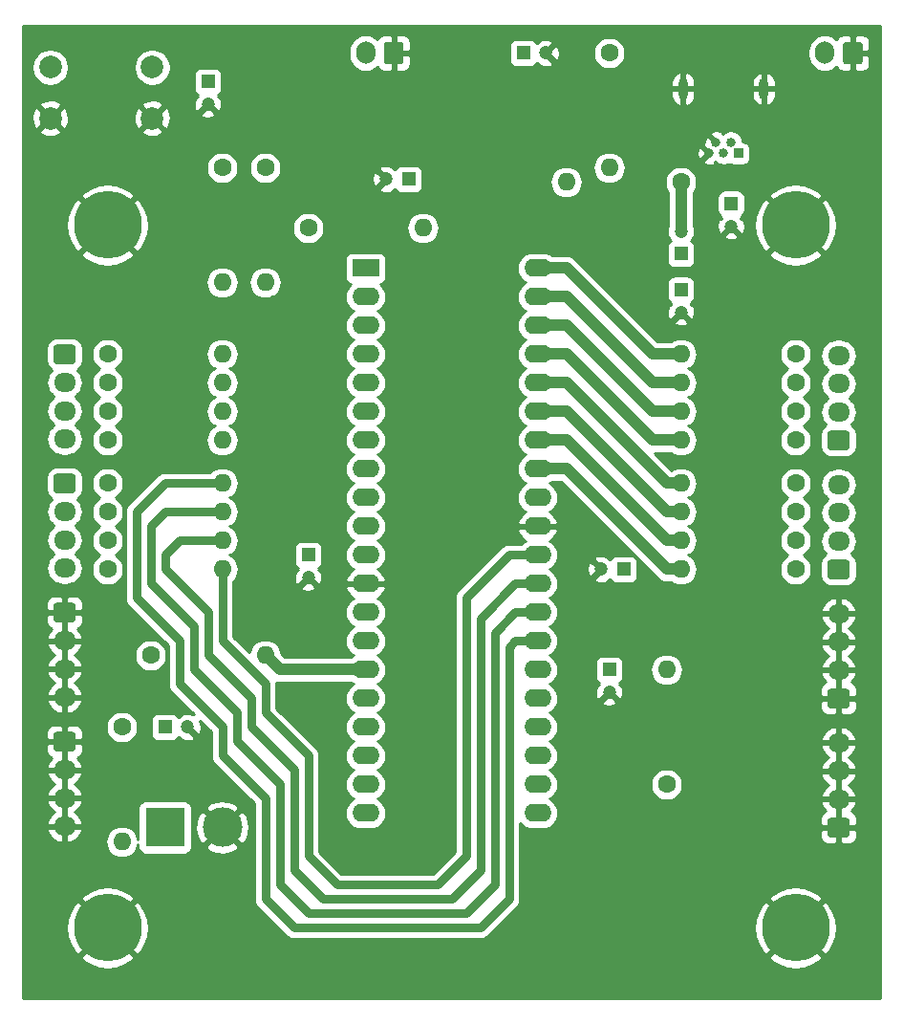
<source format=gbr>
G04 #@! TF.GenerationSoftware,KiCad,Pcbnew,5.1.0-060a0da~80~ubuntu16.04.1*
G04 #@! TF.CreationDate,2019-03-26T00:44:10-06:00*
G04 #@! TF.ProjectId,ARES_PCB_1,41524553-5f50-4434-925f-312e6b696361,rev?*
G04 #@! TF.SameCoordinates,Original*
G04 #@! TF.FileFunction,Copper,L2,Bot*
G04 #@! TF.FilePolarity,Positive*
%FSLAX46Y46*%
G04 Gerber Fmt 4.6, Leading zero omitted, Abs format (unit mm)*
G04 Created by KiCad (PCBNEW 5.1.0-060a0da~80~ubuntu16.04.1) date 2019-03-26 00:44:10*
%MOMM*%
%LPD*%
G04 APERTURE LIST*
%ADD10C,6.000000*%
%ADD11C,2.000000*%
%ADD12C,1.600000*%
%ADD13O,1.600000X1.600000*%
%ADD14O,1.700000X2.000000*%
%ADD15C,0.020000*%
%ADD16C,1.700000*%
%ADD17C,3.500120*%
%ADD18R,3.500120X3.500120*%
%ADD19O,1.950000X1.700000*%
%ADD20C,1.200000*%
%ADD21R,1.200000X1.200000*%
%ADD22O,2.400000X1.600000*%
%ADD23R,2.400000X1.600000*%
%ADD24O,0.850000X1.850000*%
%ADD25C,0.840000*%
%ADD26R,0.840000X0.840000*%
%ADD27C,0.800000*%
%ADD28C,1.000000*%
%ADD29C,0.750000*%
%ADD30C,0.254000*%
G04 APERTURE END LIST*
D10*
X130810000Y-49530000D03*
X130810000Y-111760000D03*
X69850000Y-111760000D03*
X69850000Y-49530000D03*
D11*
X73810000Y-35560000D03*
X73810000Y-40060000D03*
X64770000Y-35560000D03*
X64770000Y-40060000D03*
D12*
X71120000Y-93980000D03*
D13*
X71120000Y-104140000D03*
X83820000Y-87630000D03*
D12*
X73660000Y-87630000D03*
D13*
X119380000Y-88900000D03*
D12*
X119380000Y-99060000D03*
D13*
X97790000Y-49784000D03*
D12*
X87630000Y-49784000D03*
D14*
X133390000Y-34290000D03*
D15*
G36*
X136514504Y-33291204D02*
G01*
X136538773Y-33294804D01*
X136562571Y-33300765D01*
X136585671Y-33309030D01*
X136607849Y-33319520D01*
X136628893Y-33332133D01*
X136648598Y-33346747D01*
X136666777Y-33363223D01*
X136683253Y-33381402D01*
X136697867Y-33401107D01*
X136710480Y-33422151D01*
X136720970Y-33444329D01*
X136729235Y-33467429D01*
X136735196Y-33491227D01*
X136738796Y-33515496D01*
X136740000Y-33540000D01*
X136740000Y-35040000D01*
X136738796Y-35064504D01*
X136735196Y-35088773D01*
X136729235Y-35112571D01*
X136720970Y-35135671D01*
X136710480Y-35157849D01*
X136697867Y-35178893D01*
X136683253Y-35198598D01*
X136666777Y-35216777D01*
X136648598Y-35233253D01*
X136628893Y-35247867D01*
X136607849Y-35260480D01*
X136585671Y-35270970D01*
X136562571Y-35279235D01*
X136538773Y-35285196D01*
X136514504Y-35288796D01*
X136490000Y-35290000D01*
X135290000Y-35290000D01*
X135265496Y-35288796D01*
X135241227Y-35285196D01*
X135217429Y-35279235D01*
X135194329Y-35270970D01*
X135172151Y-35260480D01*
X135151107Y-35247867D01*
X135131402Y-35233253D01*
X135113223Y-35216777D01*
X135096747Y-35198598D01*
X135082133Y-35178893D01*
X135069520Y-35157849D01*
X135059030Y-35135671D01*
X135050765Y-35112571D01*
X135044804Y-35088773D01*
X135041204Y-35064504D01*
X135040000Y-35040000D01*
X135040000Y-33540000D01*
X135041204Y-33515496D01*
X135044804Y-33491227D01*
X135050765Y-33467429D01*
X135059030Y-33444329D01*
X135069520Y-33422151D01*
X135082133Y-33401107D01*
X135096747Y-33381402D01*
X135113223Y-33363223D01*
X135131402Y-33346747D01*
X135151107Y-33332133D01*
X135172151Y-33319520D01*
X135194329Y-33309030D01*
X135217429Y-33300765D01*
X135241227Y-33294804D01*
X135265496Y-33291204D01*
X135290000Y-33290000D01*
X136490000Y-33290000D01*
X136514504Y-33291204D01*
X136514504Y-33291204D01*
G37*
D16*
X135890000Y-34290000D03*
D17*
X80010000Y-102870000D03*
D18*
X74930000Y-102870000D03*
D19*
X134620000Y-61080000D03*
X134620000Y-63580000D03*
X134620000Y-66080000D03*
D15*
G36*
X135369504Y-67731204D02*
G01*
X135393773Y-67734804D01*
X135417571Y-67740765D01*
X135440671Y-67749030D01*
X135462849Y-67759520D01*
X135483893Y-67772133D01*
X135503598Y-67786747D01*
X135521777Y-67803223D01*
X135538253Y-67821402D01*
X135552867Y-67841107D01*
X135565480Y-67862151D01*
X135575970Y-67884329D01*
X135584235Y-67907429D01*
X135590196Y-67931227D01*
X135593796Y-67955496D01*
X135595000Y-67980000D01*
X135595000Y-69180000D01*
X135593796Y-69204504D01*
X135590196Y-69228773D01*
X135584235Y-69252571D01*
X135575970Y-69275671D01*
X135565480Y-69297849D01*
X135552867Y-69318893D01*
X135538253Y-69338598D01*
X135521777Y-69356777D01*
X135503598Y-69373253D01*
X135483893Y-69387867D01*
X135462849Y-69400480D01*
X135440671Y-69410970D01*
X135417571Y-69419235D01*
X135393773Y-69425196D01*
X135369504Y-69428796D01*
X135345000Y-69430000D01*
X133895000Y-69430000D01*
X133870496Y-69428796D01*
X133846227Y-69425196D01*
X133822429Y-69419235D01*
X133799329Y-69410970D01*
X133777151Y-69400480D01*
X133756107Y-69387867D01*
X133736402Y-69373253D01*
X133718223Y-69356777D01*
X133701747Y-69338598D01*
X133687133Y-69318893D01*
X133674520Y-69297849D01*
X133664030Y-69275671D01*
X133655765Y-69252571D01*
X133649804Y-69228773D01*
X133646204Y-69204504D01*
X133645000Y-69180000D01*
X133645000Y-67980000D01*
X133646204Y-67955496D01*
X133649804Y-67931227D01*
X133655765Y-67907429D01*
X133664030Y-67884329D01*
X133674520Y-67862151D01*
X133687133Y-67841107D01*
X133701747Y-67821402D01*
X133718223Y-67803223D01*
X133736402Y-67786747D01*
X133756107Y-67772133D01*
X133777151Y-67759520D01*
X133799329Y-67749030D01*
X133822429Y-67740765D01*
X133846227Y-67734804D01*
X133870496Y-67731204D01*
X133895000Y-67730000D01*
X135345000Y-67730000D01*
X135369504Y-67731204D01*
X135369504Y-67731204D01*
G37*
D16*
X134620000Y-68580000D03*
D19*
X134620000Y-72510000D03*
X134620000Y-75010000D03*
X134620000Y-77510000D03*
D15*
G36*
X135369504Y-79161204D02*
G01*
X135393773Y-79164804D01*
X135417571Y-79170765D01*
X135440671Y-79179030D01*
X135462849Y-79189520D01*
X135483893Y-79202133D01*
X135503598Y-79216747D01*
X135521777Y-79233223D01*
X135538253Y-79251402D01*
X135552867Y-79271107D01*
X135565480Y-79292151D01*
X135575970Y-79314329D01*
X135584235Y-79337429D01*
X135590196Y-79361227D01*
X135593796Y-79385496D01*
X135595000Y-79410000D01*
X135595000Y-80610000D01*
X135593796Y-80634504D01*
X135590196Y-80658773D01*
X135584235Y-80682571D01*
X135575970Y-80705671D01*
X135565480Y-80727849D01*
X135552867Y-80748893D01*
X135538253Y-80768598D01*
X135521777Y-80786777D01*
X135503598Y-80803253D01*
X135483893Y-80817867D01*
X135462849Y-80830480D01*
X135440671Y-80840970D01*
X135417571Y-80849235D01*
X135393773Y-80855196D01*
X135369504Y-80858796D01*
X135345000Y-80860000D01*
X133895000Y-80860000D01*
X133870496Y-80858796D01*
X133846227Y-80855196D01*
X133822429Y-80849235D01*
X133799329Y-80840970D01*
X133777151Y-80830480D01*
X133756107Y-80817867D01*
X133736402Y-80803253D01*
X133718223Y-80786777D01*
X133701747Y-80768598D01*
X133687133Y-80748893D01*
X133674520Y-80727849D01*
X133664030Y-80705671D01*
X133655765Y-80682571D01*
X133649804Y-80658773D01*
X133646204Y-80634504D01*
X133645000Y-80610000D01*
X133645000Y-79410000D01*
X133646204Y-79385496D01*
X133649804Y-79361227D01*
X133655765Y-79337429D01*
X133664030Y-79314329D01*
X133674520Y-79292151D01*
X133687133Y-79271107D01*
X133701747Y-79251402D01*
X133718223Y-79233223D01*
X133736402Y-79216747D01*
X133756107Y-79202133D01*
X133777151Y-79189520D01*
X133799329Y-79179030D01*
X133822429Y-79170765D01*
X133846227Y-79164804D01*
X133870496Y-79161204D01*
X133895000Y-79160000D01*
X135345000Y-79160000D01*
X135369504Y-79161204D01*
X135369504Y-79161204D01*
G37*
D16*
X134620000Y-80010000D03*
D15*
G36*
X135369504Y-102021204D02*
G01*
X135393773Y-102024804D01*
X135417571Y-102030765D01*
X135440671Y-102039030D01*
X135462849Y-102049520D01*
X135483893Y-102062133D01*
X135503598Y-102076747D01*
X135521777Y-102093223D01*
X135538253Y-102111402D01*
X135552867Y-102131107D01*
X135565480Y-102152151D01*
X135575970Y-102174329D01*
X135584235Y-102197429D01*
X135590196Y-102221227D01*
X135593796Y-102245496D01*
X135595000Y-102270000D01*
X135595000Y-103470000D01*
X135593796Y-103494504D01*
X135590196Y-103518773D01*
X135584235Y-103542571D01*
X135575970Y-103565671D01*
X135565480Y-103587849D01*
X135552867Y-103608893D01*
X135538253Y-103628598D01*
X135521777Y-103646777D01*
X135503598Y-103663253D01*
X135483893Y-103677867D01*
X135462849Y-103690480D01*
X135440671Y-103700970D01*
X135417571Y-103709235D01*
X135393773Y-103715196D01*
X135369504Y-103718796D01*
X135345000Y-103720000D01*
X133895000Y-103720000D01*
X133870496Y-103718796D01*
X133846227Y-103715196D01*
X133822429Y-103709235D01*
X133799329Y-103700970D01*
X133777151Y-103690480D01*
X133756107Y-103677867D01*
X133736402Y-103663253D01*
X133718223Y-103646777D01*
X133701747Y-103628598D01*
X133687133Y-103608893D01*
X133674520Y-103587849D01*
X133664030Y-103565671D01*
X133655765Y-103542571D01*
X133649804Y-103518773D01*
X133646204Y-103494504D01*
X133645000Y-103470000D01*
X133645000Y-102270000D01*
X133646204Y-102245496D01*
X133649804Y-102221227D01*
X133655765Y-102197429D01*
X133664030Y-102174329D01*
X133674520Y-102152151D01*
X133687133Y-102131107D01*
X133701747Y-102111402D01*
X133718223Y-102093223D01*
X133736402Y-102076747D01*
X133756107Y-102062133D01*
X133777151Y-102049520D01*
X133799329Y-102039030D01*
X133822429Y-102030765D01*
X133846227Y-102024804D01*
X133870496Y-102021204D01*
X133895000Y-102020000D01*
X135345000Y-102020000D01*
X135369504Y-102021204D01*
X135369504Y-102021204D01*
G37*
D16*
X134620000Y-102870000D03*
D19*
X134620000Y-100370000D03*
X134620000Y-97870000D03*
X134620000Y-95370000D03*
X66040000Y-102750000D03*
X66040000Y-100250000D03*
X66040000Y-97750000D03*
D15*
G36*
X66789504Y-94401204D02*
G01*
X66813773Y-94404804D01*
X66837571Y-94410765D01*
X66860671Y-94419030D01*
X66882849Y-94429520D01*
X66903893Y-94442133D01*
X66923598Y-94456747D01*
X66941777Y-94473223D01*
X66958253Y-94491402D01*
X66972867Y-94511107D01*
X66985480Y-94532151D01*
X66995970Y-94554329D01*
X67004235Y-94577429D01*
X67010196Y-94601227D01*
X67013796Y-94625496D01*
X67015000Y-94650000D01*
X67015000Y-95850000D01*
X67013796Y-95874504D01*
X67010196Y-95898773D01*
X67004235Y-95922571D01*
X66995970Y-95945671D01*
X66985480Y-95967849D01*
X66972867Y-95988893D01*
X66958253Y-96008598D01*
X66941777Y-96026777D01*
X66923598Y-96043253D01*
X66903893Y-96057867D01*
X66882849Y-96070480D01*
X66860671Y-96080970D01*
X66837571Y-96089235D01*
X66813773Y-96095196D01*
X66789504Y-96098796D01*
X66765000Y-96100000D01*
X65315000Y-96100000D01*
X65290496Y-96098796D01*
X65266227Y-96095196D01*
X65242429Y-96089235D01*
X65219329Y-96080970D01*
X65197151Y-96070480D01*
X65176107Y-96057867D01*
X65156402Y-96043253D01*
X65138223Y-96026777D01*
X65121747Y-96008598D01*
X65107133Y-95988893D01*
X65094520Y-95967849D01*
X65084030Y-95945671D01*
X65075765Y-95922571D01*
X65069804Y-95898773D01*
X65066204Y-95874504D01*
X65065000Y-95850000D01*
X65065000Y-94650000D01*
X65066204Y-94625496D01*
X65069804Y-94601227D01*
X65075765Y-94577429D01*
X65084030Y-94554329D01*
X65094520Y-94532151D01*
X65107133Y-94511107D01*
X65121747Y-94491402D01*
X65138223Y-94473223D01*
X65156402Y-94456747D01*
X65176107Y-94442133D01*
X65197151Y-94429520D01*
X65219329Y-94419030D01*
X65242429Y-94410765D01*
X65266227Y-94404804D01*
X65290496Y-94401204D01*
X65315000Y-94400000D01*
X66765000Y-94400000D01*
X66789504Y-94401204D01*
X66789504Y-94401204D01*
G37*
D16*
X66040000Y-95250000D03*
D14*
X92710000Y-34290000D03*
D15*
G36*
X95834504Y-33291204D02*
G01*
X95858773Y-33294804D01*
X95882571Y-33300765D01*
X95905671Y-33309030D01*
X95927849Y-33319520D01*
X95948893Y-33332133D01*
X95968598Y-33346747D01*
X95986777Y-33363223D01*
X96003253Y-33381402D01*
X96017867Y-33401107D01*
X96030480Y-33422151D01*
X96040970Y-33444329D01*
X96049235Y-33467429D01*
X96055196Y-33491227D01*
X96058796Y-33515496D01*
X96060000Y-33540000D01*
X96060000Y-35040000D01*
X96058796Y-35064504D01*
X96055196Y-35088773D01*
X96049235Y-35112571D01*
X96040970Y-35135671D01*
X96030480Y-35157849D01*
X96017867Y-35178893D01*
X96003253Y-35198598D01*
X95986777Y-35216777D01*
X95968598Y-35233253D01*
X95948893Y-35247867D01*
X95927849Y-35260480D01*
X95905671Y-35270970D01*
X95882571Y-35279235D01*
X95858773Y-35285196D01*
X95834504Y-35288796D01*
X95810000Y-35290000D01*
X94610000Y-35290000D01*
X94585496Y-35288796D01*
X94561227Y-35285196D01*
X94537429Y-35279235D01*
X94514329Y-35270970D01*
X94492151Y-35260480D01*
X94471107Y-35247867D01*
X94451402Y-35233253D01*
X94433223Y-35216777D01*
X94416747Y-35198598D01*
X94402133Y-35178893D01*
X94389520Y-35157849D01*
X94379030Y-35135671D01*
X94370765Y-35112571D01*
X94364804Y-35088773D01*
X94361204Y-35064504D01*
X94360000Y-35040000D01*
X94360000Y-33540000D01*
X94361204Y-33515496D01*
X94364804Y-33491227D01*
X94370765Y-33467429D01*
X94379030Y-33444329D01*
X94389520Y-33422151D01*
X94402133Y-33401107D01*
X94416747Y-33381402D01*
X94433223Y-33363223D01*
X94451402Y-33346747D01*
X94471107Y-33332133D01*
X94492151Y-33319520D01*
X94514329Y-33309030D01*
X94537429Y-33300765D01*
X94561227Y-33294804D01*
X94585496Y-33291204D01*
X94610000Y-33290000D01*
X95810000Y-33290000D01*
X95834504Y-33291204D01*
X95834504Y-33291204D01*
G37*
D16*
X95210000Y-34290000D03*
D19*
X134620000Y-83940000D03*
X134620000Y-86440000D03*
X134620000Y-88940000D03*
D15*
G36*
X135369504Y-90591204D02*
G01*
X135393773Y-90594804D01*
X135417571Y-90600765D01*
X135440671Y-90609030D01*
X135462849Y-90619520D01*
X135483893Y-90632133D01*
X135503598Y-90646747D01*
X135521777Y-90663223D01*
X135538253Y-90681402D01*
X135552867Y-90701107D01*
X135565480Y-90722151D01*
X135575970Y-90744329D01*
X135584235Y-90767429D01*
X135590196Y-90791227D01*
X135593796Y-90815496D01*
X135595000Y-90840000D01*
X135595000Y-92040000D01*
X135593796Y-92064504D01*
X135590196Y-92088773D01*
X135584235Y-92112571D01*
X135575970Y-92135671D01*
X135565480Y-92157849D01*
X135552867Y-92178893D01*
X135538253Y-92198598D01*
X135521777Y-92216777D01*
X135503598Y-92233253D01*
X135483893Y-92247867D01*
X135462849Y-92260480D01*
X135440671Y-92270970D01*
X135417571Y-92279235D01*
X135393773Y-92285196D01*
X135369504Y-92288796D01*
X135345000Y-92290000D01*
X133895000Y-92290000D01*
X133870496Y-92288796D01*
X133846227Y-92285196D01*
X133822429Y-92279235D01*
X133799329Y-92270970D01*
X133777151Y-92260480D01*
X133756107Y-92247867D01*
X133736402Y-92233253D01*
X133718223Y-92216777D01*
X133701747Y-92198598D01*
X133687133Y-92178893D01*
X133674520Y-92157849D01*
X133664030Y-92135671D01*
X133655765Y-92112571D01*
X133649804Y-92088773D01*
X133646204Y-92064504D01*
X133645000Y-92040000D01*
X133645000Y-90840000D01*
X133646204Y-90815496D01*
X133649804Y-90791227D01*
X133655765Y-90767429D01*
X133664030Y-90744329D01*
X133674520Y-90722151D01*
X133687133Y-90701107D01*
X133701747Y-90681402D01*
X133718223Y-90663223D01*
X133736402Y-90646747D01*
X133756107Y-90632133D01*
X133777151Y-90619520D01*
X133799329Y-90609030D01*
X133822429Y-90600765D01*
X133846227Y-90594804D01*
X133870496Y-90591204D01*
X133895000Y-90590000D01*
X135345000Y-90590000D01*
X135369504Y-90591204D01*
X135369504Y-90591204D01*
G37*
D16*
X134620000Y-91440000D03*
D19*
X66040000Y-91320000D03*
X66040000Y-88820000D03*
X66040000Y-86320000D03*
D15*
G36*
X66789504Y-82971204D02*
G01*
X66813773Y-82974804D01*
X66837571Y-82980765D01*
X66860671Y-82989030D01*
X66882849Y-82999520D01*
X66903893Y-83012133D01*
X66923598Y-83026747D01*
X66941777Y-83043223D01*
X66958253Y-83061402D01*
X66972867Y-83081107D01*
X66985480Y-83102151D01*
X66995970Y-83124329D01*
X67004235Y-83147429D01*
X67010196Y-83171227D01*
X67013796Y-83195496D01*
X67015000Y-83220000D01*
X67015000Y-84420000D01*
X67013796Y-84444504D01*
X67010196Y-84468773D01*
X67004235Y-84492571D01*
X66995970Y-84515671D01*
X66985480Y-84537849D01*
X66972867Y-84558893D01*
X66958253Y-84578598D01*
X66941777Y-84596777D01*
X66923598Y-84613253D01*
X66903893Y-84627867D01*
X66882849Y-84640480D01*
X66860671Y-84650970D01*
X66837571Y-84659235D01*
X66813773Y-84665196D01*
X66789504Y-84668796D01*
X66765000Y-84670000D01*
X65315000Y-84670000D01*
X65290496Y-84668796D01*
X65266227Y-84665196D01*
X65242429Y-84659235D01*
X65219329Y-84650970D01*
X65197151Y-84640480D01*
X65176107Y-84627867D01*
X65156402Y-84613253D01*
X65138223Y-84596777D01*
X65121747Y-84578598D01*
X65107133Y-84558893D01*
X65094520Y-84537849D01*
X65084030Y-84515671D01*
X65075765Y-84492571D01*
X65069804Y-84468773D01*
X65066204Y-84444504D01*
X65065000Y-84420000D01*
X65065000Y-83220000D01*
X65066204Y-83195496D01*
X65069804Y-83171227D01*
X65075765Y-83147429D01*
X65084030Y-83124329D01*
X65094520Y-83102151D01*
X65107133Y-83081107D01*
X65121747Y-83061402D01*
X65138223Y-83043223D01*
X65156402Y-83026747D01*
X65176107Y-83012133D01*
X65197151Y-82999520D01*
X65219329Y-82989030D01*
X65242429Y-82980765D01*
X65266227Y-82974804D01*
X65290496Y-82971204D01*
X65315000Y-82970000D01*
X66765000Y-82970000D01*
X66789504Y-82971204D01*
X66789504Y-82971204D01*
G37*
D16*
X66040000Y-83820000D03*
D19*
X66040000Y-79890000D03*
X66040000Y-77390000D03*
X66040000Y-74890000D03*
D15*
G36*
X66789504Y-71541204D02*
G01*
X66813773Y-71544804D01*
X66837571Y-71550765D01*
X66860671Y-71559030D01*
X66882849Y-71569520D01*
X66903893Y-71582133D01*
X66923598Y-71596747D01*
X66941777Y-71613223D01*
X66958253Y-71631402D01*
X66972867Y-71651107D01*
X66985480Y-71672151D01*
X66995970Y-71694329D01*
X67004235Y-71717429D01*
X67010196Y-71741227D01*
X67013796Y-71765496D01*
X67015000Y-71790000D01*
X67015000Y-72990000D01*
X67013796Y-73014504D01*
X67010196Y-73038773D01*
X67004235Y-73062571D01*
X66995970Y-73085671D01*
X66985480Y-73107849D01*
X66972867Y-73128893D01*
X66958253Y-73148598D01*
X66941777Y-73166777D01*
X66923598Y-73183253D01*
X66903893Y-73197867D01*
X66882849Y-73210480D01*
X66860671Y-73220970D01*
X66837571Y-73229235D01*
X66813773Y-73235196D01*
X66789504Y-73238796D01*
X66765000Y-73240000D01*
X65315000Y-73240000D01*
X65290496Y-73238796D01*
X65266227Y-73235196D01*
X65242429Y-73229235D01*
X65219329Y-73220970D01*
X65197151Y-73210480D01*
X65176107Y-73197867D01*
X65156402Y-73183253D01*
X65138223Y-73166777D01*
X65121747Y-73148598D01*
X65107133Y-73128893D01*
X65094520Y-73107849D01*
X65084030Y-73085671D01*
X65075765Y-73062571D01*
X65069804Y-73038773D01*
X65066204Y-73014504D01*
X65065000Y-72990000D01*
X65065000Y-71790000D01*
X65066204Y-71765496D01*
X65069804Y-71741227D01*
X65075765Y-71717429D01*
X65084030Y-71694329D01*
X65094520Y-71672151D01*
X65107133Y-71651107D01*
X65121747Y-71631402D01*
X65138223Y-71613223D01*
X65156402Y-71596747D01*
X65176107Y-71582133D01*
X65197151Y-71569520D01*
X65219329Y-71559030D01*
X65242429Y-71550765D01*
X65266227Y-71544804D01*
X65290496Y-71541204D01*
X65315000Y-71540000D01*
X66765000Y-71540000D01*
X66789504Y-71541204D01*
X66789504Y-71541204D01*
G37*
D16*
X66040000Y-72390000D03*
D19*
X66040000Y-68460000D03*
X66040000Y-65960000D03*
X66040000Y-63460000D03*
D15*
G36*
X66789504Y-60111204D02*
G01*
X66813773Y-60114804D01*
X66837571Y-60120765D01*
X66860671Y-60129030D01*
X66882849Y-60139520D01*
X66903893Y-60152133D01*
X66923598Y-60166747D01*
X66941777Y-60183223D01*
X66958253Y-60201402D01*
X66972867Y-60221107D01*
X66985480Y-60242151D01*
X66995970Y-60264329D01*
X67004235Y-60287429D01*
X67010196Y-60311227D01*
X67013796Y-60335496D01*
X67015000Y-60360000D01*
X67015000Y-61560000D01*
X67013796Y-61584504D01*
X67010196Y-61608773D01*
X67004235Y-61632571D01*
X66995970Y-61655671D01*
X66985480Y-61677849D01*
X66972867Y-61698893D01*
X66958253Y-61718598D01*
X66941777Y-61736777D01*
X66923598Y-61753253D01*
X66903893Y-61767867D01*
X66882849Y-61780480D01*
X66860671Y-61790970D01*
X66837571Y-61799235D01*
X66813773Y-61805196D01*
X66789504Y-61808796D01*
X66765000Y-61810000D01*
X65315000Y-61810000D01*
X65290496Y-61808796D01*
X65266227Y-61805196D01*
X65242429Y-61799235D01*
X65219329Y-61790970D01*
X65197151Y-61780480D01*
X65176107Y-61767867D01*
X65156402Y-61753253D01*
X65138223Y-61736777D01*
X65121747Y-61718598D01*
X65107133Y-61698893D01*
X65094520Y-61677849D01*
X65084030Y-61655671D01*
X65075765Y-61632571D01*
X65069804Y-61608773D01*
X65066204Y-61584504D01*
X65065000Y-61560000D01*
X65065000Y-60360000D01*
X65066204Y-60335496D01*
X65069804Y-60311227D01*
X65075765Y-60287429D01*
X65084030Y-60264329D01*
X65094520Y-60242151D01*
X65107133Y-60221107D01*
X65121747Y-60201402D01*
X65138223Y-60183223D01*
X65156402Y-60166747D01*
X65176107Y-60152133D01*
X65197151Y-60139520D01*
X65219329Y-60129030D01*
X65242429Y-60120765D01*
X65266227Y-60114804D01*
X65290496Y-60111204D01*
X65315000Y-60110000D01*
X66765000Y-60110000D01*
X66789504Y-60111204D01*
X66789504Y-60111204D01*
G37*
D16*
X66040000Y-60960000D03*
D20*
X76930000Y-93980000D03*
D21*
X74930000Y-93980000D03*
D20*
X114300000Y-90900000D03*
D21*
X114300000Y-88900000D03*
D20*
X94520000Y-45466000D03*
D21*
X96520000Y-45466000D03*
D20*
X78740000Y-38830000D03*
D21*
X78740000Y-36830000D03*
D22*
X107950000Y-53340000D03*
X92710000Y-101600000D03*
X107950000Y-55880000D03*
X92710000Y-99060000D03*
X107950000Y-58420000D03*
X92710000Y-96520000D03*
X107950000Y-60960000D03*
X92710000Y-93980000D03*
X107950000Y-63500000D03*
X92710000Y-91440000D03*
X107950000Y-66040000D03*
X92710000Y-88900000D03*
X107950000Y-68580000D03*
X92710000Y-86360000D03*
X107950000Y-71120000D03*
X92710000Y-83820000D03*
X107950000Y-73660000D03*
X92710000Y-81280000D03*
X107950000Y-76200000D03*
X92710000Y-78740000D03*
X107950000Y-78740000D03*
X92710000Y-76200000D03*
X107950000Y-81280000D03*
X92710000Y-73660000D03*
X107950000Y-83820000D03*
X92710000Y-71120000D03*
X107950000Y-86360000D03*
X92710000Y-68580000D03*
X107950000Y-88900000D03*
X92710000Y-66040000D03*
X107950000Y-91440000D03*
X92710000Y-63500000D03*
X107950000Y-93980000D03*
X92710000Y-60960000D03*
X107950000Y-96520000D03*
X92710000Y-58420000D03*
X107950000Y-99060000D03*
X92710000Y-55880000D03*
X107950000Y-101600000D03*
D23*
X92710000Y-53340000D03*
D13*
X120650000Y-60960000D03*
D12*
X130810000Y-60960000D03*
D13*
X120650000Y-63500000D03*
D12*
X130810000Y-63500000D03*
D13*
X120650000Y-66040000D03*
D12*
X130810000Y-66040000D03*
D13*
X120650000Y-68580000D03*
D12*
X130810000Y-68580000D03*
D13*
X120650000Y-72390000D03*
D12*
X130810000Y-72390000D03*
D13*
X120650000Y-74930000D03*
D12*
X130810000Y-74930000D03*
D13*
X120650000Y-77470000D03*
D12*
X130810000Y-77470000D03*
D13*
X120650000Y-80010000D03*
D12*
X130810000Y-80010000D03*
D13*
X110490000Y-45720000D03*
D12*
X120650000Y-45720000D03*
D13*
X80010000Y-54610000D03*
D12*
X80010000Y-44450000D03*
D13*
X114300000Y-44450000D03*
D12*
X114300000Y-34290000D03*
D13*
X83820000Y-54610000D03*
D12*
X83820000Y-44450000D03*
D13*
X80010000Y-80010000D03*
D12*
X69850000Y-80010000D03*
D13*
X80010000Y-77470000D03*
D12*
X69850000Y-77470000D03*
D13*
X80010000Y-74930000D03*
D12*
X69850000Y-74930000D03*
D13*
X80010000Y-72390000D03*
D12*
X69850000Y-72390000D03*
D13*
X80010000Y-68580000D03*
D12*
X69850000Y-68580000D03*
X69850000Y-66040000D03*
D13*
X80010000Y-66040000D03*
X80010000Y-63500000D03*
D12*
X69850000Y-63500000D03*
D13*
X80010000Y-60960000D03*
D12*
X69850000Y-60960000D03*
D24*
X120855000Y-37465000D03*
X128005000Y-37465000D03*
D25*
X123130000Y-43180000D03*
X123780000Y-42180000D03*
X124430000Y-43180000D03*
X125080000Y-42180000D03*
D26*
X125730000Y-43180000D03*
D20*
X125095000Y-49625000D03*
D21*
X125095000Y-47625000D03*
D20*
X113570000Y-80010000D03*
D21*
X115570000Y-80010000D03*
D20*
X87630000Y-80740000D03*
D21*
X87630000Y-78740000D03*
D20*
X120650000Y-57245000D03*
D21*
X120650000Y-55245000D03*
D20*
X120650000Y-50070000D03*
D21*
X120650000Y-52070000D03*
D20*
X108680000Y-34290000D03*
D21*
X106680000Y-34290000D03*
D27*
X106426000Y-40640000D03*
X103886000Y-43180000D03*
D28*
X120650000Y-45720000D02*
X120650000Y-50070000D01*
D29*
X106000000Y-86360000D02*
X105410000Y-86950000D01*
X107950000Y-86360000D02*
X106000000Y-86360000D01*
X105410000Y-86950000D02*
X105410000Y-109220000D01*
X105410000Y-109220000D02*
X102870000Y-111760000D01*
X102870000Y-111760000D02*
X86360000Y-111760000D01*
X86360000Y-111760000D02*
X83820000Y-109220000D01*
X83820000Y-109220000D02*
X83820000Y-100330000D01*
X83820000Y-100330000D02*
X80010000Y-96520000D01*
X80010000Y-96520000D02*
X80010000Y-93980000D01*
X80010000Y-93980000D02*
X76200000Y-90170000D01*
X76200000Y-90170000D02*
X76200000Y-86360000D01*
X76200000Y-86360000D02*
X72390000Y-82550000D01*
X72390000Y-82550000D02*
X72390000Y-74930000D01*
X74930000Y-72390000D02*
X80010000Y-72390000D01*
X72390000Y-74930000D02*
X74930000Y-72390000D01*
X74930000Y-74930000D02*
X80010000Y-74930000D01*
X77470000Y-85090000D02*
X73660000Y-81280000D01*
X73660000Y-81280000D02*
X73660000Y-76200000D01*
X77470000Y-88900000D02*
X77470000Y-85090000D01*
X104140000Y-107950000D02*
X101600000Y-110490000D01*
X106000000Y-83820000D02*
X104140000Y-85680000D01*
X107950000Y-83820000D02*
X106000000Y-83820000D01*
X81280000Y-95250000D02*
X81280000Y-92710000D01*
X101600000Y-110490000D02*
X87630000Y-110490000D01*
X73660000Y-76200000D02*
X74930000Y-74930000D01*
X104140000Y-85680000D02*
X104140000Y-107950000D01*
X85090000Y-107950000D02*
X85090000Y-99060000D01*
X87630000Y-110490000D02*
X85090000Y-107950000D01*
X85090000Y-99060000D02*
X81280000Y-95250000D01*
X81280000Y-92710000D02*
X77470000Y-88900000D01*
X106000000Y-81280000D02*
X102870000Y-84410000D01*
X107950000Y-81280000D02*
X106000000Y-81280000D01*
X102870000Y-84410000D02*
X102870000Y-106680000D01*
X102870000Y-106680000D02*
X100330000Y-109220000D01*
X100330000Y-109220000D02*
X88900000Y-109220000D01*
X88900000Y-109220000D02*
X86360000Y-106680000D01*
X86360000Y-106680000D02*
X86360000Y-97790000D01*
X86360000Y-97790000D02*
X82550000Y-93980000D01*
X82550000Y-93980000D02*
X82550000Y-91440000D01*
X82550000Y-91440000D02*
X78740000Y-87630000D01*
X78740000Y-87630000D02*
X78740000Y-83820000D01*
X78740000Y-83820000D02*
X74930000Y-80010000D01*
X74930000Y-80010000D02*
X74930000Y-78740000D01*
X74930000Y-78740000D02*
X76200000Y-77470000D01*
X76200000Y-77470000D02*
X80010000Y-77470000D01*
X90170000Y-107950000D02*
X99060000Y-107950000D01*
X83820000Y-90170000D02*
X83820000Y-92710000D01*
X101600000Y-82550000D02*
X105410000Y-78740000D01*
X105410000Y-78740000D02*
X107950000Y-78740000D01*
X83820000Y-92710000D02*
X87630000Y-96520000D01*
X80010000Y-86360000D02*
X83820000Y-90170000D01*
X80010000Y-80010000D02*
X80010000Y-86360000D01*
X87630000Y-96520000D02*
X87630000Y-105410000D01*
X87630000Y-105410000D02*
X90170000Y-107950000D01*
X99060000Y-107950000D02*
X101600000Y-105410000D01*
X101600000Y-105410000D02*
X101600000Y-82550000D01*
D28*
X120650000Y-80010000D02*
X119380000Y-80010000D01*
X110490000Y-71120000D02*
X107950000Y-71120000D01*
X119380000Y-80010000D02*
X110490000Y-71120000D01*
X120650000Y-77470000D02*
X119380000Y-77470000D01*
X110490000Y-68580000D02*
X107950000Y-68580000D01*
X119380000Y-77470000D02*
X110490000Y-68580000D01*
X120650000Y-74930000D02*
X119380000Y-74930000D01*
X110490000Y-66040000D02*
X107950000Y-66040000D01*
X119380000Y-74930000D02*
X110490000Y-66040000D01*
X120650000Y-72390000D02*
X119380000Y-72390000D01*
X110490000Y-63500000D02*
X107950000Y-63500000D01*
X119380000Y-72390000D02*
X110490000Y-63500000D01*
X120650000Y-68580000D02*
X118110000Y-68580000D01*
X110490000Y-60960000D02*
X107950000Y-60960000D01*
X118110000Y-68580000D02*
X110490000Y-60960000D01*
X120650000Y-66040000D02*
X118110000Y-66040000D01*
X110490000Y-58420000D02*
X107950000Y-58420000D01*
X118110000Y-66040000D02*
X110490000Y-58420000D01*
X120650000Y-63500000D02*
X118110000Y-63500000D01*
X110490000Y-55880000D02*
X107950000Y-55880000D01*
X118110000Y-63500000D02*
X110490000Y-55880000D01*
X120650000Y-60960000D02*
X118110000Y-60960000D01*
X110490000Y-53340000D02*
X107950000Y-53340000D01*
X118110000Y-60960000D02*
X110490000Y-53340000D01*
X85090000Y-88900000D02*
X83820000Y-87630000D01*
X92710000Y-88900000D02*
X85090000Y-88900000D01*
D30*
G36*
X138303000Y-117983000D02*
G01*
X62357000Y-117983000D01*
X62357000Y-114318686D01*
X67470919Y-114318686D01*
X67807106Y-114787868D01*
X68437068Y-115128237D01*
X69121327Y-115339166D01*
X69833589Y-115412550D01*
X70546482Y-115345569D01*
X71232609Y-115140796D01*
X71865603Y-114806102D01*
X71892894Y-114787868D01*
X72229081Y-114318686D01*
X128430919Y-114318686D01*
X128767106Y-114787868D01*
X129397068Y-115128237D01*
X130081327Y-115339166D01*
X130793589Y-115412550D01*
X131506482Y-115345569D01*
X132192609Y-115140796D01*
X132825603Y-114806102D01*
X132852894Y-114787868D01*
X133189081Y-114318686D01*
X130810000Y-111939605D01*
X128430919Y-114318686D01*
X72229081Y-114318686D01*
X69850000Y-111939605D01*
X67470919Y-114318686D01*
X62357000Y-114318686D01*
X62357000Y-111743589D01*
X66197450Y-111743589D01*
X66264431Y-112456482D01*
X66469204Y-113142609D01*
X66803898Y-113775603D01*
X66822132Y-113802894D01*
X67291314Y-114139081D01*
X69670395Y-111760000D01*
X70029605Y-111760000D01*
X72408686Y-114139081D01*
X72877868Y-113802894D01*
X73218237Y-113172932D01*
X73429166Y-112488673D01*
X73502550Y-111776411D01*
X73435569Y-111063518D01*
X73230796Y-110377391D01*
X72896102Y-109744397D01*
X72877868Y-109717106D01*
X72408686Y-109380919D01*
X70029605Y-111760000D01*
X69670395Y-111760000D01*
X67291314Y-109380919D01*
X66822132Y-109717106D01*
X66481763Y-110347068D01*
X66270834Y-111031327D01*
X66197450Y-111743589D01*
X62357000Y-111743589D01*
X62357000Y-109201314D01*
X67470919Y-109201314D01*
X69850000Y-111580395D01*
X72229081Y-109201314D01*
X71892894Y-108732132D01*
X71262932Y-108391763D01*
X70578673Y-108180834D01*
X69866411Y-108107450D01*
X69153518Y-108174431D01*
X68467391Y-108379204D01*
X67834397Y-108713898D01*
X67807106Y-108732132D01*
X67470919Y-109201314D01*
X62357000Y-109201314D01*
X62357000Y-103106890D01*
X64473524Y-103106890D01*
X64565648Y-103369858D01*
X64712504Y-103621193D01*
X64905571Y-103839049D01*
X65137430Y-104015053D01*
X65399170Y-104142442D01*
X65680733Y-104216320D01*
X65913000Y-104076165D01*
X65913000Y-102877000D01*
X66167000Y-102877000D01*
X66167000Y-104076165D01*
X66399267Y-104216320D01*
X66680830Y-104142442D01*
X66685847Y-104140000D01*
X69678057Y-104140000D01*
X69705764Y-104421309D01*
X69787818Y-104691808D01*
X69921068Y-104941101D01*
X70100392Y-105159608D01*
X70318899Y-105338932D01*
X70568192Y-105472182D01*
X70838691Y-105554236D01*
X71049508Y-105575000D01*
X71190492Y-105575000D01*
X71401309Y-105554236D01*
X71671808Y-105472182D01*
X71921101Y-105338932D01*
X72139608Y-105159608D01*
X72318932Y-104941101D01*
X72452182Y-104691808D01*
X72534236Y-104421309D01*
X72541868Y-104343821D01*
X72541868Y-104620060D01*
X72554128Y-104744542D01*
X72590438Y-104864240D01*
X72649403Y-104974554D01*
X72728755Y-105071245D01*
X72825446Y-105150597D01*
X72935760Y-105209562D01*
X73055458Y-105245872D01*
X73179940Y-105258132D01*
X76680060Y-105258132D01*
X76804542Y-105245872D01*
X76924240Y-105209562D01*
X77034554Y-105150597D01*
X77131245Y-105071245D01*
X77210597Y-104974554D01*
X77269562Y-104864240D01*
X77305872Y-104744542D01*
X77318132Y-104620060D01*
X77318132Y-104539651D01*
X78519954Y-104539651D01*
X78706039Y-104880815D01*
X79123384Y-105096568D01*
X79574802Y-105226755D01*
X80042944Y-105266374D01*
X80509821Y-105213901D01*
X80957489Y-105071354D01*
X81313961Y-104880815D01*
X81500046Y-104539651D01*
X80010000Y-103049605D01*
X78519954Y-104539651D01*
X77318132Y-104539651D01*
X77318132Y-102902944D01*
X77613626Y-102902944D01*
X77666099Y-103369821D01*
X77808646Y-103817489D01*
X77999185Y-104173961D01*
X78340349Y-104360046D01*
X79830395Y-102870000D01*
X80189605Y-102870000D01*
X81679651Y-104360046D01*
X82020815Y-104173961D01*
X82236568Y-103756616D01*
X82366755Y-103305198D01*
X82406374Y-102837056D01*
X82353901Y-102370179D01*
X82211354Y-101922511D01*
X82020815Y-101566039D01*
X81679651Y-101379954D01*
X80189605Y-102870000D01*
X79830395Y-102870000D01*
X78340349Y-101379954D01*
X77999185Y-101566039D01*
X77783432Y-101983384D01*
X77653245Y-102434802D01*
X77613626Y-102902944D01*
X77318132Y-102902944D01*
X77318132Y-101200349D01*
X78519954Y-101200349D01*
X80010000Y-102690395D01*
X81500046Y-101200349D01*
X81313961Y-100859185D01*
X80896616Y-100643432D01*
X80445198Y-100513245D01*
X79977056Y-100473626D01*
X79510179Y-100526099D01*
X79062511Y-100668646D01*
X78706039Y-100859185D01*
X78519954Y-101200349D01*
X77318132Y-101200349D01*
X77318132Y-101119940D01*
X77305872Y-100995458D01*
X77269562Y-100875760D01*
X77210597Y-100765446D01*
X77131245Y-100668755D01*
X77034554Y-100589403D01*
X76924240Y-100530438D01*
X76804542Y-100494128D01*
X76680060Y-100481868D01*
X73179940Y-100481868D01*
X73055458Y-100494128D01*
X72935760Y-100530438D01*
X72825446Y-100589403D01*
X72728755Y-100668755D01*
X72649403Y-100765446D01*
X72590438Y-100875760D01*
X72554128Y-100995458D01*
X72541868Y-101119940D01*
X72541868Y-103936179D01*
X72534236Y-103858691D01*
X72452182Y-103588192D01*
X72318932Y-103338899D01*
X72139608Y-103120392D01*
X71921101Y-102941068D01*
X71671808Y-102807818D01*
X71401309Y-102725764D01*
X71190492Y-102705000D01*
X71049508Y-102705000D01*
X70838691Y-102725764D01*
X70568192Y-102807818D01*
X70318899Y-102941068D01*
X70100392Y-103120392D01*
X69921068Y-103338899D01*
X69787818Y-103588192D01*
X69705764Y-103858691D01*
X69678057Y-104140000D01*
X66685847Y-104140000D01*
X66942570Y-104015053D01*
X67174429Y-103839049D01*
X67367496Y-103621193D01*
X67514352Y-103369858D01*
X67606476Y-103106890D01*
X67485155Y-102877000D01*
X66167000Y-102877000D01*
X65913000Y-102877000D01*
X64594845Y-102877000D01*
X64473524Y-103106890D01*
X62357000Y-103106890D01*
X62357000Y-100606890D01*
X64473524Y-100606890D01*
X64565648Y-100869858D01*
X64712504Y-101121193D01*
X64905571Y-101339049D01*
X65117600Y-101500000D01*
X64905571Y-101660951D01*
X64712504Y-101878807D01*
X64565648Y-102130142D01*
X64473524Y-102393110D01*
X64594845Y-102623000D01*
X65913000Y-102623000D01*
X65913000Y-100377000D01*
X66167000Y-100377000D01*
X66167000Y-102623000D01*
X67485155Y-102623000D01*
X67606476Y-102393110D01*
X67514352Y-102130142D01*
X67367496Y-101878807D01*
X67174429Y-101660951D01*
X66962400Y-101500000D01*
X67174429Y-101339049D01*
X67367496Y-101121193D01*
X67514352Y-100869858D01*
X67606476Y-100606890D01*
X67485155Y-100377000D01*
X66167000Y-100377000D01*
X65913000Y-100377000D01*
X64594845Y-100377000D01*
X64473524Y-100606890D01*
X62357000Y-100606890D01*
X62357000Y-98106890D01*
X64473524Y-98106890D01*
X64565648Y-98369858D01*
X64712504Y-98621193D01*
X64905571Y-98839049D01*
X65117600Y-99000000D01*
X64905571Y-99160951D01*
X64712504Y-99378807D01*
X64565648Y-99630142D01*
X64473524Y-99893110D01*
X64594845Y-100123000D01*
X65913000Y-100123000D01*
X65913000Y-97877000D01*
X66167000Y-97877000D01*
X66167000Y-100123000D01*
X67485155Y-100123000D01*
X67606476Y-99893110D01*
X67514352Y-99630142D01*
X67367496Y-99378807D01*
X67174429Y-99160951D01*
X66962400Y-99000000D01*
X67174429Y-98839049D01*
X67367496Y-98621193D01*
X67514352Y-98369858D01*
X67606476Y-98106890D01*
X67485155Y-97877000D01*
X66167000Y-97877000D01*
X65913000Y-97877000D01*
X64594845Y-97877000D01*
X64473524Y-98106890D01*
X62357000Y-98106890D01*
X62357000Y-96100000D01*
X64426928Y-96100000D01*
X64439188Y-96224482D01*
X64475498Y-96344180D01*
X64534463Y-96454494D01*
X64613815Y-96551185D01*
X64710506Y-96630537D01*
X64820820Y-96689502D01*
X64867673Y-96703715D01*
X64712504Y-96878807D01*
X64565648Y-97130142D01*
X64473524Y-97393110D01*
X64594845Y-97623000D01*
X65913000Y-97623000D01*
X65913000Y-95377000D01*
X66167000Y-95377000D01*
X66167000Y-97623000D01*
X67485155Y-97623000D01*
X67606476Y-97393110D01*
X67514352Y-97130142D01*
X67367496Y-96878807D01*
X67212327Y-96703715D01*
X67259180Y-96689502D01*
X67369494Y-96630537D01*
X67466185Y-96551185D01*
X67545537Y-96454494D01*
X67604502Y-96344180D01*
X67640812Y-96224482D01*
X67653072Y-96100000D01*
X67650000Y-95535750D01*
X67491250Y-95377000D01*
X66167000Y-95377000D01*
X65913000Y-95377000D01*
X64588750Y-95377000D01*
X64430000Y-95535750D01*
X64426928Y-96100000D01*
X62357000Y-96100000D01*
X62357000Y-94400000D01*
X64426928Y-94400000D01*
X64430000Y-94964250D01*
X64588750Y-95123000D01*
X65913000Y-95123000D01*
X65913000Y-93923750D01*
X66167000Y-93923750D01*
X66167000Y-95123000D01*
X67491250Y-95123000D01*
X67650000Y-94964250D01*
X67653072Y-94400000D01*
X67640812Y-94275518D01*
X67604502Y-94155820D01*
X67545537Y-94045506D01*
X67466185Y-93948815D01*
X67369494Y-93869463D01*
X67311876Y-93838665D01*
X69685000Y-93838665D01*
X69685000Y-94121335D01*
X69740147Y-94398574D01*
X69848320Y-94659727D01*
X70005363Y-94894759D01*
X70205241Y-95094637D01*
X70440273Y-95251680D01*
X70701426Y-95359853D01*
X70978665Y-95415000D01*
X71261335Y-95415000D01*
X71538574Y-95359853D01*
X71799727Y-95251680D01*
X72034759Y-95094637D01*
X72234637Y-94894759D01*
X72391680Y-94659727D01*
X72499853Y-94398574D01*
X72555000Y-94121335D01*
X72555000Y-93838665D01*
X72499853Y-93561426D01*
X72391680Y-93300273D01*
X72234637Y-93065241D01*
X72034759Y-92865363D01*
X71799727Y-92708320D01*
X71538574Y-92600147D01*
X71261335Y-92545000D01*
X70978665Y-92545000D01*
X70701426Y-92600147D01*
X70440273Y-92708320D01*
X70205241Y-92865363D01*
X70005363Y-93065241D01*
X69848320Y-93300273D01*
X69740147Y-93561426D01*
X69685000Y-93838665D01*
X67311876Y-93838665D01*
X67259180Y-93810498D01*
X67139482Y-93774188D01*
X67015000Y-93761928D01*
X66325750Y-93765000D01*
X66167000Y-93923750D01*
X65913000Y-93923750D01*
X65754250Y-93765000D01*
X65065000Y-93761928D01*
X64940518Y-93774188D01*
X64820820Y-93810498D01*
X64710506Y-93869463D01*
X64613815Y-93948815D01*
X64534463Y-94045506D01*
X64475498Y-94155820D01*
X64439188Y-94275518D01*
X64426928Y-94400000D01*
X62357000Y-94400000D01*
X62357000Y-91676890D01*
X64473524Y-91676890D01*
X64565648Y-91939858D01*
X64712504Y-92191193D01*
X64905571Y-92409049D01*
X65137430Y-92585053D01*
X65399170Y-92712442D01*
X65680733Y-92786320D01*
X65913000Y-92646165D01*
X65913000Y-91447000D01*
X66167000Y-91447000D01*
X66167000Y-92646165D01*
X66399267Y-92786320D01*
X66680830Y-92712442D01*
X66942570Y-92585053D01*
X67174429Y-92409049D01*
X67367496Y-92191193D01*
X67514352Y-91939858D01*
X67606476Y-91676890D01*
X67485155Y-91447000D01*
X66167000Y-91447000D01*
X65913000Y-91447000D01*
X64594845Y-91447000D01*
X64473524Y-91676890D01*
X62357000Y-91676890D01*
X62357000Y-89176890D01*
X64473524Y-89176890D01*
X64565648Y-89439858D01*
X64712504Y-89691193D01*
X64905571Y-89909049D01*
X65117600Y-90070000D01*
X64905571Y-90230951D01*
X64712504Y-90448807D01*
X64565648Y-90700142D01*
X64473524Y-90963110D01*
X64594845Y-91193000D01*
X65913000Y-91193000D01*
X65913000Y-88947000D01*
X66167000Y-88947000D01*
X66167000Y-91193000D01*
X67485155Y-91193000D01*
X67606476Y-90963110D01*
X67514352Y-90700142D01*
X67367496Y-90448807D01*
X67174429Y-90230951D01*
X66962400Y-90070000D01*
X67174429Y-89909049D01*
X67367496Y-89691193D01*
X67514352Y-89439858D01*
X67606476Y-89176890D01*
X67485155Y-88947000D01*
X66167000Y-88947000D01*
X65913000Y-88947000D01*
X64594845Y-88947000D01*
X64473524Y-89176890D01*
X62357000Y-89176890D01*
X62357000Y-86676890D01*
X64473524Y-86676890D01*
X64565648Y-86939858D01*
X64712504Y-87191193D01*
X64905571Y-87409049D01*
X65117600Y-87570000D01*
X64905571Y-87730951D01*
X64712504Y-87948807D01*
X64565648Y-88200142D01*
X64473524Y-88463110D01*
X64594845Y-88693000D01*
X65913000Y-88693000D01*
X65913000Y-86447000D01*
X66167000Y-86447000D01*
X66167000Y-88693000D01*
X67485155Y-88693000D01*
X67606476Y-88463110D01*
X67514352Y-88200142D01*
X67367496Y-87948807D01*
X67174429Y-87730951D01*
X66962400Y-87570000D01*
X67069546Y-87488665D01*
X72225000Y-87488665D01*
X72225000Y-87771335D01*
X72280147Y-88048574D01*
X72388320Y-88309727D01*
X72545363Y-88544759D01*
X72745241Y-88744637D01*
X72980273Y-88901680D01*
X73241426Y-89009853D01*
X73518665Y-89065000D01*
X73801335Y-89065000D01*
X74078574Y-89009853D01*
X74339727Y-88901680D01*
X74574759Y-88744637D01*
X74774637Y-88544759D01*
X74931680Y-88309727D01*
X75039853Y-88048574D01*
X75095000Y-87771335D01*
X75095000Y-87488665D01*
X75039853Y-87211426D01*
X74931680Y-86950273D01*
X74774637Y-86715241D01*
X74574759Y-86515363D01*
X74339727Y-86358320D01*
X74078574Y-86250147D01*
X73801335Y-86195000D01*
X73518665Y-86195000D01*
X73241426Y-86250147D01*
X72980273Y-86358320D01*
X72745241Y-86515363D01*
X72545363Y-86715241D01*
X72388320Y-86950273D01*
X72280147Y-87211426D01*
X72225000Y-87488665D01*
X67069546Y-87488665D01*
X67174429Y-87409049D01*
X67367496Y-87191193D01*
X67514352Y-86939858D01*
X67606476Y-86676890D01*
X67485155Y-86447000D01*
X66167000Y-86447000D01*
X65913000Y-86447000D01*
X64594845Y-86447000D01*
X64473524Y-86676890D01*
X62357000Y-86676890D01*
X62357000Y-84670000D01*
X64426928Y-84670000D01*
X64439188Y-84794482D01*
X64475498Y-84914180D01*
X64534463Y-85024494D01*
X64613815Y-85121185D01*
X64710506Y-85200537D01*
X64820820Y-85259502D01*
X64867673Y-85273715D01*
X64712504Y-85448807D01*
X64565648Y-85700142D01*
X64473524Y-85963110D01*
X64594845Y-86193000D01*
X65913000Y-86193000D01*
X65913000Y-83947000D01*
X66167000Y-83947000D01*
X66167000Y-86193000D01*
X67485155Y-86193000D01*
X67606476Y-85963110D01*
X67514352Y-85700142D01*
X67367496Y-85448807D01*
X67212327Y-85273715D01*
X67259180Y-85259502D01*
X67369494Y-85200537D01*
X67466185Y-85121185D01*
X67545537Y-85024494D01*
X67604502Y-84914180D01*
X67640812Y-84794482D01*
X67653072Y-84670000D01*
X67650000Y-84105750D01*
X67491250Y-83947000D01*
X66167000Y-83947000D01*
X65913000Y-83947000D01*
X64588750Y-83947000D01*
X64430000Y-84105750D01*
X64426928Y-84670000D01*
X62357000Y-84670000D01*
X62357000Y-82970000D01*
X64426928Y-82970000D01*
X64430000Y-83534250D01*
X64588750Y-83693000D01*
X65913000Y-83693000D01*
X65913000Y-82493750D01*
X66167000Y-82493750D01*
X66167000Y-83693000D01*
X67491250Y-83693000D01*
X67650000Y-83534250D01*
X67653072Y-82970000D01*
X67640812Y-82845518D01*
X67604502Y-82725820D01*
X67545537Y-82615506D01*
X67466185Y-82518815D01*
X67369494Y-82439463D01*
X67259180Y-82380498D01*
X67139482Y-82344188D01*
X67015000Y-82331928D01*
X66325750Y-82335000D01*
X66167000Y-82493750D01*
X65913000Y-82493750D01*
X65754250Y-82335000D01*
X65065000Y-82331928D01*
X64940518Y-82344188D01*
X64820820Y-82380498D01*
X64710506Y-82439463D01*
X64613815Y-82518815D01*
X64534463Y-82615506D01*
X64475498Y-82725820D01*
X64439188Y-82845518D01*
X64426928Y-82970000D01*
X62357000Y-82970000D01*
X62357000Y-74890000D01*
X64422815Y-74890000D01*
X64451487Y-75181111D01*
X64536401Y-75461034D01*
X64674294Y-75719014D01*
X64859866Y-75945134D01*
X65085986Y-76130706D01*
X65103374Y-76140000D01*
X65085986Y-76149294D01*
X64859866Y-76334866D01*
X64674294Y-76560986D01*
X64536401Y-76818966D01*
X64451487Y-77098889D01*
X64422815Y-77390000D01*
X64451487Y-77681111D01*
X64536401Y-77961034D01*
X64674294Y-78219014D01*
X64859866Y-78445134D01*
X65085986Y-78630706D01*
X65103374Y-78640000D01*
X65085986Y-78649294D01*
X64859866Y-78834866D01*
X64674294Y-79060986D01*
X64536401Y-79318966D01*
X64451487Y-79598889D01*
X64422815Y-79890000D01*
X64451487Y-80181111D01*
X64536401Y-80461034D01*
X64674294Y-80719014D01*
X64859866Y-80945134D01*
X65085986Y-81130706D01*
X65343966Y-81268599D01*
X65623889Y-81353513D01*
X65842050Y-81375000D01*
X66237950Y-81375000D01*
X66456111Y-81353513D01*
X66736034Y-81268599D01*
X66994014Y-81130706D01*
X67220134Y-80945134D01*
X67405706Y-80719014D01*
X67543599Y-80461034D01*
X67628513Y-80181111D01*
X67657185Y-79890000D01*
X67628513Y-79598889D01*
X67543599Y-79318966D01*
X67405706Y-79060986D01*
X67220134Y-78834866D01*
X66994014Y-78649294D01*
X66976626Y-78640000D01*
X66994014Y-78630706D01*
X67220134Y-78445134D01*
X67405706Y-78219014D01*
X67543599Y-77961034D01*
X67628513Y-77681111D01*
X67657185Y-77390000D01*
X67628513Y-77098889D01*
X67543599Y-76818966D01*
X67405706Y-76560986D01*
X67220134Y-76334866D01*
X66994014Y-76149294D01*
X66976626Y-76140000D01*
X66994014Y-76130706D01*
X67220134Y-75945134D01*
X67405706Y-75719014D01*
X67543599Y-75461034D01*
X67628513Y-75181111D01*
X67657185Y-74890000D01*
X67628513Y-74598889D01*
X67543599Y-74318966D01*
X67405706Y-74060986D01*
X67220134Y-73834866D01*
X67156663Y-73782777D01*
X67258386Y-73728405D01*
X67392962Y-73617962D01*
X67503405Y-73483386D01*
X67585472Y-73329850D01*
X67636008Y-73163254D01*
X67653072Y-72990000D01*
X67653072Y-72248665D01*
X68415000Y-72248665D01*
X68415000Y-72531335D01*
X68470147Y-72808574D01*
X68578320Y-73069727D01*
X68735363Y-73304759D01*
X68935241Y-73504637D01*
X69167759Y-73660000D01*
X68935241Y-73815363D01*
X68735363Y-74015241D01*
X68578320Y-74250273D01*
X68470147Y-74511426D01*
X68415000Y-74788665D01*
X68415000Y-75071335D01*
X68470147Y-75348574D01*
X68578320Y-75609727D01*
X68735363Y-75844759D01*
X68935241Y-76044637D01*
X69167759Y-76200000D01*
X68935241Y-76355363D01*
X68735363Y-76555241D01*
X68578320Y-76790273D01*
X68470147Y-77051426D01*
X68415000Y-77328665D01*
X68415000Y-77611335D01*
X68470147Y-77888574D01*
X68578320Y-78149727D01*
X68735363Y-78384759D01*
X68935241Y-78584637D01*
X69167759Y-78740000D01*
X68935241Y-78895363D01*
X68735363Y-79095241D01*
X68578320Y-79330273D01*
X68470147Y-79591426D01*
X68415000Y-79868665D01*
X68415000Y-80151335D01*
X68470147Y-80428574D01*
X68578320Y-80689727D01*
X68735363Y-80924759D01*
X68935241Y-81124637D01*
X69170273Y-81281680D01*
X69431426Y-81389853D01*
X69708665Y-81445000D01*
X69991335Y-81445000D01*
X70268574Y-81389853D01*
X70529727Y-81281680D01*
X70764759Y-81124637D01*
X70964637Y-80924759D01*
X71121680Y-80689727D01*
X71229853Y-80428574D01*
X71285000Y-80151335D01*
X71285000Y-79868665D01*
X71229853Y-79591426D01*
X71121680Y-79330273D01*
X70964637Y-79095241D01*
X70764759Y-78895363D01*
X70532241Y-78740000D01*
X70764759Y-78584637D01*
X70964637Y-78384759D01*
X71121680Y-78149727D01*
X71229853Y-77888574D01*
X71285000Y-77611335D01*
X71285000Y-77328665D01*
X71229853Y-77051426D01*
X71121680Y-76790273D01*
X70964637Y-76555241D01*
X70764759Y-76355363D01*
X70532241Y-76200000D01*
X70764759Y-76044637D01*
X70964637Y-75844759D01*
X71121680Y-75609727D01*
X71229853Y-75348574D01*
X71285000Y-75071335D01*
X71285000Y-74930000D01*
X71375114Y-74930000D01*
X71380001Y-74979618D01*
X71380000Y-82500392D01*
X71375114Y-82550000D01*
X71394615Y-82747994D01*
X71452368Y-82938379D01*
X71546153Y-83113840D01*
X71672367Y-83267633D01*
X71710906Y-83299261D01*
X75190001Y-86778357D01*
X75190000Y-90120392D01*
X75185114Y-90170000D01*
X75204615Y-90367994D01*
X75216241Y-90406320D01*
X75262368Y-90558379D01*
X75356153Y-90733840D01*
X75482367Y-90887633D01*
X75520906Y-90919261D01*
X77470986Y-92869341D01*
X77331484Y-92805763D01*
X77094687Y-92750000D01*
X76851562Y-92741505D01*
X76611451Y-92780605D01*
X76383582Y-92865798D01*
X76307148Y-92906652D01*
X76259842Y-93130234D01*
X76142736Y-93013128D01*
X76084858Y-93071006D01*
X76060537Y-93025506D01*
X75981185Y-92928815D01*
X75884494Y-92849463D01*
X75774180Y-92790498D01*
X75654482Y-92754188D01*
X75530000Y-92741928D01*
X74330000Y-92741928D01*
X74205518Y-92754188D01*
X74085820Y-92790498D01*
X73975506Y-92849463D01*
X73878815Y-92928815D01*
X73799463Y-93025506D01*
X73740498Y-93135820D01*
X73704188Y-93255518D01*
X73691928Y-93380000D01*
X73691928Y-94580000D01*
X73704188Y-94704482D01*
X73740498Y-94824180D01*
X73799463Y-94934494D01*
X73878815Y-95031185D01*
X73975506Y-95110537D01*
X74085820Y-95169502D01*
X74205518Y-95205812D01*
X74330000Y-95218072D01*
X75530000Y-95218072D01*
X75654482Y-95205812D01*
X75774180Y-95169502D01*
X75884494Y-95110537D01*
X75981185Y-95031185D01*
X76060537Y-94934494D01*
X76084858Y-94888994D01*
X76142736Y-94946872D01*
X76259842Y-94829766D01*
X76307148Y-95053348D01*
X76528516Y-95154237D01*
X76765313Y-95210000D01*
X77008438Y-95218495D01*
X77248549Y-95179395D01*
X77476418Y-95094202D01*
X77552852Y-95053348D01*
X77600159Y-94829764D01*
X76930000Y-94159605D01*
X76915858Y-94173748D01*
X76736253Y-93994143D01*
X76750395Y-93980000D01*
X76736253Y-93965858D01*
X76915858Y-93786253D01*
X76930000Y-93800395D01*
X76944143Y-93786253D01*
X77123748Y-93965858D01*
X77109605Y-93980000D01*
X77779764Y-94650159D01*
X78003348Y-94602852D01*
X78104237Y-94381484D01*
X78160000Y-94144687D01*
X78168495Y-93901562D01*
X78129395Y-93661451D01*
X78049561Y-93447917D01*
X79000001Y-94398357D01*
X79000000Y-96470392D01*
X78995114Y-96520000D01*
X79014615Y-96717994D01*
X79050509Y-96836320D01*
X79072368Y-96908379D01*
X79166153Y-97083840D01*
X79292367Y-97237633D01*
X79330906Y-97269261D01*
X82810001Y-100748357D01*
X82810000Y-109170392D01*
X82805114Y-109220000D01*
X82824615Y-109417994D01*
X82847858Y-109494615D01*
X82882368Y-109608379D01*
X82976153Y-109783840D01*
X83102367Y-109937633D01*
X83140906Y-109969261D01*
X85610744Y-112439100D01*
X85642367Y-112477633D01*
X85796160Y-112603847D01*
X85971620Y-112697632D01*
X86162006Y-112755385D01*
X86310392Y-112770000D01*
X86310394Y-112770000D01*
X86359999Y-112774886D01*
X86409604Y-112770000D01*
X102820392Y-112770000D01*
X102870000Y-112774886D01*
X103067994Y-112755385D01*
X103067997Y-112755384D01*
X103258380Y-112697632D01*
X103433840Y-112603847D01*
X103587633Y-112477633D01*
X103619261Y-112439094D01*
X104314766Y-111743589D01*
X127157450Y-111743589D01*
X127224431Y-112456482D01*
X127429204Y-113142609D01*
X127763898Y-113775603D01*
X127782132Y-113802894D01*
X128251314Y-114139081D01*
X130630395Y-111760000D01*
X130989605Y-111760000D01*
X133368686Y-114139081D01*
X133837868Y-113802894D01*
X134178237Y-113172932D01*
X134389166Y-112488673D01*
X134462550Y-111776411D01*
X134395569Y-111063518D01*
X134190796Y-110377391D01*
X133856102Y-109744397D01*
X133837868Y-109717106D01*
X133368686Y-109380919D01*
X130989605Y-111760000D01*
X130630395Y-111760000D01*
X128251314Y-109380919D01*
X127782132Y-109717106D01*
X127441763Y-110347068D01*
X127230834Y-111031327D01*
X127157450Y-111743589D01*
X104314766Y-111743589D01*
X106089101Y-109969255D01*
X106127633Y-109937633D01*
X106253847Y-109783840D01*
X106347632Y-109608380D01*
X106405385Y-109417994D01*
X106420000Y-109269608D01*
X106420000Y-109269606D01*
X106424886Y-109220001D01*
X106423046Y-109201314D01*
X128430919Y-109201314D01*
X130810000Y-111580395D01*
X133189081Y-109201314D01*
X132852894Y-108732132D01*
X132222932Y-108391763D01*
X131538673Y-108180834D01*
X130826411Y-108107450D01*
X130113518Y-108174431D01*
X129427391Y-108379204D01*
X128794397Y-108713898D01*
X128767106Y-108732132D01*
X128430919Y-109201314D01*
X106423046Y-109201314D01*
X106420000Y-109170396D01*
X106420000Y-103720000D01*
X133006928Y-103720000D01*
X133019188Y-103844482D01*
X133055498Y-103964180D01*
X133114463Y-104074494D01*
X133193815Y-104171185D01*
X133290506Y-104250537D01*
X133400820Y-104309502D01*
X133520518Y-104345812D01*
X133645000Y-104358072D01*
X134334250Y-104355000D01*
X134493000Y-104196250D01*
X134493000Y-102997000D01*
X134747000Y-102997000D01*
X134747000Y-104196250D01*
X134905750Y-104355000D01*
X135595000Y-104358072D01*
X135719482Y-104345812D01*
X135839180Y-104309502D01*
X135949494Y-104250537D01*
X136046185Y-104171185D01*
X136125537Y-104074494D01*
X136184502Y-103964180D01*
X136220812Y-103844482D01*
X136233072Y-103720000D01*
X136230000Y-103155750D01*
X136071250Y-102997000D01*
X134747000Y-102997000D01*
X134493000Y-102997000D01*
X133168750Y-102997000D01*
X133010000Y-103155750D01*
X133006928Y-103720000D01*
X106420000Y-103720000D01*
X106420000Y-102485095D01*
X106530392Y-102619608D01*
X106748899Y-102798932D01*
X106998192Y-102932182D01*
X107268691Y-103014236D01*
X107479508Y-103035000D01*
X108420492Y-103035000D01*
X108631309Y-103014236D01*
X108901808Y-102932182D01*
X109151101Y-102798932D01*
X109369608Y-102619608D01*
X109548932Y-102401101D01*
X109682182Y-102151808D01*
X109722165Y-102020000D01*
X133006928Y-102020000D01*
X133010000Y-102584250D01*
X133168750Y-102743000D01*
X134493000Y-102743000D01*
X134493000Y-100497000D01*
X134747000Y-100497000D01*
X134747000Y-102743000D01*
X136071250Y-102743000D01*
X136230000Y-102584250D01*
X136233072Y-102020000D01*
X136220812Y-101895518D01*
X136184502Y-101775820D01*
X136125537Y-101665506D01*
X136046185Y-101568815D01*
X135949494Y-101489463D01*
X135839180Y-101430498D01*
X135792327Y-101416285D01*
X135947496Y-101241193D01*
X136094352Y-100989858D01*
X136186476Y-100726890D01*
X136065155Y-100497000D01*
X134747000Y-100497000D01*
X134493000Y-100497000D01*
X133174845Y-100497000D01*
X133053524Y-100726890D01*
X133145648Y-100989858D01*
X133292504Y-101241193D01*
X133447673Y-101416285D01*
X133400820Y-101430498D01*
X133290506Y-101489463D01*
X133193815Y-101568815D01*
X133114463Y-101665506D01*
X133055498Y-101775820D01*
X133019188Y-101895518D01*
X133006928Y-102020000D01*
X109722165Y-102020000D01*
X109764236Y-101881309D01*
X109791943Y-101600000D01*
X109764236Y-101318691D01*
X109682182Y-101048192D01*
X109548932Y-100798899D01*
X109369608Y-100580392D01*
X109151101Y-100401068D01*
X109018142Y-100330000D01*
X109151101Y-100258932D01*
X109369608Y-100079608D01*
X109548932Y-99861101D01*
X109682182Y-99611808D01*
X109764236Y-99341309D01*
X109791943Y-99060000D01*
X109778023Y-98918665D01*
X117945000Y-98918665D01*
X117945000Y-99201335D01*
X118000147Y-99478574D01*
X118108320Y-99739727D01*
X118265363Y-99974759D01*
X118465241Y-100174637D01*
X118700273Y-100331680D01*
X118961426Y-100439853D01*
X119238665Y-100495000D01*
X119521335Y-100495000D01*
X119798574Y-100439853D01*
X120059727Y-100331680D01*
X120294759Y-100174637D01*
X120494637Y-99974759D01*
X120651680Y-99739727D01*
X120759853Y-99478574D01*
X120815000Y-99201335D01*
X120815000Y-98918665D01*
X120759853Y-98641426D01*
X120651680Y-98380273D01*
X120549193Y-98226890D01*
X133053524Y-98226890D01*
X133145648Y-98489858D01*
X133292504Y-98741193D01*
X133485571Y-98959049D01*
X133697600Y-99120000D01*
X133485571Y-99280951D01*
X133292504Y-99498807D01*
X133145648Y-99750142D01*
X133053524Y-100013110D01*
X133174845Y-100243000D01*
X134493000Y-100243000D01*
X134493000Y-97997000D01*
X134747000Y-97997000D01*
X134747000Y-100243000D01*
X136065155Y-100243000D01*
X136186476Y-100013110D01*
X136094352Y-99750142D01*
X135947496Y-99498807D01*
X135754429Y-99280951D01*
X135542400Y-99120000D01*
X135754429Y-98959049D01*
X135947496Y-98741193D01*
X136094352Y-98489858D01*
X136186476Y-98226890D01*
X136065155Y-97997000D01*
X134747000Y-97997000D01*
X134493000Y-97997000D01*
X133174845Y-97997000D01*
X133053524Y-98226890D01*
X120549193Y-98226890D01*
X120494637Y-98145241D01*
X120294759Y-97945363D01*
X120059727Y-97788320D01*
X119798574Y-97680147D01*
X119521335Y-97625000D01*
X119238665Y-97625000D01*
X118961426Y-97680147D01*
X118700273Y-97788320D01*
X118465241Y-97945363D01*
X118265363Y-98145241D01*
X118108320Y-98380273D01*
X118000147Y-98641426D01*
X117945000Y-98918665D01*
X109778023Y-98918665D01*
X109764236Y-98778691D01*
X109682182Y-98508192D01*
X109548932Y-98258899D01*
X109369608Y-98040392D01*
X109151101Y-97861068D01*
X109018142Y-97790000D01*
X109151101Y-97718932D01*
X109369608Y-97539608D01*
X109548932Y-97321101D01*
X109682182Y-97071808D01*
X109764236Y-96801309D01*
X109791943Y-96520000D01*
X109764236Y-96238691D01*
X109682182Y-95968192D01*
X109553204Y-95726890D01*
X133053524Y-95726890D01*
X133145648Y-95989858D01*
X133292504Y-96241193D01*
X133485571Y-96459049D01*
X133697600Y-96620000D01*
X133485571Y-96780951D01*
X133292504Y-96998807D01*
X133145648Y-97250142D01*
X133053524Y-97513110D01*
X133174845Y-97743000D01*
X134493000Y-97743000D01*
X134493000Y-95497000D01*
X134747000Y-95497000D01*
X134747000Y-97743000D01*
X136065155Y-97743000D01*
X136186476Y-97513110D01*
X136094352Y-97250142D01*
X135947496Y-96998807D01*
X135754429Y-96780951D01*
X135542400Y-96620000D01*
X135754429Y-96459049D01*
X135947496Y-96241193D01*
X136094352Y-95989858D01*
X136186476Y-95726890D01*
X136065155Y-95497000D01*
X134747000Y-95497000D01*
X134493000Y-95497000D01*
X133174845Y-95497000D01*
X133053524Y-95726890D01*
X109553204Y-95726890D01*
X109548932Y-95718899D01*
X109369608Y-95500392D01*
X109151101Y-95321068D01*
X109018142Y-95250000D01*
X109151101Y-95178932D01*
X109353155Y-95013110D01*
X133053524Y-95013110D01*
X133174845Y-95243000D01*
X134493000Y-95243000D01*
X134493000Y-94043835D01*
X134747000Y-94043835D01*
X134747000Y-95243000D01*
X136065155Y-95243000D01*
X136186476Y-95013110D01*
X136094352Y-94750142D01*
X135947496Y-94498807D01*
X135754429Y-94280951D01*
X135522570Y-94104947D01*
X135260830Y-93977558D01*
X134979267Y-93903680D01*
X134747000Y-94043835D01*
X134493000Y-94043835D01*
X134260733Y-93903680D01*
X133979170Y-93977558D01*
X133717430Y-94104947D01*
X133485571Y-94280951D01*
X133292504Y-94498807D01*
X133145648Y-94750142D01*
X133053524Y-95013110D01*
X109353155Y-95013110D01*
X109369608Y-94999608D01*
X109548932Y-94781101D01*
X109682182Y-94531808D01*
X109764236Y-94261309D01*
X109791943Y-93980000D01*
X109764236Y-93698691D01*
X109682182Y-93428192D01*
X109548932Y-93178899D01*
X109369608Y-92960392D01*
X109151101Y-92781068D01*
X109018142Y-92710000D01*
X109151101Y-92638932D01*
X109369608Y-92459608D01*
X109508801Y-92290000D01*
X133006928Y-92290000D01*
X133019188Y-92414482D01*
X133055498Y-92534180D01*
X133114463Y-92644494D01*
X133193815Y-92741185D01*
X133290506Y-92820537D01*
X133400820Y-92879502D01*
X133520518Y-92915812D01*
X133645000Y-92928072D01*
X134334250Y-92925000D01*
X134493000Y-92766250D01*
X134493000Y-91567000D01*
X134747000Y-91567000D01*
X134747000Y-92766250D01*
X134905750Y-92925000D01*
X135595000Y-92928072D01*
X135719482Y-92915812D01*
X135839180Y-92879502D01*
X135949494Y-92820537D01*
X136046185Y-92741185D01*
X136125537Y-92644494D01*
X136184502Y-92534180D01*
X136220812Y-92414482D01*
X136233072Y-92290000D01*
X136230000Y-91725750D01*
X136071250Y-91567000D01*
X134747000Y-91567000D01*
X134493000Y-91567000D01*
X133168750Y-91567000D01*
X133010000Y-91725750D01*
X133006928Y-92290000D01*
X109508801Y-92290000D01*
X109548932Y-92241101D01*
X109682182Y-91991808D01*
X109755604Y-91749764D01*
X113629841Y-91749764D01*
X113677148Y-91973348D01*
X113898516Y-92074237D01*
X114135313Y-92130000D01*
X114378438Y-92138495D01*
X114618549Y-92099395D01*
X114846418Y-92014202D01*
X114922852Y-91973348D01*
X114970159Y-91749764D01*
X114300000Y-91079605D01*
X113629841Y-91749764D01*
X109755604Y-91749764D01*
X109764236Y-91721309D01*
X109791943Y-91440000D01*
X109764236Y-91158691D01*
X109709558Y-90978438D01*
X113061505Y-90978438D01*
X113100605Y-91218549D01*
X113185798Y-91446418D01*
X113226652Y-91522852D01*
X113450236Y-91570159D01*
X114120395Y-90900000D01*
X114106253Y-90885858D01*
X114285858Y-90706253D01*
X114300000Y-90720395D01*
X114314143Y-90706253D01*
X114493748Y-90885858D01*
X114479605Y-90900000D01*
X115149764Y-91570159D01*
X115373348Y-91522852D01*
X115474237Y-91301484D01*
X115530000Y-91064687D01*
X115538495Y-90821562D01*
X115500788Y-90590000D01*
X133006928Y-90590000D01*
X133010000Y-91154250D01*
X133168750Y-91313000D01*
X134493000Y-91313000D01*
X134493000Y-89067000D01*
X134747000Y-89067000D01*
X134747000Y-91313000D01*
X136071250Y-91313000D01*
X136230000Y-91154250D01*
X136233072Y-90590000D01*
X136220812Y-90465518D01*
X136184502Y-90345820D01*
X136125537Y-90235506D01*
X136046185Y-90138815D01*
X135949494Y-90059463D01*
X135839180Y-90000498D01*
X135792327Y-89986285D01*
X135947496Y-89811193D01*
X136094352Y-89559858D01*
X136186476Y-89296890D01*
X136065155Y-89067000D01*
X134747000Y-89067000D01*
X134493000Y-89067000D01*
X133174845Y-89067000D01*
X133053524Y-89296890D01*
X133145648Y-89559858D01*
X133292504Y-89811193D01*
X133447673Y-89986285D01*
X133400820Y-90000498D01*
X133290506Y-90059463D01*
X133193815Y-90138815D01*
X133114463Y-90235506D01*
X133055498Y-90345820D01*
X133019188Y-90465518D01*
X133006928Y-90590000D01*
X115500788Y-90590000D01*
X115499395Y-90581451D01*
X115414202Y-90353582D01*
X115373348Y-90277148D01*
X115149766Y-90229842D01*
X115266872Y-90112736D01*
X115208994Y-90054858D01*
X115254494Y-90030537D01*
X115351185Y-89951185D01*
X115430537Y-89854494D01*
X115489502Y-89744180D01*
X115525812Y-89624482D01*
X115538072Y-89500000D01*
X115538072Y-88900000D01*
X117938057Y-88900000D01*
X117965764Y-89181309D01*
X118047818Y-89451808D01*
X118181068Y-89701101D01*
X118360392Y-89919608D01*
X118578899Y-90098932D01*
X118828192Y-90232182D01*
X119098691Y-90314236D01*
X119309508Y-90335000D01*
X119450492Y-90335000D01*
X119661309Y-90314236D01*
X119931808Y-90232182D01*
X120181101Y-90098932D01*
X120399608Y-89919608D01*
X120578932Y-89701101D01*
X120712182Y-89451808D01*
X120794236Y-89181309D01*
X120821943Y-88900000D01*
X120794236Y-88618691D01*
X120712182Y-88348192D01*
X120578932Y-88098899D01*
X120399608Y-87880392D01*
X120181101Y-87701068D01*
X119931808Y-87567818D01*
X119661309Y-87485764D01*
X119450492Y-87465000D01*
X119309508Y-87465000D01*
X119098691Y-87485764D01*
X118828192Y-87567818D01*
X118578899Y-87701068D01*
X118360392Y-87880392D01*
X118181068Y-88098899D01*
X118047818Y-88348192D01*
X117965764Y-88618691D01*
X117938057Y-88900000D01*
X115538072Y-88900000D01*
X115538072Y-88300000D01*
X115525812Y-88175518D01*
X115489502Y-88055820D01*
X115430537Y-87945506D01*
X115351185Y-87848815D01*
X115254494Y-87769463D01*
X115144180Y-87710498D01*
X115024482Y-87674188D01*
X114900000Y-87661928D01*
X113700000Y-87661928D01*
X113575518Y-87674188D01*
X113455820Y-87710498D01*
X113345506Y-87769463D01*
X113248815Y-87848815D01*
X113169463Y-87945506D01*
X113110498Y-88055820D01*
X113074188Y-88175518D01*
X113061928Y-88300000D01*
X113061928Y-89500000D01*
X113074188Y-89624482D01*
X113110498Y-89744180D01*
X113169463Y-89854494D01*
X113248815Y-89951185D01*
X113345506Y-90030537D01*
X113391006Y-90054858D01*
X113333128Y-90112736D01*
X113450234Y-90229842D01*
X113226652Y-90277148D01*
X113125763Y-90498516D01*
X113070000Y-90735313D01*
X113061505Y-90978438D01*
X109709558Y-90978438D01*
X109682182Y-90888192D01*
X109548932Y-90638899D01*
X109369608Y-90420392D01*
X109151101Y-90241068D01*
X109018142Y-90170000D01*
X109151101Y-90098932D01*
X109369608Y-89919608D01*
X109548932Y-89701101D01*
X109682182Y-89451808D01*
X109764236Y-89181309D01*
X109791943Y-88900000D01*
X109764236Y-88618691D01*
X109682182Y-88348192D01*
X109548932Y-88098899D01*
X109369608Y-87880392D01*
X109151101Y-87701068D01*
X109018142Y-87630000D01*
X109151101Y-87558932D01*
X109369608Y-87379608D01*
X109548932Y-87161101D01*
X109682182Y-86911808D01*
X109717041Y-86796890D01*
X133053524Y-86796890D01*
X133145648Y-87059858D01*
X133292504Y-87311193D01*
X133485571Y-87529049D01*
X133697600Y-87690000D01*
X133485571Y-87850951D01*
X133292504Y-88068807D01*
X133145648Y-88320142D01*
X133053524Y-88583110D01*
X133174845Y-88813000D01*
X134493000Y-88813000D01*
X134493000Y-86567000D01*
X134747000Y-86567000D01*
X134747000Y-88813000D01*
X136065155Y-88813000D01*
X136186476Y-88583110D01*
X136094352Y-88320142D01*
X135947496Y-88068807D01*
X135754429Y-87850951D01*
X135542400Y-87690000D01*
X135754429Y-87529049D01*
X135947496Y-87311193D01*
X136094352Y-87059858D01*
X136186476Y-86796890D01*
X136065155Y-86567000D01*
X134747000Y-86567000D01*
X134493000Y-86567000D01*
X133174845Y-86567000D01*
X133053524Y-86796890D01*
X109717041Y-86796890D01*
X109764236Y-86641309D01*
X109791943Y-86360000D01*
X109764236Y-86078691D01*
X109682182Y-85808192D01*
X109548932Y-85558899D01*
X109369608Y-85340392D01*
X109151101Y-85161068D01*
X109018142Y-85090000D01*
X109151101Y-85018932D01*
X109369608Y-84839608D01*
X109548932Y-84621101D01*
X109682182Y-84371808D01*
X109704907Y-84296890D01*
X133053524Y-84296890D01*
X133145648Y-84559858D01*
X133292504Y-84811193D01*
X133485571Y-85029049D01*
X133697600Y-85190000D01*
X133485571Y-85350951D01*
X133292504Y-85568807D01*
X133145648Y-85820142D01*
X133053524Y-86083110D01*
X133174845Y-86313000D01*
X134493000Y-86313000D01*
X134493000Y-84067000D01*
X134747000Y-84067000D01*
X134747000Y-86313000D01*
X136065155Y-86313000D01*
X136186476Y-86083110D01*
X136094352Y-85820142D01*
X135947496Y-85568807D01*
X135754429Y-85350951D01*
X135542400Y-85190000D01*
X135754429Y-85029049D01*
X135947496Y-84811193D01*
X136094352Y-84559858D01*
X136186476Y-84296890D01*
X136065155Y-84067000D01*
X134747000Y-84067000D01*
X134493000Y-84067000D01*
X133174845Y-84067000D01*
X133053524Y-84296890D01*
X109704907Y-84296890D01*
X109764236Y-84101309D01*
X109791943Y-83820000D01*
X109768611Y-83583110D01*
X133053524Y-83583110D01*
X133174845Y-83813000D01*
X134493000Y-83813000D01*
X134493000Y-82613835D01*
X134747000Y-82613835D01*
X134747000Y-83813000D01*
X136065155Y-83813000D01*
X136186476Y-83583110D01*
X136094352Y-83320142D01*
X135947496Y-83068807D01*
X135754429Y-82850951D01*
X135522570Y-82674947D01*
X135260830Y-82547558D01*
X134979267Y-82473680D01*
X134747000Y-82613835D01*
X134493000Y-82613835D01*
X134260733Y-82473680D01*
X133979170Y-82547558D01*
X133717430Y-82674947D01*
X133485571Y-82850951D01*
X133292504Y-83068807D01*
X133145648Y-83320142D01*
X133053524Y-83583110D01*
X109768611Y-83583110D01*
X109764236Y-83538691D01*
X109682182Y-83268192D01*
X109548932Y-83018899D01*
X109369608Y-82800392D01*
X109151101Y-82621068D01*
X109018142Y-82550000D01*
X109151101Y-82478932D01*
X109369608Y-82299608D01*
X109548932Y-82081101D01*
X109682182Y-81831808D01*
X109764236Y-81561309D01*
X109791943Y-81280000D01*
X109764236Y-80998691D01*
X109682182Y-80728192D01*
X109548932Y-80478899D01*
X109369608Y-80260392D01*
X109160082Y-80088438D01*
X112331505Y-80088438D01*
X112370605Y-80328549D01*
X112455798Y-80556418D01*
X112496652Y-80632852D01*
X112720236Y-80680159D01*
X113390395Y-80010000D01*
X112720236Y-79339841D01*
X112496652Y-79387148D01*
X112395763Y-79608516D01*
X112340000Y-79845313D01*
X112331505Y-80088438D01*
X109160082Y-80088438D01*
X109151101Y-80081068D01*
X109018142Y-80010000D01*
X109151101Y-79938932D01*
X109369608Y-79759608D01*
X109548932Y-79541101D01*
X109682182Y-79291808D01*
X109722093Y-79160236D01*
X112899841Y-79160236D01*
X113570000Y-79830395D01*
X113584143Y-79816253D01*
X113763748Y-79995858D01*
X113749605Y-80010000D01*
X113763748Y-80024143D01*
X113584143Y-80203748D01*
X113570000Y-80189605D01*
X112899841Y-80859764D01*
X112947148Y-81083348D01*
X113168516Y-81184237D01*
X113405313Y-81240000D01*
X113648438Y-81248495D01*
X113888549Y-81209395D01*
X114116418Y-81124202D01*
X114192852Y-81083348D01*
X114240158Y-80859766D01*
X114357264Y-80976872D01*
X114415142Y-80918994D01*
X114439463Y-80964494D01*
X114518815Y-81061185D01*
X114615506Y-81140537D01*
X114725820Y-81199502D01*
X114845518Y-81235812D01*
X114970000Y-81248072D01*
X116170000Y-81248072D01*
X116294482Y-81235812D01*
X116414180Y-81199502D01*
X116524494Y-81140537D01*
X116621185Y-81061185D01*
X116700537Y-80964494D01*
X116759502Y-80854180D01*
X116795812Y-80734482D01*
X116808072Y-80610000D01*
X116808072Y-79410000D01*
X116795812Y-79285518D01*
X116759502Y-79165820D01*
X116700537Y-79055506D01*
X116621185Y-78958815D01*
X116524494Y-78879463D01*
X116414180Y-78820498D01*
X116294482Y-78784188D01*
X116170000Y-78771928D01*
X114970000Y-78771928D01*
X114845518Y-78784188D01*
X114725820Y-78820498D01*
X114615506Y-78879463D01*
X114518815Y-78958815D01*
X114439463Y-79055506D01*
X114415142Y-79101006D01*
X114357264Y-79043128D01*
X114240158Y-79160234D01*
X114192852Y-78936652D01*
X113971484Y-78835763D01*
X113734687Y-78780000D01*
X113491562Y-78771505D01*
X113251451Y-78810605D01*
X113023582Y-78895798D01*
X112947148Y-78936652D01*
X112899841Y-79160236D01*
X109722093Y-79160236D01*
X109764236Y-79021309D01*
X109791943Y-78740000D01*
X109764236Y-78458691D01*
X109682182Y-78188192D01*
X109548932Y-77938899D01*
X109369608Y-77720392D01*
X109151101Y-77541068D01*
X109023259Y-77472735D01*
X109252839Y-77322601D01*
X109454500Y-77124895D01*
X109613715Y-76891646D01*
X109724367Y-76631818D01*
X109741904Y-76549039D01*
X109619915Y-76327000D01*
X108077000Y-76327000D01*
X108077000Y-76347000D01*
X107823000Y-76347000D01*
X107823000Y-76327000D01*
X106280085Y-76327000D01*
X106158096Y-76549039D01*
X106175633Y-76631818D01*
X106286285Y-76891646D01*
X106445500Y-77124895D01*
X106647161Y-77322601D01*
X106876741Y-77472735D01*
X106748899Y-77541068D01*
X106530392Y-77720392D01*
X106522507Y-77730000D01*
X105459608Y-77730000D01*
X105410000Y-77725114D01*
X105212005Y-77744615D01*
X105025764Y-77801111D01*
X105021620Y-77802368D01*
X104846160Y-77896153D01*
X104692367Y-78022367D01*
X104660744Y-78060900D01*
X100920901Y-81800744D01*
X100882368Y-81832367D01*
X100850745Y-81870900D01*
X100850744Y-81870901D01*
X100756154Y-81986160D01*
X100662368Y-82161621D01*
X100604615Y-82352006D01*
X100585114Y-82550000D01*
X100590001Y-82599618D01*
X100590000Y-104991644D01*
X98641645Y-106940000D01*
X90588356Y-106940000D01*
X88640000Y-104991645D01*
X88640000Y-96569607D01*
X88644886Y-96520000D01*
X88625385Y-96322005D01*
X88567632Y-96131620D01*
X88473846Y-95956159D01*
X88379256Y-95840900D01*
X88347633Y-95802367D01*
X88309100Y-95770744D01*
X84830000Y-92291645D01*
X84830000Y-90219607D01*
X84834886Y-90170000D01*
X84818508Y-90003715D01*
X84867500Y-90018577D01*
X84888493Y-90020644D01*
X85034248Y-90035000D01*
X85034255Y-90035000D01*
X85089999Y-90040490D01*
X85145743Y-90035000D01*
X91430998Y-90035000D01*
X91508899Y-90098932D01*
X91641858Y-90170000D01*
X91508899Y-90241068D01*
X91290392Y-90420392D01*
X91111068Y-90638899D01*
X90977818Y-90888192D01*
X90895764Y-91158691D01*
X90868057Y-91440000D01*
X90895764Y-91721309D01*
X90977818Y-91991808D01*
X91111068Y-92241101D01*
X91290392Y-92459608D01*
X91508899Y-92638932D01*
X91641858Y-92710000D01*
X91508899Y-92781068D01*
X91290392Y-92960392D01*
X91111068Y-93178899D01*
X90977818Y-93428192D01*
X90895764Y-93698691D01*
X90868057Y-93980000D01*
X90895764Y-94261309D01*
X90977818Y-94531808D01*
X91111068Y-94781101D01*
X91290392Y-94999608D01*
X91508899Y-95178932D01*
X91641858Y-95250000D01*
X91508899Y-95321068D01*
X91290392Y-95500392D01*
X91111068Y-95718899D01*
X90977818Y-95968192D01*
X90895764Y-96238691D01*
X90868057Y-96520000D01*
X90895764Y-96801309D01*
X90977818Y-97071808D01*
X91111068Y-97321101D01*
X91290392Y-97539608D01*
X91508899Y-97718932D01*
X91641858Y-97790000D01*
X91508899Y-97861068D01*
X91290392Y-98040392D01*
X91111068Y-98258899D01*
X90977818Y-98508192D01*
X90895764Y-98778691D01*
X90868057Y-99060000D01*
X90895764Y-99341309D01*
X90977818Y-99611808D01*
X91111068Y-99861101D01*
X91290392Y-100079608D01*
X91508899Y-100258932D01*
X91641858Y-100330000D01*
X91508899Y-100401068D01*
X91290392Y-100580392D01*
X91111068Y-100798899D01*
X90977818Y-101048192D01*
X90895764Y-101318691D01*
X90868057Y-101600000D01*
X90895764Y-101881309D01*
X90977818Y-102151808D01*
X91111068Y-102401101D01*
X91290392Y-102619608D01*
X91508899Y-102798932D01*
X91758192Y-102932182D01*
X92028691Y-103014236D01*
X92239508Y-103035000D01*
X93180492Y-103035000D01*
X93391309Y-103014236D01*
X93661808Y-102932182D01*
X93911101Y-102798932D01*
X94129608Y-102619608D01*
X94308932Y-102401101D01*
X94442182Y-102151808D01*
X94524236Y-101881309D01*
X94551943Y-101600000D01*
X94524236Y-101318691D01*
X94442182Y-101048192D01*
X94308932Y-100798899D01*
X94129608Y-100580392D01*
X93911101Y-100401068D01*
X93778142Y-100330000D01*
X93911101Y-100258932D01*
X94129608Y-100079608D01*
X94308932Y-99861101D01*
X94442182Y-99611808D01*
X94524236Y-99341309D01*
X94551943Y-99060000D01*
X94524236Y-98778691D01*
X94442182Y-98508192D01*
X94308932Y-98258899D01*
X94129608Y-98040392D01*
X93911101Y-97861068D01*
X93778142Y-97790000D01*
X93911101Y-97718932D01*
X94129608Y-97539608D01*
X94308932Y-97321101D01*
X94442182Y-97071808D01*
X94524236Y-96801309D01*
X94551943Y-96520000D01*
X94524236Y-96238691D01*
X94442182Y-95968192D01*
X94308932Y-95718899D01*
X94129608Y-95500392D01*
X93911101Y-95321068D01*
X93778142Y-95250000D01*
X93911101Y-95178932D01*
X94129608Y-94999608D01*
X94308932Y-94781101D01*
X94442182Y-94531808D01*
X94524236Y-94261309D01*
X94551943Y-93980000D01*
X94524236Y-93698691D01*
X94442182Y-93428192D01*
X94308932Y-93178899D01*
X94129608Y-92960392D01*
X93911101Y-92781068D01*
X93778142Y-92710000D01*
X93911101Y-92638932D01*
X94129608Y-92459608D01*
X94308932Y-92241101D01*
X94442182Y-91991808D01*
X94524236Y-91721309D01*
X94551943Y-91440000D01*
X94524236Y-91158691D01*
X94442182Y-90888192D01*
X94308932Y-90638899D01*
X94129608Y-90420392D01*
X93911101Y-90241068D01*
X93778142Y-90170000D01*
X93911101Y-90098932D01*
X94129608Y-89919608D01*
X94308932Y-89701101D01*
X94442182Y-89451808D01*
X94524236Y-89181309D01*
X94551943Y-88900000D01*
X94524236Y-88618691D01*
X94442182Y-88348192D01*
X94308932Y-88098899D01*
X94129608Y-87880392D01*
X93911101Y-87701068D01*
X93778142Y-87630000D01*
X93911101Y-87558932D01*
X94129608Y-87379608D01*
X94308932Y-87161101D01*
X94442182Y-86911808D01*
X94524236Y-86641309D01*
X94551943Y-86360000D01*
X94524236Y-86078691D01*
X94442182Y-85808192D01*
X94308932Y-85558899D01*
X94129608Y-85340392D01*
X93911101Y-85161068D01*
X93778142Y-85090000D01*
X93911101Y-85018932D01*
X94129608Y-84839608D01*
X94308932Y-84621101D01*
X94442182Y-84371808D01*
X94524236Y-84101309D01*
X94551943Y-83820000D01*
X94524236Y-83538691D01*
X94442182Y-83268192D01*
X94308932Y-83018899D01*
X94129608Y-82800392D01*
X93911101Y-82621068D01*
X93783259Y-82552735D01*
X94012839Y-82402601D01*
X94214500Y-82204895D01*
X94373715Y-81971646D01*
X94484367Y-81711818D01*
X94501904Y-81629039D01*
X94379915Y-81407000D01*
X92837000Y-81407000D01*
X92837000Y-81427000D01*
X92583000Y-81427000D01*
X92583000Y-81407000D01*
X91040085Y-81407000D01*
X90918096Y-81629039D01*
X90935633Y-81711818D01*
X91046285Y-81971646D01*
X91205500Y-82204895D01*
X91407161Y-82402601D01*
X91636741Y-82552735D01*
X91508899Y-82621068D01*
X91290392Y-82800392D01*
X91111068Y-83018899D01*
X90977818Y-83268192D01*
X90895764Y-83538691D01*
X90868057Y-83820000D01*
X90895764Y-84101309D01*
X90977818Y-84371808D01*
X91111068Y-84621101D01*
X91290392Y-84839608D01*
X91508899Y-85018932D01*
X91641858Y-85090000D01*
X91508899Y-85161068D01*
X91290392Y-85340392D01*
X91111068Y-85558899D01*
X90977818Y-85808192D01*
X90895764Y-86078691D01*
X90868057Y-86360000D01*
X90895764Y-86641309D01*
X90977818Y-86911808D01*
X91111068Y-87161101D01*
X91290392Y-87379608D01*
X91508899Y-87558932D01*
X91641858Y-87630000D01*
X91508899Y-87701068D01*
X91430998Y-87765000D01*
X85560132Y-87765000D01*
X85244114Y-87448983D01*
X85234236Y-87348691D01*
X85152182Y-87078192D01*
X85018932Y-86828899D01*
X84839608Y-86610392D01*
X84621101Y-86431068D01*
X84371808Y-86297818D01*
X84101309Y-86215764D01*
X83890492Y-86195000D01*
X83749508Y-86195000D01*
X83538691Y-86215764D01*
X83268192Y-86297818D01*
X83018899Y-86431068D01*
X82800392Y-86610392D01*
X82621068Y-86828899D01*
X82487818Y-87078192D01*
X82410717Y-87332362D01*
X81020000Y-85941645D01*
X81020000Y-81589764D01*
X86959841Y-81589764D01*
X87007148Y-81813348D01*
X87228516Y-81914237D01*
X87465313Y-81970000D01*
X87708438Y-81978495D01*
X87948549Y-81939395D01*
X88176418Y-81854202D01*
X88252852Y-81813348D01*
X88300159Y-81589764D01*
X87630000Y-80919605D01*
X86959841Y-81589764D01*
X81020000Y-81589764D01*
X81020000Y-81037493D01*
X81029608Y-81029608D01*
X81202910Y-80818438D01*
X86391505Y-80818438D01*
X86430605Y-81058549D01*
X86515798Y-81286418D01*
X86556652Y-81362852D01*
X86780236Y-81410159D01*
X87450395Y-80740000D01*
X87436253Y-80725858D01*
X87615858Y-80546253D01*
X87630000Y-80560395D01*
X87644143Y-80546253D01*
X87823748Y-80725858D01*
X87809605Y-80740000D01*
X88479764Y-81410159D01*
X88703348Y-81362852D01*
X88804237Y-81141484D01*
X88860000Y-80904687D01*
X88868495Y-80661562D01*
X88829395Y-80421451D01*
X88744202Y-80193582D01*
X88703348Y-80117148D01*
X88479766Y-80069842D01*
X88596872Y-79952736D01*
X88538994Y-79894858D01*
X88584494Y-79870537D01*
X88681185Y-79791185D01*
X88760537Y-79694494D01*
X88819502Y-79584180D01*
X88855812Y-79464482D01*
X88868072Y-79340000D01*
X88868072Y-78140000D01*
X88855812Y-78015518D01*
X88819502Y-77895820D01*
X88760537Y-77785506D01*
X88681185Y-77688815D01*
X88584494Y-77609463D01*
X88474180Y-77550498D01*
X88354482Y-77514188D01*
X88230000Y-77501928D01*
X87030000Y-77501928D01*
X86905518Y-77514188D01*
X86785820Y-77550498D01*
X86675506Y-77609463D01*
X86578815Y-77688815D01*
X86499463Y-77785506D01*
X86440498Y-77895820D01*
X86404188Y-78015518D01*
X86391928Y-78140000D01*
X86391928Y-79340000D01*
X86404188Y-79464482D01*
X86440498Y-79584180D01*
X86499463Y-79694494D01*
X86578815Y-79791185D01*
X86675506Y-79870537D01*
X86721006Y-79894858D01*
X86663128Y-79952736D01*
X86780234Y-80069842D01*
X86556652Y-80117148D01*
X86455763Y-80338516D01*
X86400000Y-80575313D01*
X86391505Y-80818438D01*
X81202910Y-80818438D01*
X81208932Y-80811101D01*
X81342182Y-80561808D01*
X81424236Y-80291309D01*
X81451943Y-80010000D01*
X81424236Y-79728691D01*
X81342182Y-79458192D01*
X81208932Y-79208899D01*
X81029608Y-78990392D01*
X80811101Y-78811068D01*
X80678142Y-78740000D01*
X80811101Y-78668932D01*
X81029608Y-78489608D01*
X81208932Y-78271101D01*
X81342182Y-78021808D01*
X81424236Y-77751309D01*
X81451943Y-77470000D01*
X81424236Y-77188691D01*
X81342182Y-76918192D01*
X81208932Y-76668899D01*
X81029608Y-76450392D01*
X80811101Y-76271068D01*
X80678142Y-76200000D01*
X80811101Y-76128932D01*
X81029608Y-75949608D01*
X81208932Y-75731101D01*
X81342182Y-75481808D01*
X81424236Y-75211309D01*
X81451943Y-74930000D01*
X81424236Y-74648691D01*
X81342182Y-74378192D01*
X81208932Y-74128899D01*
X81029608Y-73910392D01*
X80811101Y-73731068D01*
X80678142Y-73660000D01*
X80811101Y-73588932D01*
X81029608Y-73409608D01*
X81208932Y-73191101D01*
X81342182Y-72941808D01*
X81424236Y-72671309D01*
X81451943Y-72390000D01*
X81424236Y-72108691D01*
X81342182Y-71838192D01*
X81208932Y-71588899D01*
X81029608Y-71370392D01*
X80811101Y-71191068D01*
X80561808Y-71057818D01*
X80291309Y-70975764D01*
X80080492Y-70955000D01*
X79939508Y-70955000D01*
X79728691Y-70975764D01*
X79458192Y-71057818D01*
X79208899Y-71191068D01*
X78990392Y-71370392D01*
X78982507Y-71380000D01*
X74979604Y-71380000D01*
X74929999Y-71375114D01*
X74880394Y-71380000D01*
X74880392Y-71380000D01*
X74732006Y-71394615D01*
X74541620Y-71452368D01*
X74366160Y-71546153D01*
X74212367Y-71672367D01*
X74180744Y-71710900D01*
X71710901Y-74180744D01*
X71672368Y-74212367D01*
X71640745Y-74250900D01*
X71640744Y-74250901D01*
X71546154Y-74366160D01*
X71452368Y-74541621D01*
X71394615Y-74732006D01*
X71375114Y-74930000D01*
X71285000Y-74930000D01*
X71285000Y-74788665D01*
X71229853Y-74511426D01*
X71121680Y-74250273D01*
X70964637Y-74015241D01*
X70764759Y-73815363D01*
X70532241Y-73660000D01*
X70764759Y-73504637D01*
X70964637Y-73304759D01*
X71121680Y-73069727D01*
X71229853Y-72808574D01*
X71285000Y-72531335D01*
X71285000Y-72248665D01*
X71229853Y-71971426D01*
X71121680Y-71710273D01*
X70964637Y-71475241D01*
X70764759Y-71275363D01*
X70529727Y-71118320D01*
X70268574Y-71010147D01*
X69991335Y-70955000D01*
X69708665Y-70955000D01*
X69431426Y-71010147D01*
X69170273Y-71118320D01*
X68935241Y-71275363D01*
X68735363Y-71475241D01*
X68578320Y-71710273D01*
X68470147Y-71971426D01*
X68415000Y-72248665D01*
X67653072Y-72248665D01*
X67653072Y-71790000D01*
X67636008Y-71616746D01*
X67585472Y-71450150D01*
X67503405Y-71296614D01*
X67392962Y-71162038D01*
X67258386Y-71051595D01*
X67104850Y-70969528D01*
X66938254Y-70918992D01*
X66765000Y-70901928D01*
X65315000Y-70901928D01*
X65141746Y-70918992D01*
X64975150Y-70969528D01*
X64821614Y-71051595D01*
X64687038Y-71162038D01*
X64576595Y-71296614D01*
X64494528Y-71450150D01*
X64443992Y-71616746D01*
X64426928Y-71790000D01*
X64426928Y-72990000D01*
X64443992Y-73163254D01*
X64494528Y-73329850D01*
X64576595Y-73483386D01*
X64687038Y-73617962D01*
X64821614Y-73728405D01*
X64923337Y-73782777D01*
X64859866Y-73834866D01*
X64674294Y-74060986D01*
X64536401Y-74318966D01*
X64451487Y-74598889D01*
X64422815Y-74890000D01*
X62357000Y-74890000D01*
X62357000Y-63460000D01*
X64422815Y-63460000D01*
X64451487Y-63751111D01*
X64536401Y-64031034D01*
X64674294Y-64289014D01*
X64859866Y-64515134D01*
X65085986Y-64700706D01*
X65103374Y-64710000D01*
X65085986Y-64719294D01*
X64859866Y-64904866D01*
X64674294Y-65130986D01*
X64536401Y-65388966D01*
X64451487Y-65668889D01*
X64422815Y-65960000D01*
X64451487Y-66251111D01*
X64536401Y-66531034D01*
X64674294Y-66789014D01*
X64859866Y-67015134D01*
X65085986Y-67200706D01*
X65103374Y-67210000D01*
X65085986Y-67219294D01*
X64859866Y-67404866D01*
X64674294Y-67630986D01*
X64536401Y-67888966D01*
X64451487Y-68168889D01*
X64422815Y-68460000D01*
X64451487Y-68751111D01*
X64536401Y-69031034D01*
X64674294Y-69289014D01*
X64859866Y-69515134D01*
X65085986Y-69700706D01*
X65343966Y-69838599D01*
X65623889Y-69923513D01*
X65842050Y-69945000D01*
X66237950Y-69945000D01*
X66456111Y-69923513D01*
X66736034Y-69838599D01*
X66994014Y-69700706D01*
X67220134Y-69515134D01*
X67405706Y-69289014D01*
X67543599Y-69031034D01*
X67628513Y-68751111D01*
X67657185Y-68460000D01*
X67628513Y-68168889D01*
X67543599Y-67888966D01*
X67405706Y-67630986D01*
X67220134Y-67404866D01*
X66994014Y-67219294D01*
X66976626Y-67210000D01*
X66994014Y-67200706D01*
X67220134Y-67015134D01*
X67405706Y-66789014D01*
X67543599Y-66531034D01*
X67628513Y-66251111D01*
X67657185Y-65960000D01*
X67628513Y-65668889D01*
X67543599Y-65388966D01*
X67405706Y-65130986D01*
X67220134Y-64904866D01*
X66994014Y-64719294D01*
X66976626Y-64710000D01*
X66994014Y-64700706D01*
X67220134Y-64515134D01*
X67405706Y-64289014D01*
X67543599Y-64031034D01*
X67628513Y-63751111D01*
X67657185Y-63460000D01*
X67628513Y-63168889D01*
X67543599Y-62888966D01*
X67405706Y-62630986D01*
X67220134Y-62404866D01*
X67156663Y-62352777D01*
X67258386Y-62298405D01*
X67392962Y-62187962D01*
X67503405Y-62053386D01*
X67585472Y-61899850D01*
X67636008Y-61733254D01*
X67653072Y-61560000D01*
X67653072Y-60818665D01*
X68415000Y-60818665D01*
X68415000Y-61101335D01*
X68470147Y-61378574D01*
X68578320Y-61639727D01*
X68735363Y-61874759D01*
X68935241Y-62074637D01*
X69167759Y-62230000D01*
X68935241Y-62385363D01*
X68735363Y-62585241D01*
X68578320Y-62820273D01*
X68470147Y-63081426D01*
X68415000Y-63358665D01*
X68415000Y-63641335D01*
X68470147Y-63918574D01*
X68578320Y-64179727D01*
X68735363Y-64414759D01*
X68935241Y-64614637D01*
X69167759Y-64770000D01*
X68935241Y-64925363D01*
X68735363Y-65125241D01*
X68578320Y-65360273D01*
X68470147Y-65621426D01*
X68415000Y-65898665D01*
X68415000Y-66181335D01*
X68470147Y-66458574D01*
X68578320Y-66719727D01*
X68735363Y-66954759D01*
X68935241Y-67154637D01*
X69167759Y-67310000D01*
X68935241Y-67465363D01*
X68735363Y-67665241D01*
X68578320Y-67900273D01*
X68470147Y-68161426D01*
X68415000Y-68438665D01*
X68415000Y-68721335D01*
X68470147Y-68998574D01*
X68578320Y-69259727D01*
X68735363Y-69494759D01*
X68935241Y-69694637D01*
X69170273Y-69851680D01*
X69431426Y-69959853D01*
X69708665Y-70015000D01*
X69991335Y-70015000D01*
X70268574Y-69959853D01*
X70529727Y-69851680D01*
X70764759Y-69694637D01*
X70964637Y-69494759D01*
X71121680Y-69259727D01*
X71229853Y-68998574D01*
X71285000Y-68721335D01*
X71285000Y-68438665D01*
X71229853Y-68161426D01*
X71121680Y-67900273D01*
X70964637Y-67665241D01*
X70764759Y-67465363D01*
X70532241Y-67310000D01*
X70764759Y-67154637D01*
X70964637Y-66954759D01*
X71121680Y-66719727D01*
X71229853Y-66458574D01*
X71285000Y-66181335D01*
X71285000Y-65898665D01*
X71229853Y-65621426D01*
X71121680Y-65360273D01*
X70964637Y-65125241D01*
X70764759Y-64925363D01*
X70532241Y-64770000D01*
X70764759Y-64614637D01*
X70964637Y-64414759D01*
X71121680Y-64179727D01*
X71229853Y-63918574D01*
X71285000Y-63641335D01*
X71285000Y-63358665D01*
X71229853Y-63081426D01*
X71121680Y-62820273D01*
X70964637Y-62585241D01*
X70764759Y-62385363D01*
X70532241Y-62230000D01*
X70764759Y-62074637D01*
X70964637Y-61874759D01*
X71121680Y-61639727D01*
X71229853Y-61378574D01*
X71285000Y-61101335D01*
X71285000Y-60960000D01*
X78568057Y-60960000D01*
X78595764Y-61241309D01*
X78677818Y-61511808D01*
X78811068Y-61761101D01*
X78990392Y-61979608D01*
X79208899Y-62158932D01*
X79341858Y-62230000D01*
X79208899Y-62301068D01*
X78990392Y-62480392D01*
X78811068Y-62698899D01*
X78677818Y-62948192D01*
X78595764Y-63218691D01*
X78568057Y-63500000D01*
X78595764Y-63781309D01*
X78677818Y-64051808D01*
X78811068Y-64301101D01*
X78990392Y-64519608D01*
X79208899Y-64698932D01*
X79341858Y-64770000D01*
X79208899Y-64841068D01*
X78990392Y-65020392D01*
X78811068Y-65238899D01*
X78677818Y-65488192D01*
X78595764Y-65758691D01*
X78568057Y-66040000D01*
X78595764Y-66321309D01*
X78677818Y-66591808D01*
X78811068Y-66841101D01*
X78990392Y-67059608D01*
X79208899Y-67238932D01*
X79341858Y-67310000D01*
X79208899Y-67381068D01*
X78990392Y-67560392D01*
X78811068Y-67778899D01*
X78677818Y-68028192D01*
X78595764Y-68298691D01*
X78568057Y-68580000D01*
X78595764Y-68861309D01*
X78677818Y-69131808D01*
X78811068Y-69381101D01*
X78990392Y-69599608D01*
X79208899Y-69778932D01*
X79458192Y-69912182D01*
X79728691Y-69994236D01*
X79939508Y-70015000D01*
X80080492Y-70015000D01*
X80291309Y-69994236D01*
X80561808Y-69912182D01*
X80811101Y-69778932D01*
X81029608Y-69599608D01*
X81208932Y-69381101D01*
X81342182Y-69131808D01*
X81424236Y-68861309D01*
X81451943Y-68580000D01*
X81424236Y-68298691D01*
X81342182Y-68028192D01*
X81208932Y-67778899D01*
X81029608Y-67560392D01*
X80811101Y-67381068D01*
X80678142Y-67310000D01*
X80811101Y-67238932D01*
X81029608Y-67059608D01*
X81208932Y-66841101D01*
X81342182Y-66591808D01*
X81424236Y-66321309D01*
X81451943Y-66040000D01*
X81424236Y-65758691D01*
X81342182Y-65488192D01*
X81208932Y-65238899D01*
X81029608Y-65020392D01*
X80811101Y-64841068D01*
X80678142Y-64770000D01*
X80811101Y-64698932D01*
X81029608Y-64519608D01*
X81208932Y-64301101D01*
X81342182Y-64051808D01*
X81424236Y-63781309D01*
X81451943Y-63500000D01*
X81424236Y-63218691D01*
X81342182Y-62948192D01*
X81208932Y-62698899D01*
X81029608Y-62480392D01*
X80811101Y-62301068D01*
X80678142Y-62230000D01*
X80811101Y-62158932D01*
X81029608Y-61979608D01*
X81208932Y-61761101D01*
X81342182Y-61511808D01*
X81424236Y-61241309D01*
X81451943Y-60960000D01*
X81424236Y-60678691D01*
X81342182Y-60408192D01*
X81208932Y-60158899D01*
X81029608Y-59940392D01*
X80811101Y-59761068D01*
X80561808Y-59627818D01*
X80291309Y-59545764D01*
X80080492Y-59525000D01*
X79939508Y-59525000D01*
X79728691Y-59545764D01*
X79458192Y-59627818D01*
X79208899Y-59761068D01*
X78990392Y-59940392D01*
X78811068Y-60158899D01*
X78677818Y-60408192D01*
X78595764Y-60678691D01*
X78568057Y-60960000D01*
X71285000Y-60960000D01*
X71285000Y-60818665D01*
X71229853Y-60541426D01*
X71121680Y-60280273D01*
X70964637Y-60045241D01*
X70764759Y-59845363D01*
X70529727Y-59688320D01*
X70268574Y-59580147D01*
X69991335Y-59525000D01*
X69708665Y-59525000D01*
X69431426Y-59580147D01*
X69170273Y-59688320D01*
X68935241Y-59845363D01*
X68735363Y-60045241D01*
X68578320Y-60280273D01*
X68470147Y-60541426D01*
X68415000Y-60818665D01*
X67653072Y-60818665D01*
X67653072Y-60360000D01*
X67636008Y-60186746D01*
X67585472Y-60020150D01*
X67503405Y-59866614D01*
X67392962Y-59732038D01*
X67258386Y-59621595D01*
X67104850Y-59539528D01*
X66938254Y-59488992D01*
X66765000Y-59471928D01*
X65315000Y-59471928D01*
X65141746Y-59488992D01*
X64975150Y-59539528D01*
X64821614Y-59621595D01*
X64687038Y-59732038D01*
X64576595Y-59866614D01*
X64494528Y-60020150D01*
X64443992Y-60186746D01*
X64426928Y-60360000D01*
X64426928Y-61560000D01*
X64443992Y-61733254D01*
X64494528Y-61899850D01*
X64576595Y-62053386D01*
X64687038Y-62187962D01*
X64821614Y-62298405D01*
X64923337Y-62352777D01*
X64859866Y-62404866D01*
X64674294Y-62630986D01*
X64536401Y-62888966D01*
X64451487Y-63168889D01*
X64422815Y-63460000D01*
X62357000Y-63460000D01*
X62357000Y-54610000D01*
X78568057Y-54610000D01*
X78595764Y-54891309D01*
X78677818Y-55161808D01*
X78811068Y-55411101D01*
X78990392Y-55629608D01*
X79208899Y-55808932D01*
X79458192Y-55942182D01*
X79728691Y-56024236D01*
X79939508Y-56045000D01*
X80080492Y-56045000D01*
X80291309Y-56024236D01*
X80561808Y-55942182D01*
X80811101Y-55808932D01*
X81029608Y-55629608D01*
X81208932Y-55411101D01*
X81342182Y-55161808D01*
X81424236Y-54891309D01*
X81451943Y-54610000D01*
X82378057Y-54610000D01*
X82405764Y-54891309D01*
X82487818Y-55161808D01*
X82621068Y-55411101D01*
X82800392Y-55629608D01*
X83018899Y-55808932D01*
X83268192Y-55942182D01*
X83538691Y-56024236D01*
X83749508Y-56045000D01*
X83890492Y-56045000D01*
X84101309Y-56024236D01*
X84371808Y-55942182D01*
X84488142Y-55880000D01*
X90868057Y-55880000D01*
X90895764Y-56161309D01*
X90977818Y-56431808D01*
X91111068Y-56681101D01*
X91290392Y-56899608D01*
X91508899Y-57078932D01*
X91641858Y-57150000D01*
X91508899Y-57221068D01*
X91290392Y-57400392D01*
X91111068Y-57618899D01*
X90977818Y-57868192D01*
X90895764Y-58138691D01*
X90868057Y-58420000D01*
X90895764Y-58701309D01*
X90977818Y-58971808D01*
X91111068Y-59221101D01*
X91290392Y-59439608D01*
X91508899Y-59618932D01*
X91641858Y-59690000D01*
X91508899Y-59761068D01*
X91290392Y-59940392D01*
X91111068Y-60158899D01*
X90977818Y-60408192D01*
X90895764Y-60678691D01*
X90868057Y-60960000D01*
X90895764Y-61241309D01*
X90977818Y-61511808D01*
X91111068Y-61761101D01*
X91290392Y-61979608D01*
X91508899Y-62158932D01*
X91641858Y-62230000D01*
X91508899Y-62301068D01*
X91290392Y-62480392D01*
X91111068Y-62698899D01*
X90977818Y-62948192D01*
X90895764Y-63218691D01*
X90868057Y-63500000D01*
X90895764Y-63781309D01*
X90977818Y-64051808D01*
X91111068Y-64301101D01*
X91290392Y-64519608D01*
X91508899Y-64698932D01*
X91641858Y-64770000D01*
X91508899Y-64841068D01*
X91290392Y-65020392D01*
X91111068Y-65238899D01*
X90977818Y-65488192D01*
X90895764Y-65758691D01*
X90868057Y-66040000D01*
X90895764Y-66321309D01*
X90977818Y-66591808D01*
X91111068Y-66841101D01*
X91290392Y-67059608D01*
X91508899Y-67238932D01*
X91641858Y-67310000D01*
X91508899Y-67381068D01*
X91290392Y-67560392D01*
X91111068Y-67778899D01*
X90977818Y-68028192D01*
X90895764Y-68298691D01*
X90868057Y-68580000D01*
X90895764Y-68861309D01*
X90977818Y-69131808D01*
X91111068Y-69381101D01*
X91290392Y-69599608D01*
X91508899Y-69778932D01*
X91641858Y-69850000D01*
X91508899Y-69921068D01*
X91290392Y-70100392D01*
X91111068Y-70318899D01*
X90977818Y-70568192D01*
X90895764Y-70838691D01*
X90868057Y-71120000D01*
X90895764Y-71401309D01*
X90977818Y-71671808D01*
X91111068Y-71921101D01*
X91290392Y-72139608D01*
X91508899Y-72318932D01*
X91641858Y-72390000D01*
X91508899Y-72461068D01*
X91290392Y-72640392D01*
X91111068Y-72858899D01*
X90977818Y-73108192D01*
X90895764Y-73378691D01*
X90868057Y-73660000D01*
X90895764Y-73941309D01*
X90977818Y-74211808D01*
X91111068Y-74461101D01*
X91290392Y-74679608D01*
X91508899Y-74858932D01*
X91641858Y-74930000D01*
X91508899Y-75001068D01*
X91290392Y-75180392D01*
X91111068Y-75398899D01*
X90977818Y-75648192D01*
X90895764Y-75918691D01*
X90868057Y-76200000D01*
X90895764Y-76481309D01*
X90977818Y-76751808D01*
X91111068Y-77001101D01*
X91290392Y-77219608D01*
X91508899Y-77398932D01*
X91641858Y-77470000D01*
X91508899Y-77541068D01*
X91290392Y-77720392D01*
X91111068Y-77938899D01*
X90977818Y-78188192D01*
X90895764Y-78458691D01*
X90868057Y-78740000D01*
X90895764Y-79021309D01*
X90977818Y-79291808D01*
X91111068Y-79541101D01*
X91290392Y-79759608D01*
X91508899Y-79938932D01*
X91636741Y-80007265D01*
X91407161Y-80157399D01*
X91205500Y-80355105D01*
X91046285Y-80588354D01*
X90935633Y-80848182D01*
X90918096Y-80930961D01*
X91040085Y-81153000D01*
X92583000Y-81153000D01*
X92583000Y-81133000D01*
X92837000Y-81133000D01*
X92837000Y-81153000D01*
X94379915Y-81153000D01*
X94501904Y-80930961D01*
X94484367Y-80848182D01*
X94373715Y-80588354D01*
X94214500Y-80355105D01*
X94012839Y-80157399D01*
X93783259Y-80007265D01*
X93911101Y-79938932D01*
X94129608Y-79759608D01*
X94308932Y-79541101D01*
X94442182Y-79291808D01*
X94524236Y-79021309D01*
X94551943Y-78740000D01*
X94524236Y-78458691D01*
X94442182Y-78188192D01*
X94308932Y-77938899D01*
X94129608Y-77720392D01*
X93911101Y-77541068D01*
X93778142Y-77470000D01*
X93911101Y-77398932D01*
X94129608Y-77219608D01*
X94308932Y-77001101D01*
X94442182Y-76751808D01*
X94524236Y-76481309D01*
X94551943Y-76200000D01*
X94524236Y-75918691D01*
X94442182Y-75648192D01*
X94308932Y-75398899D01*
X94129608Y-75180392D01*
X93911101Y-75001068D01*
X93778142Y-74930000D01*
X93911101Y-74858932D01*
X94129608Y-74679608D01*
X94308932Y-74461101D01*
X94442182Y-74211808D01*
X94524236Y-73941309D01*
X94551943Y-73660000D01*
X94524236Y-73378691D01*
X94442182Y-73108192D01*
X94308932Y-72858899D01*
X94129608Y-72640392D01*
X93911101Y-72461068D01*
X93778142Y-72390000D01*
X93911101Y-72318932D01*
X94129608Y-72139608D01*
X94308932Y-71921101D01*
X94442182Y-71671808D01*
X94524236Y-71401309D01*
X94551943Y-71120000D01*
X94524236Y-70838691D01*
X94442182Y-70568192D01*
X94308932Y-70318899D01*
X94129608Y-70100392D01*
X93911101Y-69921068D01*
X93778142Y-69850000D01*
X93911101Y-69778932D01*
X94129608Y-69599608D01*
X94308932Y-69381101D01*
X94442182Y-69131808D01*
X94524236Y-68861309D01*
X94551943Y-68580000D01*
X94524236Y-68298691D01*
X94442182Y-68028192D01*
X94308932Y-67778899D01*
X94129608Y-67560392D01*
X93911101Y-67381068D01*
X93778142Y-67310000D01*
X93911101Y-67238932D01*
X94129608Y-67059608D01*
X94308932Y-66841101D01*
X94442182Y-66591808D01*
X94524236Y-66321309D01*
X94551943Y-66040000D01*
X94524236Y-65758691D01*
X94442182Y-65488192D01*
X94308932Y-65238899D01*
X94129608Y-65020392D01*
X93911101Y-64841068D01*
X93778142Y-64770000D01*
X93911101Y-64698932D01*
X94129608Y-64519608D01*
X94308932Y-64301101D01*
X94442182Y-64051808D01*
X94524236Y-63781309D01*
X94551943Y-63500000D01*
X94524236Y-63218691D01*
X94442182Y-62948192D01*
X94308932Y-62698899D01*
X94129608Y-62480392D01*
X93911101Y-62301068D01*
X93778142Y-62230000D01*
X93911101Y-62158932D01*
X94129608Y-61979608D01*
X94308932Y-61761101D01*
X94442182Y-61511808D01*
X94524236Y-61241309D01*
X94551943Y-60960000D01*
X94524236Y-60678691D01*
X94442182Y-60408192D01*
X94308932Y-60158899D01*
X94129608Y-59940392D01*
X93911101Y-59761068D01*
X93778142Y-59690000D01*
X93911101Y-59618932D01*
X94129608Y-59439608D01*
X94308932Y-59221101D01*
X94442182Y-58971808D01*
X94524236Y-58701309D01*
X94551943Y-58420000D01*
X94524236Y-58138691D01*
X94442182Y-57868192D01*
X94308932Y-57618899D01*
X94129608Y-57400392D01*
X93911101Y-57221068D01*
X93778142Y-57150000D01*
X93911101Y-57078932D01*
X94129608Y-56899608D01*
X94308932Y-56681101D01*
X94442182Y-56431808D01*
X94524236Y-56161309D01*
X94551943Y-55880000D01*
X94524236Y-55598691D01*
X94442182Y-55328192D01*
X94308932Y-55078899D01*
X94129608Y-54860392D01*
X94016518Y-54767581D01*
X94034482Y-54765812D01*
X94154180Y-54729502D01*
X94264494Y-54670537D01*
X94361185Y-54591185D01*
X94440537Y-54494494D01*
X94499502Y-54384180D01*
X94535812Y-54264482D01*
X94548072Y-54140000D01*
X94548072Y-53340000D01*
X106108057Y-53340000D01*
X106135764Y-53621309D01*
X106217818Y-53891808D01*
X106351068Y-54141101D01*
X106530392Y-54359608D01*
X106748899Y-54538932D01*
X106881858Y-54610000D01*
X106748899Y-54681068D01*
X106530392Y-54860392D01*
X106351068Y-55078899D01*
X106217818Y-55328192D01*
X106135764Y-55598691D01*
X106108057Y-55880000D01*
X106135764Y-56161309D01*
X106217818Y-56431808D01*
X106351068Y-56681101D01*
X106530392Y-56899608D01*
X106748899Y-57078932D01*
X106881858Y-57150000D01*
X106748899Y-57221068D01*
X106530392Y-57400392D01*
X106351068Y-57618899D01*
X106217818Y-57868192D01*
X106135764Y-58138691D01*
X106108057Y-58420000D01*
X106135764Y-58701309D01*
X106217818Y-58971808D01*
X106351068Y-59221101D01*
X106530392Y-59439608D01*
X106748899Y-59618932D01*
X106881858Y-59690000D01*
X106748899Y-59761068D01*
X106530392Y-59940392D01*
X106351068Y-60158899D01*
X106217818Y-60408192D01*
X106135764Y-60678691D01*
X106108057Y-60960000D01*
X106135764Y-61241309D01*
X106217818Y-61511808D01*
X106351068Y-61761101D01*
X106530392Y-61979608D01*
X106748899Y-62158932D01*
X106881858Y-62230000D01*
X106748899Y-62301068D01*
X106530392Y-62480392D01*
X106351068Y-62698899D01*
X106217818Y-62948192D01*
X106135764Y-63218691D01*
X106108057Y-63500000D01*
X106135764Y-63781309D01*
X106217818Y-64051808D01*
X106351068Y-64301101D01*
X106530392Y-64519608D01*
X106748899Y-64698932D01*
X106881858Y-64770000D01*
X106748899Y-64841068D01*
X106530392Y-65020392D01*
X106351068Y-65238899D01*
X106217818Y-65488192D01*
X106135764Y-65758691D01*
X106108057Y-66040000D01*
X106135764Y-66321309D01*
X106217818Y-66591808D01*
X106351068Y-66841101D01*
X106530392Y-67059608D01*
X106748899Y-67238932D01*
X106881858Y-67310000D01*
X106748899Y-67381068D01*
X106530392Y-67560392D01*
X106351068Y-67778899D01*
X106217818Y-68028192D01*
X106135764Y-68298691D01*
X106108057Y-68580000D01*
X106135764Y-68861309D01*
X106217818Y-69131808D01*
X106351068Y-69381101D01*
X106530392Y-69599608D01*
X106748899Y-69778932D01*
X106881858Y-69850000D01*
X106748899Y-69921068D01*
X106530392Y-70100392D01*
X106351068Y-70318899D01*
X106217818Y-70568192D01*
X106135764Y-70838691D01*
X106108057Y-71120000D01*
X106135764Y-71401309D01*
X106217818Y-71671808D01*
X106351068Y-71921101D01*
X106530392Y-72139608D01*
X106748899Y-72318932D01*
X106881858Y-72390000D01*
X106748899Y-72461068D01*
X106530392Y-72640392D01*
X106351068Y-72858899D01*
X106217818Y-73108192D01*
X106135764Y-73378691D01*
X106108057Y-73660000D01*
X106135764Y-73941309D01*
X106217818Y-74211808D01*
X106351068Y-74461101D01*
X106530392Y-74679608D01*
X106748899Y-74858932D01*
X106876741Y-74927265D01*
X106647161Y-75077399D01*
X106445500Y-75275105D01*
X106286285Y-75508354D01*
X106175633Y-75768182D01*
X106158096Y-75850961D01*
X106280085Y-76073000D01*
X107823000Y-76073000D01*
X107823000Y-76053000D01*
X108077000Y-76053000D01*
X108077000Y-76073000D01*
X109619915Y-76073000D01*
X109741904Y-75850961D01*
X109724367Y-75768182D01*
X109613715Y-75508354D01*
X109454500Y-75275105D01*
X109252839Y-75077399D01*
X109023259Y-74927265D01*
X109151101Y-74858932D01*
X109369608Y-74679608D01*
X109548932Y-74461101D01*
X109682182Y-74211808D01*
X109764236Y-73941309D01*
X109791943Y-73660000D01*
X109764236Y-73378691D01*
X109682182Y-73108192D01*
X109548932Y-72858899D01*
X109369608Y-72640392D01*
X109151101Y-72461068D01*
X109018142Y-72390000D01*
X109151101Y-72318932D01*
X109229002Y-72255000D01*
X110019869Y-72255000D01*
X118538013Y-80773146D01*
X118573551Y-80816449D01*
X118616854Y-80851987D01*
X118616856Y-80851989D01*
X118746377Y-80958284D01*
X118943553Y-81063676D01*
X119157501Y-81128577D01*
X119380000Y-81150491D01*
X119435752Y-81145000D01*
X119770998Y-81145000D01*
X119848899Y-81208932D01*
X120098192Y-81342182D01*
X120368691Y-81424236D01*
X120579508Y-81445000D01*
X120720492Y-81445000D01*
X120931309Y-81424236D01*
X121201808Y-81342182D01*
X121451101Y-81208932D01*
X121669608Y-81029608D01*
X121848932Y-80811101D01*
X121982182Y-80561808D01*
X122064236Y-80291309D01*
X122091943Y-80010000D01*
X122064236Y-79728691D01*
X121982182Y-79458192D01*
X121848932Y-79208899D01*
X121669608Y-78990392D01*
X121451101Y-78811068D01*
X121318142Y-78740000D01*
X121451101Y-78668932D01*
X121669608Y-78489608D01*
X121848932Y-78271101D01*
X121982182Y-78021808D01*
X122064236Y-77751309D01*
X122091943Y-77470000D01*
X122064236Y-77188691D01*
X121982182Y-76918192D01*
X121848932Y-76668899D01*
X121669608Y-76450392D01*
X121451101Y-76271068D01*
X121318142Y-76200000D01*
X121451101Y-76128932D01*
X121669608Y-75949608D01*
X121848932Y-75731101D01*
X121982182Y-75481808D01*
X122064236Y-75211309D01*
X122091943Y-74930000D01*
X122064236Y-74648691D01*
X121982182Y-74378192D01*
X121848932Y-74128899D01*
X121669608Y-73910392D01*
X121451101Y-73731068D01*
X121318142Y-73660000D01*
X121451101Y-73588932D01*
X121669608Y-73409608D01*
X121848932Y-73191101D01*
X121982182Y-72941808D01*
X122064236Y-72671309D01*
X122091943Y-72390000D01*
X122078023Y-72248665D01*
X129375000Y-72248665D01*
X129375000Y-72531335D01*
X129430147Y-72808574D01*
X129538320Y-73069727D01*
X129695363Y-73304759D01*
X129895241Y-73504637D01*
X130127759Y-73660000D01*
X129895241Y-73815363D01*
X129695363Y-74015241D01*
X129538320Y-74250273D01*
X129430147Y-74511426D01*
X129375000Y-74788665D01*
X129375000Y-75071335D01*
X129430147Y-75348574D01*
X129538320Y-75609727D01*
X129695363Y-75844759D01*
X129895241Y-76044637D01*
X130127759Y-76200000D01*
X129895241Y-76355363D01*
X129695363Y-76555241D01*
X129538320Y-76790273D01*
X129430147Y-77051426D01*
X129375000Y-77328665D01*
X129375000Y-77611335D01*
X129430147Y-77888574D01*
X129538320Y-78149727D01*
X129695363Y-78384759D01*
X129895241Y-78584637D01*
X130127759Y-78740000D01*
X129895241Y-78895363D01*
X129695363Y-79095241D01*
X129538320Y-79330273D01*
X129430147Y-79591426D01*
X129375000Y-79868665D01*
X129375000Y-80151335D01*
X129430147Y-80428574D01*
X129538320Y-80689727D01*
X129695363Y-80924759D01*
X129895241Y-81124637D01*
X130130273Y-81281680D01*
X130391426Y-81389853D01*
X130668665Y-81445000D01*
X130951335Y-81445000D01*
X131228574Y-81389853D01*
X131489727Y-81281680D01*
X131724759Y-81124637D01*
X131924637Y-80924759D01*
X132081680Y-80689727D01*
X132189853Y-80428574D01*
X132245000Y-80151335D01*
X132245000Y-79868665D01*
X132189853Y-79591426D01*
X132081680Y-79330273D01*
X131924637Y-79095241D01*
X131724759Y-78895363D01*
X131492241Y-78740000D01*
X131724759Y-78584637D01*
X131924637Y-78384759D01*
X132081680Y-78149727D01*
X132189853Y-77888574D01*
X132245000Y-77611335D01*
X132245000Y-77328665D01*
X132189853Y-77051426D01*
X132081680Y-76790273D01*
X131924637Y-76555241D01*
X131724759Y-76355363D01*
X131492241Y-76200000D01*
X131724759Y-76044637D01*
X131924637Y-75844759D01*
X132081680Y-75609727D01*
X132189853Y-75348574D01*
X132245000Y-75071335D01*
X132245000Y-74788665D01*
X132189853Y-74511426D01*
X132081680Y-74250273D01*
X131924637Y-74015241D01*
X131724759Y-73815363D01*
X131492241Y-73660000D01*
X131724759Y-73504637D01*
X131924637Y-73304759D01*
X132081680Y-73069727D01*
X132189853Y-72808574D01*
X132245000Y-72531335D01*
X132245000Y-72510000D01*
X133002815Y-72510000D01*
X133031487Y-72801111D01*
X133116401Y-73081034D01*
X133254294Y-73339014D01*
X133439866Y-73565134D01*
X133665986Y-73750706D01*
X133683374Y-73760000D01*
X133665986Y-73769294D01*
X133439866Y-73954866D01*
X133254294Y-74180986D01*
X133116401Y-74438966D01*
X133031487Y-74718889D01*
X133002815Y-75010000D01*
X133031487Y-75301111D01*
X133116401Y-75581034D01*
X133254294Y-75839014D01*
X133439866Y-76065134D01*
X133665986Y-76250706D01*
X133683374Y-76260000D01*
X133665986Y-76269294D01*
X133439866Y-76454866D01*
X133254294Y-76680986D01*
X133116401Y-76938966D01*
X133031487Y-77218889D01*
X133002815Y-77510000D01*
X133031487Y-77801111D01*
X133116401Y-78081034D01*
X133254294Y-78339014D01*
X133439866Y-78565134D01*
X133503337Y-78617223D01*
X133401614Y-78671595D01*
X133267038Y-78782038D01*
X133156595Y-78916614D01*
X133074528Y-79070150D01*
X133023992Y-79236746D01*
X133006928Y-79410000D01*
X133006928Y-80610000D01*
X133023992Y-80783254D01*
X133074528Y-80949850D01*
X133156595Y-81103386D01*
X133267038Y-81237962D01*
X133401614Y-81348405D01*
X133555150Y-81430472D01*
X133721746Y-81481008D01*
X133895000Y-81498072D01*
X135345000Y-81498072D01*
X135518254Y-81481008D01*
X135684850Y-81430472D01*
X135838386Y-81348405D01*
X135972962Y-81237962D01*
X136083405Y-81103386D01*
X136165472Y-80949850D01*
X136216008Y-80783254D01*
X136233072Y-80610000D01*
X136233072Y-79410000D01*
X136216008Y-79236746D01*
X136165472Y-79070150D01*
X136083405Y-78916614D01*
X135972962Y-78782038D01*
X135838386Y-78671595D01*
X135736663Y-78617223D01*
X135800134Y-78565134D01*
X135985706Y-78339014D01*
X136123599Y-78081034D01*
X136208513Y-77801111D01*
X136237185Y-77510000D01*
X136208513Y-77218889D01*
X136123599Y-76938966D01*
X135985706Y-76680986D01*
X135800134Y-76454866D01*
X135574014Y-76269294D01*
X135556626Y-76260000D01*
X135574014Y-76250706D01*
X135800134Y-76065134D01*
X135985706Y-75839014D01*
X136123599Y-75581034D01*
X136208513Y-75301111D01*
X136237185Y-75010000D01*
X136208513Y-74718889D01*
X136123599Y-74438966D01*
X135985706Y-74180986D01*
X135800134Y-73954866D01*
X135574014Y-73769294D01*
X135556626Y-73760000D01*
X135574014Y-73750706D01*
X135800134Y-73565134D01*
X135985706Y-73339014D01*
X136123599Y-73081034D01*
X136208513Y-72801111D01*
X136237185Y-72510000D01*
X136208513Y-72218889D01*
X136123599Y-71938966D01*
X135985706Y-71680986D01*
X135800134Y-71454866D01*
X135574014Y-71269294D01*
X135316034Y-71131401D01*
X135036111Y-71046487D01*
X134817950Y-71025000D01*
X134422050Y-71025000D01*
X134203889Y-71046487D01*
X133923966Y-71131401D01*
X133665986Y-71269294D01*
X133439866Y-71454866D01*
X133254294Y-71680986D01*
X133116401Y-71938966D01*
X133031487Y-72218889D01*
X133002815Y-72510000D01*
X132245000Y-72510000D01*
X132245000Y-72248665D01*
X132189853Y-71971426D01*
X132081680Y-71710273D01*
X131924637Y-71475241D01*
X131724759Y-71275363D01*
X131489727Y-71118320D01*
X131228574Y-71010147D01*
X130951335Y-70955000D01*
X130668665Y-70955000D01*
X130391426Y-71010147D01*
X130130273Y-71118320D01*
X129895241Y-71275363D01*
X129695363Y-71475241D01*
X129538320Y-71710273D01*
X129430147Y-71971426D01*
X129375000Y-72248665D01*
X122078023Y-72248665D01*
X122064236Y-72108691D01*
X121982182Y-71838192D01*
X121848932Y-71588899D01*
X121669608Y-71370392D01*
X121451101Y-71191068D01*
X121201808Y-71057818D01*
X120931309Y-70975764D01*
X120720492Y-70955000D01*
X120579508Y-70955000D01*
X120368691Y-70975764D01*
X120098192Y-71057818D01*
X119848899Y-71191068D01*
X119814462Y-71219329D01*
X118310133Y-69715000D01*
X119770998Y-69715000D01*
X119848899Y-69778932D01*
X120098192Y-69912182D01*
X120368691Y-69994236D01*
X120579508Y-70015000D01*
X120720492Y-70015000D01*
X120931309Y-69994236D01*
X121201808Y-69912182D01*
X121451101Y-69778932D01*
X121669608Y-69599608D01*
X121848932Y-69381101D01*
X121982182Y-69131808D01*
X122064236Y-68861309D01*
X122091943Y-68580000D01*
X122064236Y-68298691D01*
X121982182Y-68028192D01*
X121848932Y-67778899D01*
X121669608Y-67560392D01*
X121451101Y-67381068D01*
X121318142Y-67310000D01*
X121451101Y-67238932D01*
X121669608Y-67059608D01*
X121848932Y-66841101D01*
X121982182Y-66591808D01*
X122064236Y-66321309D01*
X122091943Y-66040000D01*
X122064236Y-65758691D01*
X121982182Y-65488192D01*
X121848932Y-65238899D01*
X121669608Y-65020392D01*
X121451101Y-64841068D01*
X121318142Y-64770000D01*
X121451101Y-64698932D01*
X121669608Y-64519608D01*
X121848932Y-64301101D01*
X121982182Y-64051808D01*
X122064236Y-63781309D01*
X122091943Y-63500000D01*
X122064236Y-63218691D01*
X121982182Y-62948192D01*
X121848932Y-62698899D01*
X121669608Y-62480392D01*
X121451101Y-62301068D01*
X121318142Y-62230000D01*
X121451101Y-62158932D01*
X121669608Y-61979608D01*
X121848932Y-61761101D01*
X121982182Y-61511808D01*
X122064236Y-61241309D01*
X122091943Y-60960000D01*
X122078023Y-60818665D01*
X129375000Y-60818665D01*
X129375000Y-61101335D01*
X129430147Y-61378574D01*
X129538320Y-61639727D01*
X129695363Y-61874759D01*
X129895241Y-62074637D01*
X130127759Y-62230000D01*
X129895241Y-62385363D01*
X129695363Y-62585241D01*
X129538320Y-62820273D01*
X129430147Y-63081426D01*
X129375000Y-63358665D01*
X129375000Y-63641335D01*
X129430147Y-63918574D01*
X129538320Y-64179727D01*
X129695363Y-64414759D01*
X129895241Y-64614637D01*
X130127759Y-64770000D01*
X129895241Y-64925363D01*
X129695363Y-65125241D01*
X129538320Y-65360273D01*
X129430147Y-65621426D01*
X129375000Y-65898665D01*
X129375000Y-66181335D01*
X129430147Y-66458574D01*
X129538320Y-66719727D01*
X129695363Y-66954759D01*
X129895241Y-67154637D01*
X130127759Y-67310000D01*
X129895241Y-67465363D01*
X129695363Y-67665241D01*
X129538320Y-67900273D01*
X129430147Y-68161426D01*
X129375000Y-68438665D01*
X129375000Y-68721335D01*
X129430147Y-68998574D01*
X129538320Y-69259727D01*
X129695363Y-69494759D01*
X129895241Y-69694637D01*
X130130273Y-69851680D01*
X130391426Y-69959853D01*
X130668665Y-70015000D01*
X130951335Y-70015000D01*
X131228574Y-69959853D01*
X131489727Y-69851680D01*
X131724759Y-69694637D01*
X131924637Y-69494759D01*
X132081680Y-69259727D01*
X132189853Y-68998574D01*
X132245000Y-68721335D01*
X132245000Y-68438665D01*
X132189853Y-68161426D01*
X132081680Y-67900273D01*
X131924637Y-67665241D01*
X131724759Y-67465363D01*
X131492241Y-67310000D01*
X131724759Y-67154637D01*
X131924637Y-66954759D01*
X132081680Y-66719727D01*
X132189853Y-66458574D01*
X132245000Y-66181335D01*
X132245000Y-65898665D01*
X132189853Y-65621426D01*
X132081680Y-65360273D01*
X131924637Y-65125241D01*
X131724759Y-64925363D01*
X131492241Y-64770000D01*
X131724759Y-64614637D01*
X131924637Y-64414759D01*
X132081680Y-64179727D01*
X132189853Y-63918574D01*
X132245000Y-63641335D01*
X132245000Y-63358665D01*
X132189853Y-63081426D01*
X132081680Y-62820273D01*
X131924637Y-62585241D01*
X131724759Y-62385363D01*
X131492241Y-62230000D01*
X131724759Y-62074637D01*
X131924637Y-61874759D01*
X132081680Y-61639727D01*
X132189853Y-61378574D01*
X132245000Y-61101335D01*
X132245000Y-61080000D01*
X133002815Y-61080000D01*
X133031487Y-61371111D01*
X133116401Y-61651034D01*
X133254294Y-61909014D01*
X133439866Y-62135134D01*
X133665986Y-62320706D01*
X133683374Y-62330000D01*
X133665986Y-62339294D01*
X133439866Y-62524866D01*
X133254294Y-62750986D01*
X133116401Y-63008966D01*
X133031487Y-63288889D01*
X133002815Y-63580000D01*
X133031487Y-63871111D01*
X133116401Y-64151034D01*
X133254294Y-64409014D01*
X133439866Y-64635134D01*
X133665986Y-64820706D01*
X133683374Y-64830000D01*
X133665986Y-64839294D01*
X133439866Y-65024866D01*
X133254294Y-65250986D01*
X133116401Y-65508966D01*
X133031487Y-65788889D01*
X133002815Y-66080000D01*
X133031487Y-66371111D01*
X133116401Y-66651034D01*
X133254294Y-66909014D01*
X133439866Y-67135134D01*
X133503337Y-67187223D01*
X133401614Y-67241595D01*
X133267038Y-67352038D01*
X133156595Y-67486614D01*
X133074528Y-67640150D01*
X133023992Y-67806746D01*
X133006928Y-67980000D01*
X133006928Y-69180000D01*
X133023992Y-69353254D01*
X133074528Y-69519850D01*
X133156595Y-69673386D01*
X133267038Y-69807962D01*
X133401614Y-69918405D01*
X133555150Y-70000472D01*
X133721746Y-70051008D01*
X133895000Y-70068072D01*
X135345000Y-70068072D01*
X135518254Y-70051008D01*
X135684850Y-70000472D01*
X135838386Y-69918405D01*
X135972962Y-69807962D01*
X136083405Y-69673386D01*
X136165472Y-69519850D01*
X136216008Y-69353254D01*
X136233072Y-69180000D01*
X136233072Y-67980000D01*
X136216008Y-67806746D01*
X136165472Y-67640150D01*
X136083405Y-67486614D01*
X135972962Y-67352038D01*
X135838386Y-67241595D01*
X135736663Y-67187223D01*
X135800134Y-67135134D01*
X135985706Y-66909014D01*
X136123599Y-66651034D01*
X136208513Y-66371111D01*
X136237185Y-66080000D01*
X136208513Y-65788889D01*
X136123599Y-65508966D01*
X135985706Y-65250986D01*
X135800134Y-65024866D01*
X135574014Y-64839294D01*
X135556626Y-64830000D01*
X135574014Y-64820706D01*
X135800134Y-64635134D01*
X135985706Y-64409014D01*
X136123599Y-64151034D01*
X136208513Y-63871111D01*
X136237185Y-63580000D01*
X136208513Y-63288889D01*
X136123599Y-63008966D01*
X135985706Y-62750986D01*
X135800134Y-62524866D01*
X135574014Y-62339294D01*
X135556626Y-62330000D01*
X135574014Y-62320706D01*
X135800134Y-62135134D01*
X135985706Y-61909014D01*
X136123599Y-61651034D01*
X136208513Y-61371111D01*
X136237185Y-61080000D01*
X136208513Y-60788889D01*
X136123599Y-60508966D01*
X135985706Y-60250986D01*
X135800134Y-60024866D01*
X135574014Y-59839294D01*
X135316034Y-59701401D01*
X135036111Y-59616487D01*
X134817950Y-59595000D01*
X134422050Y-59595000D01*
X134203889Y-59616487D01*
X133923966Y-59701401D01*
X133665986Y-59839294D01*
X133439866Y-60024866D01*
X133254294Y-60250986D01*
X133116401Y-60508966D01*
X133031487Y-60788889D01*
X133002815Y-61080000D01*
X132245000Y-61080000D01*
X132245000Y-60818665D01*
X132189853Y-60541426D01*
X132081680Y-60280273D01*
X131924637Y-60045241D01*
X131724759Y-59845363D01*
X131489727Y-59688320D01*
X131228574Y-59580147D01*
X130951335Y-59525000D01*
X130668665Y-59525000D01*
X130391426Y-59580147D01*
X130130273Y-59688320D01*
X129895241Y-59845363D01*
X129695363Y-60045241D01*
X129538320Y-60280273D01*
X129430147Y-60541426D01*
X129375000Y-60818665D01*
X122078023Y-60818665D01*
X122064236Y-60678691D01*
X121982182Y-60408192D01*
X121848932Y-60158899D01*
X121669608Y-59940392D01*
X121451101Y-59761068D01*
X121201808Y-59627818D01*
X120931309Y-59545764D01*
X120720492Y-59525000D01*
X120579508Y-59525000D01*
X120368691Y-59545764D01*
X120098192Y-59627818D01*
X119848899Y-59761068D01*
X119770998Y-59825000D01*
X118580132Y-59825000D01*
X116849896Y-58094764D01*
X119979841Y-58094764D01*
X120027148Y-58318348D01*
X120248516Y-58419237D01*
X120485313Y-58475000D01*
X120728438Y-58483495D01*
X120968549Y-58444395D01*
X121196418Y-58359202D01*
X121272852Y-58318348D01*
X121320159Y-58094764D01*
X120650000Y-57424605D01*
X119979841Y-58094764D01*
X116849896Y-58094764D01*
X116078570Y-57323438D01*
X119411505Y-57323438D01*
X119450605Y-57563549D01*
X119535798Y-57791418D01*
X119576652Y-57867852D01*
X119800236Y-57915159D01*
X120470395Y-57245000D01*
X120456253Y-57230858D01*
X120635858Y-57051253D01*
X120650000Y-57065395D01*
X120664143Y-57051253D01*
X120843748Y-57230858D01*
X120829605Y-57245000D01*
X121499764Y-57915159D01*
X121723348Y-57867852D01*
X121824237Y-57646484D01*
X121880000Y-57409687D01*
X121888495Y-57166562D01*
X121849395Y-56926451D01*
X121764202Y-56698582D01*
X121723348Y-56622148D01*
X121499766Y-56574842D01*
X121616872Y-56457736D01*
X121558994Y-56399858D01*
X121604494Y-56375537D01*
X121701185Y-56296185D01*
X121780537Y-56199494D01*
X121839502Y-56089180D01*
X121875812Y-55969482D01*
X121888072Y-55845000D01*
X121888072Y-54645000D01*
X121875812Y-54520518D01*
X121839502Y-54400820D01*
X121780537Y-54290506D01*
X121701185Y-54193815D01*
X121604494Y-54114463D01*
X121494180Y-54055498D01*
X121374482Y-54019188D01*
X121250000Y-54006928D01*
X120050000Y-54006928D01*
X119925518Y-54019188D01*
X119805820Y-54055498D01*
X119695506Y-54114463D01*
X119598815Y-54193815D01*
X119519463Y-54290506D01*
X119460498Y-54400820D01*
X119424188Y-54520518D01*
X119411928Y-54645000D01*
X119411928Y-55845000D01*
X119424188Y-55969482D01*
X119460498Y-56089180D01*
X119519463Y-56199494D01*
X119598815Y-56296185D01*
X119695506Y-56375537D01*
X119741006Y-56399858D01*
X119683128Y-56457736D01*
X119800234Y-56574842D01*
X119576652Y-56622148D01*
X119475763Y-56843516D01*
X119420000Y-57080313D01*
X119411505Y-57323438D01*
X116078570Y-57323438D01*
X111331996Y-52576865D01*
X111296449Y-52533551D01*
X111123623Y-52391716D01*
X110926447Y-52286324D01*
X110712499Y-52221423D01*
X110545752Y-52205000D01*
X110545751Y-52205000D01*
X110490000Y-52199509D01*
X110434249Y-52205000D01*
X109229002Y-52205000D01*
X109151101Y-52141068D01*
X108901808Y-52007818D01*
X108631309Y-51925764D01*
X108420492Y-51905000D01*
X107479508Y-51905000D01*
X107268691Y-51925764D01*
X106998192Y-52007818D01*
X106748899Y-52141068D01*
X106530392Y-52320392D01*
X106351068Y-52538899D01*
X106217818Y-52788192D01*
X106135764Y-53058691D01*
X106108057Y-53340000D01*
X94548072Y-53340000D01*
X94548072Y-52540000D01*
X94535812Y-52415518D01*
X94499502Y-52295820D01*
X94440537Y-52185506D01*
X94361185Y-52088815D01*
X94264494Y-52009463D01*
X94154180Y-51950498D01*
X94034482Y-51914188D01*
X93910000Y-51901928D01*
X91510000Y-51901928D01*
X91385518Y-51914188D01*
X91265820Y-51950498D01*
X91155506Y-52009463D01*
X91058815Y-52088815D01*
X90979463Y-52185506D01*
X90920498Y-52295820D01*
X90884188Y-52415518D01*
X90871928Y-52540000D01*
X90871928Y-54140000D01*
X90884188Y-54264482D01*
X90920498Y-54384180D01*
X90979463Y-54494494D01*
X91058815Y-54591185D01*
X91155506Y-54670537D01*
X91265820Y-54729502D01*
X91385518Y-54765812D01*
X91403482Y-54767581D01*
X91290392Y-54860392D01*
X91111068Y-55078899D01*
X90977818Y-55328192D01*
X90895764Y-55598691D01*
X90868057Y-55880000D01*
X84488142Y-55880000D01*
X84621101Y-55808932D01*
X84839608Y-55629608D01*
X85018932Y-55411101D01*
X85152182Y-55161808D01*
X85234236Y-54891309D01*
X85261943Y-54610000D01*
X85234236Y-54328691D01*
X85152182Y-54058192D01*
X85018932Y-53808899D01*
X84839608Y-53590392D01*
X84621101Y-53411068D01*
X84371808Y-53277818D01*
X84101309Y-53195764D01*
X83890492Y-53175000D01*
X83749508Y-53175000D01*
X83538691Y-53195764D01*
X83268192Y-53277818D01*
X83018899Y-53411068D01*
X82800392Y-53590392D01*
X82621068Y-53808899D01*
X82487818Y-54058192D01*
X82405764Y-54328691D01*
X82378057Y-54610000D01*
X81451943Y-54610000D01*
X81424236Y-54328691D01*
X81342182Y-54058192D01*
X81208932Y-53808899D01*
X81029608Y-53590392D01*
X80811101Y-53411068D01*
X80561808Y-53277818D01*
X80291309Y-53195764D01*
X80080492Y-53175000D01*
X79939508Y-53175000D01*
X79728691Y-53195764D01*
X79458192Y-53277818D01*
X79208899Y-53411068D01*
X78990392Y-53590392D01*
X78811068Y-53808899D01*
X78677818Y-54058192D01*
X78595764Y-54328691D01*
X78568057Y-54610000D01*
X62357000Y-54610000D01*
X62357000Y-52088686D01*
X67470919Y-52088686D01*
X67807106Y-52557868D01*
X68437068Y-52898237D01*
X69121327Y-53109166D01*
X69833589Y-53182550D01*
X70546482Y-53115569D01*
X71232609Y-52910796D01*
X71865603Y-52576102D01*
X71892894Y-52557868D01*
X72229081Y-52088686D01*
X69850000Y-49709605D01*
X67470919Y-52088686D01*
X62357000Y-52088686D01*
X62357000Y-49513589D01*
X66197450Y-49513589D01*
X66264431Y-50226482D01*
X66469204Y-50912609D01*
X66803898Y-51545603D01*
X66822132Y-51572894D01*
X67291314Y-51909081D01*
X69670395Y-49530000D01*
X70029605Y-49530000D01*
X72408686Y-51909081D01*
X72877868Y-51572894D01*
X73218237Y-50942932D01*
X73429166Y-50258673D01*
X73492632Y-49642665D01*
X86195000Y-49642665D01*
X86195000Y-49925335D01*
X86250147Y-50202574D01*
X86358320Y-50463727D01*
X86515363Y-50698759D01*
X86715241Y-50898637D01*
X86950273Y-51055680D01*
X87211426Y-51163853D01*
X87488665Y-51219000D01*
X87771335Y-51219000D01*
X88048574Y-51163853D01*
X88309727Y-51055680D01*
X88544759Y-50898637D01*
X88744637Y-50698759D01*
X88901680Y-50463727D01*
X89009853Y-50202574D01*
X89065000Y-49925335D01*
X89065000Y-49784000D01*
X96348057Y-49784000D01*
X96375764Y-50065309D01*
X96457818Y-50335808D01*
X96591068Y-50585101D01*
X96770392Y-50803608D01*
X96988899Y-50982932D01*
X97238192Y-51116182D01*
X97508691Y-51198236D01*
X97719508Y-51219000D01*
X97860492Y-51219000D01*
X98071309Y-51198236D01*
X98341808Y-51116182D01*
X98591101Y-50982932D01*
X98809608Y-50803608D01*
X98988932Y-50585101D01*
X99122182Y-50335808D01*
X99204236Y-50065309D01*
X99231943Y-49784000D01*
X99204236Y-49502691D01*
X99122182Y-49232192D01*
X98988932Y-48982899D01*
X98809608Y-48764392D01*
X98591101Y-48585068D01*
X98341808Y-48451818D01*
X98071309Y-48369764D01*
X97860492Y-48349000D01*
X97719508Y-48349000D01*
X97508691Y-48369764D01*
X97238192Y-48451818D01*
X96988899Y-48585068D01*
X96770392Y-48764392D01*
X96591068Y-48982899D01*
X96457818Y-49232192D01*
X96375764Y-49502691D01*
X96348057Y-49784000D01*
X89065000Y-49784000D01*
X89065000Y-49642665D01*
X89009853Y-49365426D01*
X88901680Y-49104273D01*
X88744637Y-48869241D01*
X88544759Y-48669363D01*
X88309727Y-48512320D01*
X88048574Y-48404147D01*
X87771335Y-48349000D01*
X87488665Y-48349000D01*
X87211426Y-48404147D01*
X86950273Y-48512320D01*
X86715241Y-48669363D01*
X86515363Y-48869241D01*
X86358320Y-49104273D01*
X86250147Y-49365426D01*
X86195000Y-49642665D01*
X73492632Y-49642665D01*
X73502550Y-49546411D01*
X73435569Y-48833518D01*
X73230796Y-48147391D01*
X72896102Y-47514397D01*
X72877868Y-47487106D01*
X72408686Y-47150919D01*
X70029605Y-49530000D01*
X69670395Y-49530000D01*
X67291314Y-47150919D01*
X66822132Y-47487106D01*
X66481763Y-48117068D01*
X66270834Y-48801327D01*
X66197450Y-49513589D01*
X62357000Y-49513589D01*
X62357000Y-46971314D01*
X67470919Y-46971314D01*
X69850000Y-49350395D01*
X72229081Y-46971314D01*
X71892894Y-46502132D01*
X71262932Y-46161763D01*
X70578673Y-45950834D01*
X69866411Y-45877450D01*
X69153518Y-45944431D01*
X68467391Y-46149204D01*
X67834397Y-46483898D01*
X67807106Y-46502132D01*
X67470919Y-46971314D01*
X62357000Y-46971314D01*
X62357000Y-44308665D01*
X78575000Y-44308665D01*
X78575000Y-44591335D01*
X78630147Y-44868574D01*
X78738320Y-45129727D01*
X78895363Y-45364759D01*
X79095241Y-45564637D01*
X79330273Y-45721680D01*
X79591426Y-45829853D01*
X79868665Y-45885000D01*
X80151335Y-45885000D01*
X80428574Y-45829853D01*
X80689727Y-45721680D01*
X80924759Y-45564637D01*
X81124637Y-45364759D01*
X81281680Y-45129727D01*
X81389853Y-44868574D01*
X81445000Y-44591335D01*
X81445000Y-44308665D01*
X82385000Y-44308665D01*
X82385000Y-44591335D01*
X82440147Y-44868574D01*
X82548320Y-45129727D01*
X82705363Y-45364759D01*
X82905241Y-45564637D01*
X83140273Y-45721680D01*
X83401426Y-45829853D01*
X83678665Y-45885000D01*
X83961335Y-45885000D01*
X84238574Y-45829853D01*
X84499727Y-45721680D01*
X84734759Y-45564637D01*
X84754958Y-45544438D01*
X93281505Y-45544438D01*
X93320605Y-45784549D01*
X93405798Y-46012418D01*
X93446652Y-46088852D01*
X93670236Y-46136159D01*
X94340395Y-45466000D01*
X93670236Y-44795841D01*
X93446652Y-44843148D01*
X93345763Y-45064516D01*
X93290000Y-45301313D01*
X93281505Y-45544438D01*
X84754958Y-45544438D01*
X84934637Y-45364759D01*
X85091680Y-45129727D01*
X85199853Y-44868574D01*
X85250046Y-44616236D01*
X93849841Y-44616236D01*
X94520000Y-45286395D01*
X94534143Y-45272253D01*
X94713748Y-45451858D01*
X94699605Y-45466000D01*
X94713748Y-45480143D01*
X94534143Y-45659748D01*
X94520000Y-45645605D01*
X93849841Y-46315764D01*
X93897148Y-46539348D01*
X94118516Y-46640237D01*
X94355313Y-46696000D01*
X94598438Y-46704495D01*
X94838549Y-46665395D01*
X95066418Y-46580202D01*
X95142852Y-46539348D01*
X95190158Y-46315766D01*
X95307264Y-46432872D01*
X95365142Y-46374994D01*
X95389463Y-46420494D01*
X95468815Y-46517185D01*
X95565506Y-46596537D01*
X95675820Y-46655502D01*
X95795518Y-46691812D01*
X95920000Y-46704072D01*
X97120000Y-46704072D01*
X97244482Y-46691812D01*
X97364180Y-46655502D01*
X97474494Y-46596537D01*
X97571185Y-46517185D01*
X97650537Y-46420494D01*
X97709502Y-46310180D01*
X97745812Y-46190482D01*
X97758072Y-46066000D01*
X97758072Y-45720000D01*
X109048057Y-45720000D01*
X109075764Y-46001309D01*
X109157818Y-46271808D01*
X109291068Y-46521101D01*
X109470392Y-46739608D01*
X109688899Y-46918932D01*
X109938192Y-47052182D01*
X110208691Y-47134236D01*
X110419508Y-47155000D01*
X110560492Y-47155000D01*
X110771309Y-47134236D01*
X111041808Y-47052182D01*
X111291101Y-46918932D01*
X111509608Y-46739608D01*
X111688932Y-46521101D01*
X111822182Y-46271808D01*
X111904236Y-46001309D01*
X111931943Y-45720000D01*
X111904236Y-45438691D01*
X111822182Y-45168192D01*
X111688932Y-44918899D01*
X111509608Y-44700392D01*
X111291101Y-44521068D01*
X111158143Y-44450000D01*
X112858057Y-44450000D01*
X112885764Y-44731309D01*
X112967818Y-45001808D01*
X113101068Y-45251101D01*
X113280392Y-45469608D01*
X113498899Y-45648932D01*
X113748192Y-45782182D01*
X114018691Y-45864236D01*
X114229508Y-45885000D01*
X114370492Y-45885000D01*
X114581309Y-45864236D01*
X114851808Y-45782182D01*
X115101101Y-45648932D01*
X115186721Y-45578665D01*
X119215000Y-45578665D01*
X119215000Y-45861335D01*
X119270147Y-46138574D01*
X119378320Y-46399727D01*
X119515000Y-46604284D01*
X119515001Y-49582919D01*
X119462460Y-49709764D01*
X119415000Y-49948363D01*
X119415000Y-50191637D01*
X119462460Y-50430236D01*
X119555557Y-50654992D01*
X119690713Y-50857267D01*
X119745947Y-50912501D01*
X119695506Y-50939463D01*
X119598815Y-51018815D01*
X119519463Y-51115506D01*
X119460498Y-51225820D01*
X119424188Y-51345518D01*
X119411928Y-51470000D01*
X119411928Y-52670000D01*
X119424188Y-52794482D01*
X119460498Y-52914180D01*
X119519463Y-53024494D01*
X119598815Y-53121185D01*
X119695506Y-53200537D01*
X119805820Y-53259502D01*
X119925518Y-53295812D01*
X120050000Y-53308072D01*
X121250000Y-53308072D01*
X121374482Y-53295812D01*
X121494180Y-53259502D01*
X121604494Y-53200537D01*
X121701185Y-53121185D01*
X121780537Y-53024494D01*
X121839502Y-52914180D01*
X121875812Y-52794482D01*
X121888072Y-52670000D01*
X121888072Y-52088686D01*
X128430919Y-52088686D01*
X128767106Y-52557868D01*
X129397068Y-52898237D01*
X130081327Y-53109166D01*
X130793589Y-53182550D01*
X131506482Y-53115569D01*
X132192609Y-52910796D01*
X132825603Y-52576102D01*
X132852894Y-52557868D01*
X133189081Y-52088686D01*
X130810000Y-49709605D01*
X128430919Y-52088686D01*
X121888072Y-52088686D01*
X121888072Y-51470000D01*
X121875812Y-51345518D01*
X121839502Y-51225820D01*
X121780537Y-51115506D01*
X121701185Y-51018815D01*
X121604494Y-50939463D01*
X121554053Y-50912501D01*
X121609287Y-50857267D01*
X121744443Y-50654992D01*
X121819095Y-50474764D01*
X124424841Y-50474764D01*
X124472148Y-50698348D01*
X124693516Y-50799237D01*
X124930313Y-50855000D01*
X125173438Y-50863495D01*
X125413549Y-50824395D01*
X125641418Y-50739202D01*
X125717852Y-50698348D01*
X125765159Y-50474764D01*
X125095000Y-49804605D01*
X124424841Y-50474764D01*
X121819095Y-50474764D01*
X121837540Y-50430236D01*
X121885000Y-50191637D01*
X121885000Y-49948363D01*
X121837540Y-49709764D01*
X121834920Y-49703438D01*
X123856505Y-49703438D01*
X123895605Y-49943549D01*
X123980798Y-50171418D01*
X124021652Y-50247852D01*
X124245236Y-50295159D01*
X124915395Y-49625000D01*
X124901253Y-49610858D01*
X125080858Y-49431253D01*
X125095000Y-49445395D01*
X125109143Y-49431253D01*
X125288748Y-49610858D01*
X125274605Y-49625000D01*
X125944764Y-50295159D01*
X126168348Y-50247852D01*
X126269237Y-50026484D01*
X126325000Y-49789687D01*
X126333495Y-49546562D01*
X126328126Y-49513589D01*
X127157450Y-49513589D01*
X127224431Y-50226482D01*
X127429204Y-50912609D01*
X127763898Y-51545603D01*
X127782132Y-51572894D01*
X128251314Y-51909081D01*
X130630395Y-49530000D01*
X130989605Y-49530000D01*
X133368686Y-51909081D01*
X133837868Y-51572894D01*
X134178237Y-50942932D01*
X134389166Y-50258673D01*
X134462550Y-49546411D01*
X134395569Y-48833518D01*
X134190796Y-48147391D01*
X133856102Y-47514397D01*
X133837868Y-47487106D01*
X133368686Y-47150919D01*
X130989605Y-49530000D01*
X130630395Y-49530000D01*
X128251314Y-47150919D01*
X127782132Y-47487106D01*
X127441763Y-48117068D01*
X127230834Y-48801327D01*
X127157450Y-49513589D01*
X126328126Y-49513589D01*
X126294395Y-49306451D01*
X126209202Y-49078582D01*
X126168348Y-49002148D01*
X125944766Y-48954842D01*
X126061872Y-48837736D01*
X126003994Y-48779858D01*
X126049494Y-48755537D01*
X126146185Y-48676185D01*
X126225537Y-48579494D01*
X126284502Y-48469180D01*
X126320812Y-48349482D01*
X126333072Y-48225000D01*
X126333072Y-47025000D01*
X126327785Y-46971314D01*
X128430919Y-46971314D01*
X130810000Y-49350395D01*
X133189081Y-46971314D01*
X132852894Y-46502132D01*
X132222932Y-46161763D01*
X131538673Y-45950834D01*
X130826411Y-45877450D01*
X130113518Y-45944431D01*
X129427391Y-46149204D01*
X128794397Y-46483898D01*
X128767106Y-46502132D01*
X128430919Y-46971314D01*
X126327785Y-46971314D01*
X126320812Y-46900518D01*
X126284502Y-46780820D01*
X126225537Y-46670506D01*
X126146185Y-46573815D01*
X126049494Y-46494463D01*
X125939180Y-46435498D01*
X125819482Y-46399188D01*
X125695000Y-46386928D01*
X124495000Y-46386928D01*
X124370518Y-46399188D01*
X124250820Y-46435498D01*
X124140506Y-46494463D01*
X124043815Y-46573815D01*
X123964463Y-46670506D01*
X123905498Y-46780820D01*
X123869188Y-46900518D01*
X123856928Y-47025000D01*
X123856928Y-48225000D01*
X123869188Y-48349482D01*
X123905498Y-48469180D01*
X123964463Y-48579494D01*
X124043815Y-48676185D01*
X124140506Y-48755537D01*
X124186006Y-48779858D01*
X124128128Y-48837736D01*
X124245234Y-48954842D01*
X124021652Y-49002148D01*
X123920763Y-49223516D01*
X123865000Y-49460313D01*
X123856505Y-49703438D01*
X121834920Y-49703438D01*
X121785000Y-49582921D01*
X121785000Y-46604284D01*
X121921680Y-46399727D01*
X122029853Y-46138574D01*
X122085000Y-45861335D01*
X122085000Y-45578665D01*
X122029853Y-45301426D01*
X121921680Y-45040273D01*
X121764637Y-44805241D01*
X121564759Y-44605363D01*
X121329727Y-44448320D01*
X121068574Y-44340147D01*
X120791335Y-44285000D01*
X120508665Y-44285000D01*
X120231426Y-44340147D01*
X119970273Y-44448320D01*
X119735241Y-44605363D01*
X119535363Y-44805241D01*
X119378320Y-45040273D01*
X119270147Y-45301426D01*
X119215000Y-45578665D01*
X115186721Y-45578665D01*
X115319608Y-45469608D01*
X115498932Y-45251101D01*
X115632182Y-45001808D01*
X115714236Y-44731309D01*
X115741943Y-44450000D01*
X115714236Y-44168691D01*
X115632182Y-43898192D01*
X115498932Y-43648899D01*
X115319608Y-43430392D01*
X115118787Y-43265582D01*
X122073355Y-43265582D01*
X122110354Y-43470079D01*
X122186538Y-43663428D01*
X122203885Y-43695881D01*
X122409202Y-43721193D01*
X122950395Y-43180000D01*
X122409202Y-42638807D01*
X122203885Y-42664119D01*
X122121037Y-42854708D01*
X122076962Y-43057796D01*
X122073355Y-43265582D01*
X115118787Y-43265582D01*
X115101101Y-43251068D01*
X114851808Y-43117818D01*
X114581309Y-43035764D01*
X114370492Y-43015000D01*
X114229508Y-43015000D01*
X114018691Y-43035764D01*
X113748192Y-43117818D01*
X113498899Y-43251068D01*
X113280392Y-43430392D01*
X113101068Y-43648899D01*
X112967818Y-43898192D01*
X112885764Y-44168691D01*
X112858057Y-44450000D01*
X111158143Y-44450000D01*
X111041808Y-44387818D01*
X110771309Y-44305764D01*
X110560492Y-44285000D01*
X110419508Y-44285000D01*
X110208691Y-44305764D01*
X109938192Y-44387818D01*
X109688899Y-44521068D01*
X109470392Y-44700392D01*
X109291068Y-44918899D01*
X109157818Y-45168192D01*
X109075764Y-45438691D01*
X109048057Y-45720000D01*
X97758072Y-45720000D01*
X97758072Y-44866000D01*
X97745812Y-44741518D01*
X97709502Y-44621820D01*
X97650537Y-44511506D01*
X97571185Y-44414815D01*
X97474494Y-44335463D01*
X97364180Y-44276498D01*
X97244482Y-44240188D01*
X97120000Y-44227928D01*
X95920000Y-44227928D01*
X95795518Y-44240188D01*
X95675820Y-44276498D01*
X95565506Y-44335463D01*
X95468815Y-44414815D01*
X95389463Y-44511506D01*
X95365142Y-44557006D01*
X95307264Y-44499128D01*
X95190158Y-44616234D01*
X95142852Y-44392652D01*
X94921484Y-44291763D01*
X94684687Y-44236000D01*
X94441562Y-44227505D01*
X94201451Y-44266605D01*
X93973582Y-44351798D01*
X93897148Y-44392652D01*
X93849841Y-44616236D01*
X85250046Y-44616236D01*
X85255000Y-44591335D01*
X85255000Y-44308665D01*
X85199853Y-44031426D01*
X85091680Y-43770273D01*
X84934637Y-43535241D01*
X84734759Y-43335363D01*
X84499727Y-43178320D01*
X84238574Y-43070147D01*
X83961335Y-43015000D01*
X83678665Y-43015000D01*
X83401426Y-43070147D01*
X83140273Y-43178320D01*
X82905241Y-43335363D01*
X82705363Y-43535241D01*
X82548320Y-43770273D01*
X82440147Y-44031426D01*
X82385000Y-44308665D01*
X81445000Y-44308665D01*
X81389853Y-44031426D01*
X81281680Y-43770273D01*
X81124637Y-43535241D01*
X80924759Y-43335363D01*
X80689727Y-43178320D01*
X80428574Y-43070147D01*
X80151335Y-43015000D01*
X79868665Y-43015000D01*
X79591426Y-43070147D01*
X79330273Y-43178320D01*
X79095241Y-43335363D01*
X78895363Y-43535241D01*
X78738320Y-43770273D01*
X78630147Y-44031426D01*
X78575000Y-44308665D01*
X62357000Y-44308665D01*
X62357000Y-42459202D01*
X122588807Y-42459202D01*
X123130000Y-43000395D01*
X123144143Y-42986253D01*
X123323748Y-43165858D01*
X123309605Y-43180000D01*
X123323748Y-43194143D01*
X123144143Y-43373748D01*
X123130000Y-43359605D01*
X122588807Y-43900798D01*
X122614119Y-44106115D01*
X122804708Y-44188963D01*
X123007796Y-44233038D01*
X123215582Y-44236645D01*
X123420079Y-44199646D01*
X123613428Y-44123462D01*
X123645881Y-44106115D01*
X123669833Y-43911828D01*
X123757477Y-43999472D01*
X123930270Y-44114929D01*
X124122268Y-44194457D01*
X124326092Y-44235000D01*
X124533908Y-44235000D01*
X124737732Y-44194457D01*
X124929730Y-44114929D01*
X124933455Y-44112440D01*
X124955506Y-44130537D01*
X125065820Y-44189502D01*
X125185518Y-44225812D01*
X125310000Y-44238072D01*
X126150000Y-44238072D01*
X126274482Y-44225812D01*
X126394180Y-44189502D01*
X126504494Y-44130537D01*
X126601185Y-44051185D01*
X126680537Y-43954494D01*
X126739502Y-43844180D01*
X126775812Y-43724482D01*
X126788072Y-43600000D01*
X126788072Y-42760000D01*
X126775812Y-42635518D01*
X126739502Y-42515820D01*
X126680537Y-42405506D01*
X126601185Y-42308815D01*
X126504494Y-42229463D01*
X126394180Y-42170498D01*
X126274482Y-42134188D01*
X126150000Y-42121928D01*
X126135000Y-42121928D01*
X126135000Y-42076092D01*
X126094457Y-41872268D01*
X126014929Y-41680270D01*
X125899472Y-41507477D01*
X125752523Y-41360528D01*
X125579730Y-41245071D01*
X125387732Y-41165543D01*
X125183908Y-41125000D01*
X124976092Y-41125000D01*
X124772268Y-41165543D01*
X124580270Y-41245071D01*
X124407477Y-41360528D01*
X124319833Y-41448172D01*
X124295881Y-41253885D01*
X124105292Y-41171037D01*
X123902204Y-41126962D01*
X123694418Y-41123355D01*
X123489921Y-41160354D01*
X123296572Y-41236538D01*
X123264119Y-41253885D01*
X123238807Y-41459202D01*
X123780000Y-42000395D01*
X123794143Y-41986253D01*
X123973748Y-42165858D01*
X123959605Y-42180000D01*
X123973748Y-42194143D01*
X123907815Y-42260075D01*
X123757477Y-42360528D01*
X123669833Y-42448172D01*
X123645881Y-42253885D01*
X123562678Y-42217717D01*
X123600395Y-42180000D01*
X123059202Y-41638807D01*
X122853885Y-41664119D01*
X122771037Y-41854708D01*
X122726962Y-42057796D01*
X122724391Y-42205875D01*
X122646572Y-42236538D01*
X122614119Y-42253885D01*
X122588807Y-42459202D01*
X62357000Y-42459202D01*
X62357000Y-41195413D01*
X63814192Y-41195413D01*
X63909956Y-41459814D01*
X64199571Y-41600704D01*
X64511108Y-41682384D01*
X64832595Y-41701718D01*
X65151675Y-41657961D01*
X65456088Y-41552795D01*
X65630044Y-41459814D01*
X65725808Y-41195413D01*
X72854192Y-41195413D01*
X72949956Y-41459814D01*
X73239571Y-41600704D01*
X73551108Y-41682384D01*
X73872595Y-41701718D01*
X74191675Y-41657961D01*
X74496088Y-41552795D01*
X74670044Y-41459814D01*
X74765808Y-41195413D01*
X73810000Y-40239605D01*
X72854192Y-41195413D01*
X65725808Y-41195413D01*
X64770000Y-40239605D01*
X63814192Y-41195413D01*
X62357000Y-41195413D01*
X62357000Y-40122595D01*
X63128282Y-40122595D01*
X63172039Y-40441675D01*
X63277205Y-40746088D01*
X63370186Y-40920044D01*
X63634587Y-41015808D01*
X64590395Y-40060000D01*
X64949605Y-40060000D01*
X65905413Y-41015808D01*
X66169814Y-40920044D01*
X66310704Y-40630429D01*
X66392384Y-40318892D01*
X66404189Y-40122595D01*
X72168282Y-40122595D01*
X72212039Y-40441675D01*
X72317205Y-40746088D01*
X72410186Y-40920044D01*
X72674587Y-41015808D01*
X73630395Y-40060000D01*
X73989605Y-40060000D01*
X74945413Y-41015808D01*
X75209814Y-40920044D01*
X75350704Y-40630429D01*
X75432384Y-40318892D01*
X75451718Y-39997405D01*
X75408159Y-39679764D01*
X78069841Y-39679764D01*
X78117148Y-39903348D01*
X78338516Y-40004237D01*
X78575313Y-40060000D01*
X78818438Y-40068495D01*
X79058549Y-40029395D01*
X79286418Y-39944202D01*
X79362852Y-39903348D01*
X79410159Y-39679764D01*
X78740000Y-39009605D01*
X78069841Y-39679764D01*
X75408159Y-39679764D01*
X75407961Y-39678325D01*
X75302795Y-39373912D01*
X75209814Y-39199956D01*
X74945413Y-39104192D01*
X73989605Y-40060000D01*
X73630395Y-40060000D01*
X72674587Y-39104192D01*
X72410186Y-39199956D01*
X72269296Y-39489571D01*
X72187616Y-39801108D01*
X72168282Y-40122595D01*
X66404189Y-40122595D01*
X66411718Y-39997405D01*
X66367961Y-39678325D01*
X66262795Y-39373912D01*
X66169814Y-39199956D01*
X65905413Y-39104192D01*
X64949605Y-40060000D01*
X64590395Y-40060000D01*
X63634587Y-39104192D01*
X63370186Y-39199956D01*
X63229296Y-39489571D01*
X63147616Y-39801108D01*
X63128282Y-40122595D01*
X62357000Y-40122595D01*
X62357000Y-38924587D01*
X63814192Y-38924587D01*
X64770000Y-39880395D01*
X65725808Y-38924587D01*
X72854192Y-38924587D01*
X73810000Y-39880395D01*
X74765808Y-38924587D01*
X74759959Y-38908438D01*
X77501505Y-38908438D01*
X77540605Y-39148549D01*
X77625798Y-39376418D01*
X77666652Y-39452852D01*
X77890236Y-39500159D01*
X78560395Y-38830000D01*
X78546253Y-38815858D01*
X78725858Y-38636253D01*
X78740000Y-38650395D01*
X78754143Y-38636253D01*
X78933748Y-38815858D01*
X78919605Y-38830000D01*
X79589764Y-39500159D01*
X79813348Y-39452852D01*
X79914237Y-39231484D01*
X79970000Y-38994687D01*
X79978495Y-38751562D01*
X79939395Y-38511451D01*
X79854202Y-38283582D01*
X79813348Y-38207148D01*
X79589766Y-38159842D01*
X79706872Y-38042736D01*
X79648994Y-37984858D01*
X79694494Y-37960537D01*
X79791185Y-37881185D01*
X79870537Y-37784494D01*
X79929502Y-37674180D01*
X79954431Y-37592000D01*
X119795000Y-37592000D01*
X119795000Y-38092000D01*
X119840144Y-38296355D01*
X119924288Y-38487977D01*
X120044199Y-38659501D01*
X120195269Y-38804336D01*
X120371692Y-38916916D01*
X120564938Y-38984540D01*
X120728000Y-38857257D01*
X120728000Y-37592000D01*
X120982000Y-37592000D01*
X120982000Y-38857257D01*
X121145062Y-38984540D01*
X121338308Y-38916916D01*
X121514731Y-38804336D01*
X121665801Y-38659501D01*
X121785712Y-38487977D01*
X121869856Y-38296355D01*
X121915000Y-38092000D01*
X121915000Y-37592000D01*
X126945000Y-37592000D01*
X126945000Y-38092000D01*
X126990144Y-38296355D01*
X127074288Y-38487977D01*
X127194199Y-38659501D01*
X127345269Y-38804336D01*
X127521692Y-38916916D01*
X127714938Y-38984540D01*
X127878000Y-38857257D01*
X127878000Y-37592000D01*
X128132000Y-37592000D01*
X128132000Y-38857257D01*
X128295062Y-38984540D01*
X128488308Y-38916916D01*
X128664731Y-38804336D01*
X128815801Y-38659501D01*
X128935712Y-38487977D01*
X129019856Y-38296355D01*
X129065000Y-38092000D01*
X129065000Y-37592000D01*
X128132000Y-37592000D01*
X127878000Y-37592000D01*
X126945000Y-37592000D01*
X121915000Y-37592000D01*
X120982000Y-37592000D01*
X120728000Y-37592000D01*
X119795000Y-37592000D01*
X79954431Y-37592000D01*
X79965812Y-37554482D01*
X79978072Y-37430000D01*
X79978072Y-36838000D01*
X119795000Y-36838000D01*
X119795000Y-37338000D01*
X120728000Y-37338000D01*
X120728000Y-36072743D01*
X120982000Y-36072743D01*
X120982000Y-37338000D01*
X121915000Y-37338000D01*
X121915000Y-36838000D01*
X126945000Y-36838000D01*
X126945000Y-37338000D01*
X127878000Y-37338000D01*
X127878000Y-36072743D01*
X128132000Y-36072743D01*
X128132000Y-37338000D01*
X129065000Y-37338000D01*
X129065000Y-36838000D01*
X129019856Y-36633645D01*
X128935712Y-36442023D01*
X128815801Y-36270499D01*
X128664731Y-36125664D01*
X128488308Y-36013084D01*
X128295062Y-35945460D01*
X128132000Y-36072743D01*
X127878000Y-36072743D01*
X127714938Y-35945460D01*
X127521692Y-36013084D01*
X127345269Y-36125664D01*
X127194199Y-36270499D01*
X127074288Y-36442023D01*
X126990144Y-36633645D01*
X126945000Y-36838000D01*
X121915000Y-36838000D01*
X121869856Y-36633645D01*
X121785712Y-36442023D01*
X121665801Y-36270499D01*
X121514731Y-36125664D01*
X121338308Y-36013084D01*
X121145062Y-35945460D01*
X120982000Y-36072743D01*
X120728000Y-36072743D01*
X120564938Y-35945460D01*
X120371692Y-36013084D01*
X120195269Y-36125664D01*
X120044199Y-36270499D01*
X119924288Y-36442023D01*
X119840144Y-36633645D01*
X119795000Y-36838000D01*
X79978072Y-36838000D01*
X79978072Y-36230000D01*
X79965812Y-36105518D01*
X79929502Y-35985820D01*
X79870537Y-35875506D01*
X79791185Y-35778815D01*
X79694494Y-35699463D01*
X79584180Y-35640498D01*
X79464482Y-35604188D01*
X79340000Y-35591928D01*
X78140000Y-35591928D01*
X78015518Y-35604188D01*
X77895820Y-35640498D01*
X77785506Y-35699463D01*
X77688815Y-35778815D01*
X77609463Y-35875506D01*
X77550498Y-35985820D01*
X77514188Y-36105518D01*
X77501928Y-36230000D01*
X77501928Y-37430000D01*
X77514188Y-37554482D01*
X77550498Y-37674180D01*
X77609463Y-37784494D01*
X77688815Y-37881185D01*
X77785506Y-37960537D01*
X77831006Y-37984858D01*
X77773128Y-38042736D01*
X77890234Y-38159842D01*
X77666652Y-38207148D01*
X77565763Y-38428516D01*
X77510000Y-38665313D01*
X77501505Y-38908438D01*
X74759959Y-38908438D01*
X74670044Y-38660186D01*
X74380429Y-38519296D01*
X74068892Y-38437616D01*
X73747405Y-38418282D01*
X73428325Y-38462039D01*
X73123912Y-38567205D01*
X72949956Y-38660186D01*
X72854192Y-38924587D01*
X65725808Y-38924587D01*
X65630044Y-38660186D01*
X65340429Y-38519296D01*
X65028892Y-38437616D01*
X64707405Y-38418282D01*
X64388325Y-38462039D01*
X64083912Y-38567205D01*
X63909956Y-38660186D01*
X63814192Y-38924587D01*
X62357000Y-38924587D01*
X62357000Y-35398967D01*
X63135000Y-35398967D01*
X63135000Y-35721033D01*
X63197832Y-36036912D01*
X63321082Y-36334463D01*
X63500013Y-36602252D01*
X63727748Y-36829987D01*
X63995537Y-37008918D01*
X64293088Y-37132168D01*
X64608967Y-37195000D01*
X64931033Y-37195000D01*
X65246912Y-37132168D01*
X65544463Y-37008918D01*
X65812252Y-36829987D01*
X66039987Y-36602252D01*
X66218918Y-36334463D01*
X66342168Y-36036912D01*
X66405000Y-35721033D01*
X66405000Y-35398967D01*
X72175000Y-35398967D01*
X72175000Y-35721033D01*
X72237832Y-36036912D01*
X72361082Y-36334463D01*
X72540013Y-36602252D01*
X72767748Y-36829987D01*
X73035537Y-37008918D01*
X73333088Y-37132168D01*
X73648967Y-37195000D01*
X73971033Y-37195000D01*
X74286912Y-37132168D01*
X74584463Y-37008918D01*
X74852252Y-36829987D01*
X75079987Y-36602252D01*
X75258918Y-36334463D01*
X75382168Y-36036912D01*
X75445000Y-35721033D01*
X75445000Y-35398967D01*
X75382168Y-35083088D01*
X75258918Y-34785537D01*
X75079987Y-34517748D01*
X74852252Y-34290013D01*
X74584463Y-34111082D01*
X74478161Y-34067050D01*
X91225000Y-34067050D01*
X91225000Y-34512949D01*
X91246487Y-34731110D01*
X91331401Y-35011033D01*
X91469294Y-35269013D01*
X91654866Y-35495134D01*
X91880986Y-35680706D01*
X92138966Y-35818599D01*
X92418889Y-35903513D01*
X92710000Y-35932185D01*
X93001110Y-35903513D01*
X93281033Y-35818599D01*
X93539013Y-35680706D01*
X93759945Y-35499392D01*
X93770498Y-35534180D01*
X93829463Y-35644494D01*
X93908815Y-35741185D01*
X94005506Y-35820537D01*
X94115820Y-35879502D01*
X94235518Y-35915812D01*
X94360000Y-35928072D01*
X94924250Y-35925000D01*
X95083000Y-35766250D01*
X95083000Y-34417000D01*
X95337000Y-34417000D01*
X95337000Y-35766250D01*
X95495750Y-35925000D01*
X96060000Y-35928072D01*
X96184482Y-35915812D01*
X96304180Y-35879502D01*
X96414494Y-35820537D01*
X96511185Y-35741185D01*
X96590537Y-35644494D01*
X96649502Y-35534180D01*
X96685812Y-35414482D01*
X96698072Y-35290000D01*
X96695000Y-34575750D01*
X96536250Y-34417000D01*
X95337000Y-34417000D01*
X95083000Y-34417000D01*
X95063000Y-34417000D01*
X95063000Y-34163000D01*
X95083000Y-34163000D01*
X95083000Y-32813750D01*
X95337000Y-32813750D01*
X95337000Y-34163000D01*
X96536250Y-34163000D01*
X96695000Y-34004250D01*
X96696351Y-33690000D01*
X105441928Y-33690000D01*
X105441928Y-34890000D01*
X105454188Y-35014482D01*
X105490498Y-35134180D01*
X105549463Y-35244494D01*
X105628815Y-35341185D01*
X105725506Y-35420537D01*
X105835820Y-35479502D01*
X105955518Y-35515812D01*
X106080000Y-35528072D01*
X107280000Y-35528072D01*
X107404482Y-35515812D01*
X107524180Y-35479502D01*
X107634494Y-35420537D01*
X107731185Y-35341185D01*
X107810537Y-35244494D01*
X107834858Y-35198994D01*
X107892736Y-35256872D01*
X108009842Y-35139766D01*
X108057148Y-35363348D01*
X108278516Y-35464237D01*
X108515313Y-35520000D01*
X108758438Y-35528495D01*
X108998549Y-35489395D01*
X109226418Y-35404202D01*
X109302852Y-35363348D01*
X109350159Y-35139764D01*
X108680000Y-34469605D01*
X108665858Y-34483748D01*
X108486253Y-34304143D01*
X108500395Y-34290000D01*
X108859605Y-34290000D01*
X109529764Y-34960159D01*
X109753348Y-34912852D01*
X109854237Y-34691484D01*
X109910000Y-34454687D01*
X109918495Y-34211562D01*
X109908253Y-34148665D01*
X112865000Y-34148665D01*
X112865000Y-34431335D01*
X112920147Y-34708574D01*
X113028320Y-34969727D01*
X113185363Y-35204759D01*
X113385241Y-35404637D01*
X113620273Y-35561680D01*
X113881426Y-35669853D01*
X114158665Y-35725000D01*
X114441335Y-35725000D01*
X114718574Y-35669853D01*
X114979727Y-35561680D01*
X115214759Y-35404637D01*
X115414637Y-35204759D01*
X115571680Y-34969727D01*
X115679853Y-34708574D01*
X115735000Y-34431335D01*
X115735000Y-34148665D01*
X115718766Y-34067050D01*
X131905000Y-34067050D01*
X131905000Y-34512949D01*
X131926487Y-34731110D01*
X132011401Y-35011033D01*
X132149294Y-35269013D01*
X132334866Y-35495134D01*
X132560986Y-35680706D01*
X132818966Y-35818599D01*
X133098889Y-35903513D01*
X133390000Y-35932185D01*
X133681110Y-35903513D01*
X133961033Y-35818599D01*
X134219013Y-35680706D01*
X134439945Y-35499392D01*
X134450498Y-35534180D01*
X134509463Y-35644494D01*
X134588815Y-35741185D01*
X134685506Y-35820537D01*
X134795820Y-35879502D01*
X134915518Y-35915812D01*
X135040000Y-35928072D01*
X135604250Y-35925000D01*
X135763000Y-35766250D01*
X135763000Y-34417000D01*
X136017000Y-34417000D01*
X136017000Y-35766250D01*
X136175750Y-35925000D01*
X136740000Y-35928072D01*
X136864482Y-35915812D01*
X136984180Y-35879502D01*
X137094494Y-35820537D01*
X137191185Y-35741185D01*
X137270537Y-35644494D01*
X137329502Y-35534180D01*
X137365812Y-35414482D01*
X137378072Y-35290000D01*
X137375000Y-34575750D01*
X137216250Y-34417000D01*
X136017000Y-34417000D01*
X135763000Y-34417000D01*
X135743000Y-34417000D01*
X135743000Y-34163000D01*
X135763000Y-34163000D01*
X135763000Y-32813750D01*
X136017000Y-32813750D01*
X136017000Y-34163000D01*
X137216250Y-34163000D01*
X137375000Y-34004250D01*
X137378072Y-33290000D01*
X137365812Y-33165518D01*
X137329502Y-33045820D01*
X137270537Y-32935506D01*
X137191185Y-32838815D01*
X137094494Y-32759463D01*
X136984180Y-32700498D01*
X136864482Y-32664188D01*
X136740000Y-32651928D01*
X136175750Y-32655000D01*
X136017000Y-32813750D01*
X135763000Y-32813750D01*
X135604250Y-32655000D01*
X135040000Y-32651928D01*
X134915518Y-32664188D01*
X134795820Y-32700498D01*
X134685506Y-32759463D01*
X134588815Y-32838815D01*
X134509463Y-32935506D01*
X134450498Y-33045820D01*
X134439945Y-33080608D01*
X134219014Y-32899294D01*
X133961034Y-32761401D01*
X133681111Y-32676487D01*
X133390000Y-32647815D01*
X133098890Y-32676487D01*
X132818967Y-32761401D01*
X132560987Y-32899294D01*
X132334866Y-33084866D01*
X132149294Y-33310986D01*
X132011401Y-33568966D01*
X131926487Y-33848889D01*
X131905000Y-34067050D01*
X115718766Y-34067050D01*
X115679853Y-33871426D01*
X115571680Y-33610273D01*
X115414637Y-33375241D01*
X115214759Y-33175363D01*
X114979727Y-33018320D01*
X114718574Y-32910147D01*
X114441335Y-32855000D01*
X114158665Y-32855000D01*
X113881426Y-32910147D01*
X113620273Y-33018320D01*
X113385241Y-33175363D01*
X113185363Y-33375241D01*
X113028320Y-33610273D01*
X112920147Y-33871426D01*
X112865000Y-34148665D01*
X109908253Y-34148665D01*
X109879395Y-33971451D01*
X109794202Y-33743582D01*
X109753348Y-33667148D01*
X109529764Y-33619841D01*
X108859605Y-34290000D01*
X108500395Y-34290000D01*
X108486253Y-34275858D01*
X108665858Y-34096253D01*
X108680000Y-34110395D01*
X109350159Y-33440236D01*
X109302852Y-33216652D01*
X109081484Y-33115763D01*
X108844687Y-33060000D01*
X108601562Y-33051505D01*
X108361451Y-33090605D01*
X108133582Y-33175798D01*
X108057148Y-33216652D01*
X108009842Y-33440234D01*
X107892736Y-33323128D01*
X107834858Y-33381006D01*
X107810537Y-33335506D01*
X107731185Y-33238815D01*
X107634494Y-33159463D01*
X107524180Y-33100498D01*
X107404482Y-33064188D01*
X107280000Y-33051928D01*
X106080000Y-33051928D01*
X105955518Y-33064188D01*
X105835820Y-33100498D01*
X105725506Y-33159463D01*
X105628815Y-33238815D01*
X105549463Y-33335506D01*
X105490498Y-33445820D01*
X105454188Y-33565518D01*
X105441928Y-33690000D01*
X96696351Y-33690000D01*
X96698072Y-33290000D01*
X96685812Y-33165518D01*
X96649502Y-33045820D01*
X96590537Y-32935506D01*
X96511185Y-32838815D01*
X96414494Y-32759463D01*
X96304180Y-32700498D01*
X96184482Y-32664188D01*
X96060000Y-32651928D01*
X95495750Y-32655000D01*
X95337000Y-32813750D01*
X95083000Y-32813750D01*
X94924250Y-32655000D01*
X94360000Y-32651928D01*
X94235518Y-32664188D01*
X94115820Y-32700498D01*
X94005506Y-32759463D01*
X93908815Y-32838815D01*
X93829463Y-32935506D01*
X93770498Y-33045820D01*
X93759945Y-33080608D01*
X93539014Y-32899294D01*
X93281034Y-32761401D01*
X93001111Y-32676487D01*
X92710000Y-32647815D01*
X92418890Y-32676487D01*
X92138967Y-32761401D01*
X91880987Y-32899294D01*
X91654866Y-33084866D01*
X91469294Y-33310986D01*
X91331401Y-33568966D01*
X91246487Y-33848889D01*
X91225000Y-34067050D01*
X74478161Y-34067050D01*
X74286912Y-33987832D01*
X73971033Y-33925000D01*
X73648967Y-33925000D01*
X73333088Y-33987832D01*
X73035537Y-34111082D01*
X72767748Y-34290013D01*
X72540013Y-34517748D01*
X72361082Y-34785537D01*
X72237832Y-35083088D01*
X72175000Y-35398967D01*
X66405000Y-35398967D01*
X66342168Y-35083088D01*
X66218918Y-34785537D01*
X66039987Y-34517748D01*
X65812252Y-34290013D01*
X65544463Y-34111082D01*
X65246912Y-33987832D01*
X64931033Y-33925000D01*
X64608967Y-33925000D01*
X64293088Y-33987832D01*
X63995537Y-34111082D01*
X63727748Y-34290013D01*
X63500013Y-34517748D01*
X63321082Y-34785537D01*
X63197832Y-35083088D01*
X63135000Y-35398967D01*
X62357000Y-35398967D01*
X62357000Y-31877000D01*
X138303000Y-31877000D01*
X138303000Y-117983000D01*
X138303000Y-117983000D01*
G37*
X138303000Y-117983000D02*
X62357000Y-117983000D01*
X62357000Y-114318686D01*
X67470919Y-114318686D01*
X67807106Y-114787868D01*
X68437068Y-115128237D01*
X69121327Y-115339166D01*
X69833589Y-115412550D01*
X70546482Y-115345569D01*
X71232609Y-115140796D01*
X71865603Y-114806102D01*
X71892894Y-114787868D01*
X72229081Y-114318686D01*
X128430919Y-114318686D01*
X128767106Y-114787868D01*
X129397068Y-115128237D01*
X130081327Y-115339166D01*
X130793589Y-115412550D01*
X131506482Y-115345569D01*
X132192609Y-115140796D01*
X132825603Y-114806102D01*
X132852894Y-114787868D01*
X133189081Y-114318686D01*
X130810000Y-111939605D01*
X128430919Y-114318686D01*
X72229081Y-114318686D01*
X69850000Y-111939605D01*
X67470919Y-114318686D01*
X62357000Y-114318686D01*
X62357000Y-111743589D01*
X66197450Y-111743589D01*
X66264431Y-112456482D01*
X66469204Y-113142609D01*
X66803898Y-113775603D01*
X66822132Y-113802894D01*
X67291314Y-114139081D01*
X69670395Y-111760000D01*
X70029605Y-111760000D01*
X72408686Y-114139081D01*
X72877868Y-113802894D01*
X73218237Y-113172932D01*
X73429166Y-112488673D01*
X73502550Y-111776411D01*
X73435569Y-111063518D01*
X73230796Y-110377391D01*
X72896102Y-109744397D01*
X72877868Y-109717106D01*
X72408686Y-109380919D01*
X70029605Y-111760000D01*
X69670395Y-111760000D01*
X67291314Y-109380919D01*
X66822132Y-109717106D01*
X66481763Y-110347068D01*
X66270834Y-111031327D01*
X66197450Y-111743589D01*
X62357000Y-111743589D01*
X62357000Y-109201314D01*
X67470919Y-109201314D01*
X69850000Y-111580395D01*
X72229081Y-109201314D01*
X71892894Y-108732132D01*
X71262932Y-108391763D01*
X70578673Y-108180834D01*
X69866411Y-108107450D01*
X69153518Y-108174431D01*
X68467391Y-108379204D01*
X67834397Y-108713898D01*
X67807106Y-108732132D01*
X67470919Y-109201314D01*
X62357000Y-109201314D01*
X62357000Y-103106890D01*
X64473524Y-103106890D01*
X64565648Y-103369858D01*
X64712504Y-103621193D01*
X64905571Y-103839049D01*
X65137430Y-104015053D01*
X65399170Y-104142442D01*
X65680733Y-104216320D01*
X65913000Y-104076165D01*
X65913000Y-102877000D01*
X66167000Y-102877000D01*
X66167000Y-104076165D01*
X66399267Y-104216320D01*
X66680830Y-104142442D01*
X66685847Y-104140000D01*
X69678057Y-104140000D01*
X69705764Y-104421309D01*
X69787818Y-104691808D01*
X69921068Y-104941101D01*
X70100392Y-105159608D01*
X70318899Y-105338932D01*
X70568192Y-105472182D01*
X70838691Y-105554236D01*
X71049508Y-105575000D01*
X71190492Y-105575000D01*
X71401309Y-105554236D01*
X71671808Y-105472182D01*
X71921101Y-105338932D01*
X72139608Y-105159608D01*
X72318932Y-104941101D01*
X72452182Y-104691808D01*
X72534236Y-104421309D01*
X72541868Y-104343821D01*
X72541868Y-104620060D01*
X72554128Y-104744542D01*
X72590438Y-104864240D01*
X72649403Y-104974554D01*
X72728755Y-105071245D01*
X72825446Y-105150597D01*
X72935760Y-105209562D01*
X73055458Y-105245872D01*
X73179940Y-105258132D01*
X76680060Y-105258132D01*
X76804542Y-105245872D01*
X76924240Y-105209562D01*
X77034554Y-105150597D01*
X77131245Y-105071245D01*
X77210597Y-104974554D01*
X77269562Y-104864240D01*
X77305872Y-104744542D01*
X77318132Y-104620060D01*
X77318132Y-104539651D01*
X78519954Y-104539651D01*
X78706039Y-104880815D01*
X79123384Y-105096568D01*
X79574802Y-105226755D01*
X80042944Y-105266374D01*
X80509821Y-105213901D01*
X80957489Y-105071354D01*
X81313961Y-104880815D01*
X81500046Y-104539651D01*
X80010000Y-103049605D01*
X78519954Y-104539651D01*
X77318132Y-104539651D01*
X77318132Y-102902944D01*
X77613626Y-102902944D01*
X77666099Y-103369821D01*
X77808646Y-103817489D01*
X77999185Y-104173961D01*
X78340349Y-104360046D01*
X79830395Y-102870000D01*
X80189605Y-102870000D01*
X81679651Y-104360046D01*
X82020815Y-104173961D01*
X82236568Y-103756616D01*
X82366755Y-103305198D01*
X82406374Y-102837056D01*
X82353901Y-102370179D01*
X82211354Y-101922511D01*
X82020815Y-101566039D01*
X81679651Y-101379954D01*
X80189605Y-102870000D01*
X79830395Y-102870000D01*
X78340349Y-101379954D01*
X77999185Y-101566039D01*
X77783432Y-101983384D01*
X77653245Y-102434802D01*
X77613626Y-102902944D01*
X77318132Y-102902944D01*
X77318132Y-101200349D01*
X78519954Y-101200349D01*
X80010000Y-102690395D01*
X81500046Y-101200349D01*
X81313961Y-100859185D01*
X80896616Y-100643432D01*
X80445198Y-100513245D01*
X79977056Y-100473626D01*
X79510179Y-100526099D01*
X79062511Y-100668646D01*
X78706039Y-100859185D01*
X78519954Y-101200349D01*
X77318132Y-101200349D01*
X77318132Y-101119940D01*
X77305872Y-100995458D01*
X77269562Y-100875760D01*
X77210597Y-100765446D01*
X77131245Y-100668755D01*
X77034554Y-100589403D01*
X76924240Y-100530438D01*
X76804542Y-100494128D01*
X76680060Y-100481868D01*
X73179940Y-100481868D01*
X73055458Y-100494128D01*
X72935760Y-100530438D01*
X72825446Y-100589403D01*
X72728755Y-100668755D01*
X72649403Y-100765446D01*
X72590438Y-100875760D01*
X72554128Y-100995458D01*
X72541868Y-101119940D01*
X72541868Y-103936179D01*
X72534236Y-103858691D01*
X72452182Y-103588192D01*
X72318932Y-103338899D01*
X72139608Y-103120392D01*
X71921101Y-102941068D01*
X71671808Y-102807818D01*
X71401309Y-102725764D01*
X71190492Y-102705000D01*
X71049508Y-102705000D01*
X70838691Y-102725764D01*
X70568192Y-102807818D01*
X70318899Y-102941068D01*
X70100392Y-103120392D01*
X69921068Y-103338899D01*
X69787818Y-103588192D01*
X69705764Y-103858691D01*
X69678057Y-104140000D01*
X66685847Y-104140000D01*
X66942570Y-104015053D01*
X67174429Y-103839049D01*
X67367496Y-103621193D01*
X67514352Y-103369858D01*
X67606476Y-103106890D01*
X67485155Y-102877000D01*
X66167000Y-102877000D01*
X65913000Y-102877000D01*
X64594845Y-102877000D01*
X64473524Y-103106890D01*
X62357000Y-103106890D01*
X62357000Y-100606890D01*
X64473524Y-100606890D01*
X64565648Y-100869858D01*
X64712504Y-101121193D01*
X64905571Y-101339049D01*
X65117600Y-101500000D01*
X64905571Y-101660951D01*
X64712504Y-101878807D01*
X64565648Y-102130142D01*
X64473524Y-102393110D01*
X64594845Y-102623000D01*
X65913000Y-102623000D01*
X65913000Y-100377000D01*
X66167000Y-100377000D01*
X66167000Y-102623000D01*
X67485155Y-102623000D01*
X67606476Y-102393110D01*
X67514352Y-102130142D01*
X67367496Y-101878807D01*
X67174429Y-101660951D01*
X66962400Y-101500000D01*
X67174429Y-101339049D01*
X67367496Y-101121193D01*
X67514352Y-100869858D01*
X67606476Y-100606890D01*
X67485155Y-100377000D01*
X66167000Y-100377000D01*
X65913000Y-100377000D01*
X64594845Y-100377000D01*
X64473524Y-100606890D01*
X62357000Y-100606890D01*
X62357000Y-98106890D01*
X64473524Y-98106890D01*
X64565648Y-98369858D01*
X64712504Y-98621193D01*
X64905571Y-98839049D01*
X65117600Y-99000000D01*
X64905571Y-99160951D01*
X64712504Y-99378807D01*
X64565648Y-99630142D01*
X64473524Y-99893110D01*
X64594845Y-100123000D01*
X65913000Y-100123000D01*
X65913000Y-97877000D01*
X66167000Y-97877000D01*
X66167000Y-100123000D01*
X67485155Y-100123000D01*
X67606476Y-99893110D01*
X67514352Y-99630142D01*
X67367496Y-99378807D01*
X67174429Y-99160951D01*
X66962400Y-99000000D01*
X67174429Y-98839049D01*
X67367496Y-98621193D01*
X67514352Y-98369858D01*
X67606476Y-98106890D01*
X67485155Y-97877000D01*
X66167000Y-97877000D01*
X65913000Y-97877000D01*
X64594845Y-97877000D01*
X64473524Y-98106890D01*
X62357000Y-98106890D01*
X62357000Y-96100000D01*
X64426928Y-96100000D01*
X64439188Y-96224482D01*
X64475498Y-96344180D01*
X64534463Y-96454494D01*
X64613815Y-96551185D01*
X64710506Y-96630537D01*
X64820820Y-96689502D01*
X64867673Y-96703715D01*
X64712504Y-96878807D01*
X64565648Y-97130142D01*
X64473524Y-97393110D01*
X64594845Y-97623000D01*
X65913000Y-97623000D01*
X65913000Y-95377000D01*
X66167000Y-95377000D01*
X66167000Y-97623000D01*
X67485155Y-97623000D01*
X67606476Y-97393110D01*
X67514352Y-97130142D01*
X67367496Y-96878807D01*
X67212327Y-96703715D01*
X67259180Y-96689502D01*
X67369494Y-96630537D01*
X67466185Y-96551185D01*
X67545537Y-96454494D01*
X67604502Y-96344180D01*
X67640812Y-96224482D01*
X67653072Y-96100000D01*
X67650000Y-95535750D01*
X67491250Y-95377000D01*
X66167000Y-95377000D01*
X65913000Y-95377000D01*
X64588750Y-95377000D01*
X64430000Y-95535750D01*
X64426928Y-96100000D01*
X62357000Y-96100000D01*
X62357000Y-94400000D01*
X64426928Y-94400000D01*
X64430000Y-94964250D01*
X64588750Y-95123000D01*
X65913000Y-95123000D01*
X65913000Y-93923750D01*
X66167000Y-93923750D01*
X66167000Y-95123000D01*
X67491250Y-95123000D01*
X67650000Y-94964250D01*
X67653072Y-94400000D01*
X67640812Y-94275518D01*
X67604502Y-94155820D01*
X67545537Y-94045506D01*
X67466185Y-93948815D01*
X67369494Y-93869463D01*
X67311876Y-93838665D01*
X69685000Y-93838665D01*
X69685000Y-94121335D01*
X69740147Y-94398574D01*
X69848320Y-94659727D01*
X70005363Y-94894759D01*
X70205241Y-95094637D01*
X70440273Y-95251680D01*
X70701426Y-95359853D01*
X70978665Y-95415000D01*
X71261335Y-95415000D01*
X71538574Y-95359853D01*
X71799727Y-95251680D01*
X72034759Y-95094637D01*
X72234637Y-94894759D01*
X72391680Y-94659727D01*
X72499853Y-94398574D01*
X72555000Y-94121335D01*
X72555000Y-93838665D01*
X72499853Y-93561426D01*
X72391680Y-93300273D01*
X72234637Y-93065241D01*
X72034759Y-92865363D01*
X71799727Y-92708320D01*
X71538574Y-92600147D01*
X71261335Y-92545000D01*
X70978665Y-92545000D01*
X70701426Y-92600147D01*
X70440273Y-92708320D01*
X70205241Y-92865363D01*
X70005363Y-93065241D01*
X69848320Y-93300273D01*
X69740147Y-93561426D01*
X69685000Y-93838665D01*
X67311876Y-93838665D01*
X67259180Y-93810498D01*
X67139482Y-93774188D01*
X67015000Y-93761928D01*
X66325750Y-93765000D01*
X66167000Y-93923750D01*
X65913000Y-93923750D01*
X65754250Y-93765000D01*
X65065000Y-93761928D01*
X64940518Y-93774188D01*
X64820820Y-93810498D01*
X64710506Y-93869463D01*
X64613815Y-93948815D01*
X64534463Y-94045506D01*
X64475498Y-94155820D01*
X64439188Y-94275518D01*
X64426928Y-94400000D01*
X62357000Y-94400000D01*
X62357000Y-91676890D01*
X64473524Y-91676890D01*
X64565648Y-91939858D01*
X64712504Y-92191193D01*
X64905571Y-92409049D01*
X65137430Y-92585053D01*
X65399170Y-92712442D01*
X65680733Y-92786320D01*
X65913000Y-92646165D01*
X65913000Y-91447000D01*
X66167000Y-91447000D01*
X66167000Y-92646165D01*
X66399267Y-92786320D01*
X66680830Y-92712442D01*
X66942570Y-92585053D01*
X67174429Y-92409049D01*
X67367496Y-92191193D01*
X67514352Y-91939858D01*
X67606476Y-91676890D01*
X67485155Y-91447000D01*
X66167000Y-91447000D01*
X65913000Y-91447000D01*
X64594845Y-91447000D01*
X64473524Y-91676890D01*
X62357000Y-91676890D01*
X62357000Y-89176890D01*
X64473524Y-89176890D01*
X64565648Y-89439858D01*
X64712504Y-89691193D01*
X64905571Y-89909049D01*
X65117600Y-90070000D01*
X64905571Y-90230951D01*
X64712504Y-90448807D01*
X64565648Y-90700142D01*
X64473524Y-90963110D01*
X64594845Y-91193000D01*
X65913000Y-91193000D01*
X65913000Y-88947000D01*
X66167000Y-88947000D01*
X66167000Y-91193000D01*
X67485155Y-91193000D01*
X67606476Y-90963110D01*
X67514352Y-90700142D01*
X67367496Y-90448807D01*
X67174429Y-90230951D01*
X66962400Y-90070000D01*
X67174429Y-89909049D01*
X67367496Y-89691193D01*
X67514352Y-89439858D01*
X67606476Y-89176890D01*
X67485155Y-88947000D01*
X66167000Y-88947000D01*
X65913000Y-88947000D01*
X64594845Y-88947000D01*
X64473524Y-89176890D01*
X62357000Y-89176890D01*
X62357000Y-86676890D01*
X64473524Y-86676890D01*
X64565648Y-86939858D01*
X64712504Y-87191193D01*
X64905571Y-87409049D01*
X65117600Y-87570000D01*
X64905571Y-87730951D01*
X64712504Y-87948807D01*
X64565648Y-88200142D01*
X64473524Y-88463110D01*
X64594845Y-88693000D01*
X65913000Y-88693000D01*
X65913000Y-86447000D01*
X66167000Y-86447000D01*
X66167000Y-88693000D01*
X67485155Y-88693000D01*
X67606476Y-88463110D01*
X67514352Y-88200142D01*
X67367496Y-87948807D01*
X67174429Y-87730951D01*
X66962400Y-87570000D01*
X67069546Y-87488665D01*
X72225000Y-87488665D01*
X72225000Y-87771335D01*
X72280147Y-88048574D01*
X72388320Y-88309727D01*
X72545363Y-88544759D01*
X72745241Y-88744637D01*
X72980273Y-88901680D01*
X73241426Y-89009853D01*
X73518665Y-89065000D01*
X73801335Y-89065000D01*
X74078574Y-89009853D01*
X74339727Y-88901680D01*
X74574759Y-88744637D01*
X74774637Y-88544759D01*
X74931680Y-88309727D01*
X75039853Y-88048574D01*
X75095000Y-87771335D01*
X75095000Y-87488665D01*
X75039853Y-87211426D01*
X74931680Y-86950273D01*
X74774637Y-86715241D01*
X74574759Y-86515363D01*
X74339727Y-86358320D01*
X74078574Y-86250147D01*
X73801335Y-86195000D01*
X73518665Y-86195000D01*
X73241426Y-86250147D01*
X72980273Y-86358320D01*
X72745241Y-86515363D01*
X72545363Y-86715241D01*
X72388320Y-86950273D01*
X72280147Y-87211426D01*
X72225000Y-87488665D01*
X67069546Y-87488665D01*
X67174429Y-87409049D01*
X67367496Y-87191193D01*
X67514352Y-86939858D01*
X67606476Y-86676890D01*
X67485155Y-86447000D01*
X66167000Y-86447000D01*
X65913000Y-86447000D01*
X64594845Y-86447000D01*
X64473524Y-86676890D01*
X62357000Y-86676890D01*
X62357000Y-84670000D01*
X64426928Y-84670000D01*
X64439188Y-84794482D01*
X64475498Y-84914180D01*
X64534463Y-85024494D01*
X64613815Y-85121185D01*
X64710506Y-85200537D01*
X64820820Y-85259502D01*
X64867673Y-85273715D01*
X64712504Y-85448807D01*
X64565648Y-85700142D01*
X64473524Y-85963110D01*
X64594845Y-86193000D01*
X65913000Y-86193000D01*
X65913000Y-83947000D01*
X66167000Y-83947000D01*
X66167000Y-86193000D01*
X67485155Y-86193000D01*
X67606476Y-85963110D01*
X67514352Y-85700142D01*
X67367496Y-85448807D01*
X67212327Y-85273715D01*
X67259180Y-85259502D01*
X67369494Y-85200537D01*
X67466185Y-85121185D01*
X67545537Y-85024494D01*
X67604502Y-84914180D01*
X67640812Y-84794482D01*
X67653072Y-84670000D01*
X67650000Y-84105750D01*
X67491250Y-83947000D01*
X66167000Y-83947000D01*
X65913000Y-83947000D01*
X64588750Y-83947000D01*
X64430000Y-84105750D01*
X64426928Y-84670000D01*
X62357000Y-84670000D01*
X62357000Y-82970000D01*
X64426928Y-82970000D01*
X64430000Y-83534250D01*
X64588750Y-83693000D01*
X65913000Y-83693000D01*
X65913000Y-82493750D01*
X66167000Y-82493750D01*
X66167000Y-83693000D01*
X67491250Y-83693000D01*
X67650000Y-83534250D01*
X67653072Y-82970000D01*
X67640812Y-82845518D01*
X67604502Y-82725820D01*
X67545537Y-82615506D01*
X67466185Y-82518815D01*
X67369494Y-82439463D01*
X67259180Y-82380498D01*
X67139482Y-82344188D01*
X67015000Y-82331928D01*
X66325750Y-82335000D01*
X66167000Y-82493750D01*
X65913000Y-82493750D01*
X65754250Y-82335000D01*
X65065000Y-82331928D01*
X64940518Y-82344188D01*
X64820820Y-82380498D01*
X64710506Y-82439463D01*
X64613815Y-82518815D01*
X64534463Y-82615506D01*
X64475498Y-82725820D01*
X64439188Y-82845518D01*
X64426928Y-82970000D01*
X62357000Y-82970000D01*
X62357000Y-74890000D01*
X64422815Y-74890000D01*
X64451487Y-75181111D01*
X64536401Y-75461034D01*
X64674294Y-75719014D01*
X64859866Y-75945134D01*
X65085986Y-76130706D01*
X65103374Y-76140000D01*
X65085986Y-76149294D01*
X64859866Y-76334866D01*
X64674294Y-76560986D01*
X64536401Y-76818966D01*
X64451487Y-77098889D01*
X64422815Y-77390000D01*
X64451487Y-77681111D01*
X64536401Y-77961034D01*
X64674294Y-78219014D01*
X64859866Y-78445134D01*
X65085986Y-78630706D01*
X65103374Y-78640000D01*
X65085986Y-78649294D01*
X64859866Y-78834866D01*
X64674294Y-79060986D01*
X64536401Y-79318966D01*
X64451487Y-79598889D01*
X64422815Y-79890000D01*
X64451487Y-80181111D01*
X64536401Y-80461034D01*
X64674294Y-80719014D01*
X64859866Y-80945134D01*
X65085986Y-81130706D01*
X65343966Y-81268599D01*
X65623889Y-81353513D01*
X65842050Y-81375000D01*
X66237950Y-81375000D01*
X66456111Y-81353513D01*
X66736034Y-81268599D01*
X66994014Y-81130706D01*
X67220134Y-80945134D01*
X67405706Y-80719014D01*
X67543599Y-80461034D01*
X67628513Y-80181111D01*
X67657185Y-79890000D01*
X67628513Y-79598889D01*
X67543599Y-79318966D01*
X67405706Y-79060986D01*
X67220134Y-78834866D01*
X66994014Y-78649294D01*
X66976626Y-78640000D01*
X66994014Y-78630706D01*
X67220134Y-78445134D01*
X67405706Y-78219014D01*
X67543599Y-77961034D01*
X67628513Y-77681111D01*
X67657185Y-77390000D01*
X67628513Y-77098889D01*
X67543599Y-76818966D01*
X67405706Y-76560986D01*
X67220134Y-76334866D01*
X66994014Y-76149294D01*
X66976626Y-76140000D01*
X66994014Y-76130706D01*
X67220134Y-75945134D01*
X67405706Y-75719014D01*
X67543599Y-75461034D01*
X67628513Y-75181111D01*
X67657185Y-74890000D01*
X67628513Y-74598889D01*
X67543599Y-74318966D01*
X67405706Y-74060986D01*
X67220134Y-73834866D01*
X67156663Y-73782777D01*
X67258386Y-73728405D01*
X67392962Y-73617962D01*
X67503405Y-73483386D01*
X67585472Y-73329850D01*
X67636008Y-73163254D01*
X67653072Y-72990000D01*
X67653072Y-72248665D01*
X68415000Y-72248665D01*
X68415000Y-72531335D01*
X68470147Y-72808574D01*
X68578320Y-73069727D01*
X68735363Y-73304759D01*
X68935241Y-73504637D01*
X69167759Y-73660000D01*
X68935241Y-73815363D01*
X68735363Y-74015241D01*
X68578320Y-74250273D01*
X68470147Y-74511426D01*
X68415000Y-74788665D01*
X68415000Y-75071335D01*
X68470147Y-75348574D01*
X68578320Y-75609727D01*
X68735363Y-75844759D01*
X68935241Y-76044637D01*
X69167759Y-76200000D01*
X68935241Y-76355363D01*
X68735363Y-76555241D01*
X68578320Y-76790273D01*
X68470147Y-77051426D01*
X68415000Y-77328665D01*
X68415000Y-77611335D01*
X68470147Y-77888574D01*
X68578320Y-78149727D01*
X68735363Y-78384759D01*
X68935241Y-78584637D01*
X69167759Y-78740000D01*
X68935241Y-78895363D01*
X68735363Y-79095241D01*
X68578320Y-79330273D01*
X68470147Y-79591426D01*
X68415000Y-79868665D01*
X68415000Y-80151335D01*
X68470147Y-80428574D01*
X68578320Y-80689727D01*
X68735363Y-80924759D01*
X68935241Y-81124637D01*
X69170273Y-81281680D01*
X69431426Y-81389853D01*
X69708665Y-81445000D01*
X69991335Y-81445000D01*
X70268574Y-81389853D01*
X70529727Y-81281680D01*
X70764759Y-81124637D01*
X70964637Y-80924759D01*
X71121680Y-80689727D01*
X71229853Y-80428574D01*
X71285000Y-80151335D01*
X71285000Y-79868665D01*
X71229853Y-79591426D01*
X71121680Y-79330273D01*
X70964637Y-79095241D01*
X70764759Y-78895363D01*
X70532241Y-78740000D01*
X70764759Y-78584637D01*
X70964637Y-78384759D01*
X71121680Y-78149727D01*
X71229853Y-77888574D01*
X71285000Y-77611335D01*
X71285000Y-77328665D01*
X71229853Y-77051426D01*
X71121680Y-76790273D01*
X70964637Y-76555241D01*
X70764759Y-76355363D01*
X70532241Y-76200000D01*
X70764759Y-76044637D01*
X70964637Y-75844759D01*
X71121680Y-75609727D01*
X71229853Y-75348574D01*
X71285000Y-75071335D01*
X71285000Y-74930000D01*
X71375114Y-74930000D01*
X71380001Y-74979618D01*
X71380000Y-82500392D01*
X71375114Y-82550000D01*
X71394615Y-82747994D01*
X71452368Y-82938379D01*
X71546153Y-83113840D01*
X71672367Y-83267633D01*
X71710906Y-83299261D01*
X75190001Y-86778357D01*
X75190000Y-90120392D01*
X75185114Y-90170000D01*
X75204615Y-90367994D01*
X75216241Y-90406320D01*
X75262368Y-90558379D01*
X75356153Y-90733840D01*
X75482367Y-90887633D01*
X75520906Y-90919261D01*
X77470986Y-92869341D01*
X77331484Y-92805763D01*
X77094687Y-92750000D01*
X76851562Y-92741505D01*
X76611451Y-92780605D01*
X76383582Y-92865798D01*
X76307148Y-92906652D01*
X76259842Y-93130234D01*
X76142736Y-93013128D01*
X76084858Y-93071006D01*
X76060537Y-93025506D01*
X75981185Y-92928815D01*
X75884494Y-92849463D01*
X75774180Y-92790498D01*
X75654482Y-92754188D01*
X75530000Y-92741928D01*
X74330000Y-92741928D01*
X74205518Y-92754188D01*
X74085820Y-92790498D01*
X73975506Y-92849463D01*
X73878815Y-92928815D01*
X73799463Y-93025506D01*
X73740498Y-93135820D01*
X73704188Y-93255518D01*
X73691928Y-93380000D01*
X73691928Y-94580000D01*
X73704188Y-94704482D01*
X73740498Y-94824180D01*
X73799463Y-94934494D01*
X73878815Y-95031185D01*
X73975506Y-95110537D01*
X74085820Y-95169502D01*
X74205518Y-95205812D01*
X74330000Y-95218072D01*
X75530000Y-95218072D01*
X75654482Y-95205812D01*
X75774180Y-95169502D01*
X75884494Y-95110537D01*
X75981185Y-95031185D01*
X76060537Y-94934494D01*
X76084858Y-94888994D01*
X76142736Y-94946872D01*
X76259842Y-94829766D01*
X76307148Y-95053348D01*
X76528516Y-95154237D01*
X76765313Y-95210000D01*
X77008438Y-95218495D01*
X77248549Y-95179395D01*
X77476418Y-95094202D01*
X77552852Y-95053348D01*
X77600159Y-94829764D01*
X76930000Y-94159605D01*
X76915858Y-94173748D01*
X76736253Y-93994143D01*
X76750395Y-93980000D01*
X76736253Y-93965858D01*
X76915858Y-93786253D01*
X76930000Y-93800395D01*
X76944143Y-93786253D01*
X77123748Y-93965858D01*
X77109605Y-93980000D01*
X77779764Y-94650159D01*
X78003348Y-94602852D01*
X78104237Y-94381484D01*
X78160000Y-94144687D01*
X78168495Y-93901562D01*
X78129395Y-93661451D01*
X78049561Y-93447917D01*
X79000001Y-94398357D01*
X79000000Y-96470392D01*
X78995114Y-96520000D01*
X79014615Y-96717994D01*
X79050509Y-96836320D01*
X79072368Y-96908379D01*
X79166153Y-97083840D01*
X79292367Y-97237633D01*
X79330906Y-97269261D01*
X82810001Y-100748357D01*
X82810000Y-109170392D01*
X82805114Y-109220000D01*
X82824615Y-109417994D01*
X82847858Y-109494615D01*
X82882368Y-109608379D01*
X82976153Y-109783840D01*
X83102367Y-109937633D01*
X83140906Y-109969261D01*
X85610744Y-112439100D01*
X85642367Y-112477633D01*
X85796160Y-112603847D01*
X85971620Y-112697632D01*
X86162006Y-112755385D01*
X86310392Y-112770000D01*
X86310394Y-112770000D01*
X86359999Y-112774886D01*
X86409604Y-112770000D01*
X102820392Y-112770000D01*
X102870000Y-112774886D01*
X103067994Y-112755385D01*
X103067997Y-112755384D01*
X103258380Y-112697632D01*
X103433840Y-112603847D01*
X103587633Y-112477633D01*
X103619261Y-112439094D01*
X104314766Y-111743589D01*
X127157450Y-111743589D01*
X127224431Y-112456482D01*
X127429204Y-113142609D01*
X127763898Y-113775603D01*
X127782132Y-113802894D01*
X128251314Y-114139081D01*
X130630395Y-111760000D01*
X130989605Y-111760000D01*
X133368686Y-114139081D01*
X133837868Y-113802894D01*
X134178237Y-113172932D01*
X134389166Y-112488673D01*
X134462550Y-111776411D01*
X134395569Y-111063518D01*
X134190796Y-110377391D01*
X133856102Y-109744397D01*
X133837868Y-109717106D01*
X133368686Y-109380919D01*
X130989605Y-111760000D01*
X130630395Y-111760000D01*
X128251314Y-109380919D01*
X127782132Y-109717106D01*
X127441763Y-110347068D01*
X127230834Y-111031327D01*
X127157450Y-111743589D01*
X104314766Y-111743589D01*
X106089101Y-109969255D01*
X106127633Y-109937633D01*
X106253847Y-109783840D01*
X106347632Y-109608380D01*
X106405385Y-109417994D01*
X106420000Y-109269608D01*
X106420000Y-109269606D01*
X106424886Y-109220001D01*
X106423046Y-109201314D01*
X128430919Y-109201314D01*
X130810000Y-111580395D01*
X133189081Y-109201314D01*
X132852894Y-108732132D01*
X132222932Y-108391763D01*
X131538673Y-108180834D01*
X130826411Y-108107450D01*
X130113518Y-108174431D01*
X129427391Y-108379204D01*
X128794397Y-108713898D01*
X128767106Y-108732132D01*
X128430919Y-109201314D01*
X106423046Y-109201314D01*
X106420000Y-109170396D01*
X106420000Y-103720000D01*
X133006928Y-103720000D01*
X133019188Y-103844482D01*
X133055498Y-103964180D01*
X133114463Y-104074494D01*
X133193815Y-104171185D01*
X133290506Y-104250537D01*
X133400820Y-104309502D01*
X133520518Y-104345812D01*
X133645000Y-104358072D01*
X134334250Y-104355000D01*
X134493000Y-104196250D01*
X134493000Y-102997000D01*
X134747000Y-102997000D01*
X134747000Y-104196250D01*
X134905750Y-104355000D01*
X135595000Y-104358072D01*
X135719482Y-104345812D01*
X135839180Y-104309502D01*
X135949494Y-104250537D01*
X136046185Y-104171185D01*
X136125537Y-104074494D01*
X136184502Y-103964180D01*
X136220812Y-103844482D01*
X136233072Y-103720000D01*
X136230000Y-103155750D01*
X136071250Y-102997000D01*
X134747000Y-102997000D01*
X134493000Y-102997000D01*
X133168750Y-102997000D01*
X133010000Y-103155750D01*
X133006928Y-103720000D01*
X106420000Y-103720000D01*
X106420000Y-102485095D01*
X106530392Y-102619608D01*
X106748899Y-102798932D01*
X106998192Y-102932182D01*
X107268691Y-103014236D01*
X107479508Y-103035000D01*
X108420492Y-103035000D01*
X108631309Y-103014236D01*
X108901808Y-102932182D01*
X109151101Y-102798932D01*
X109369608Y-102619608D01*
X109548932Y-102401101D01*
X109682182Y-102151808D01*
X109722165Y-102020000D01*
X133006928Y-102020000D01*
X133010000Y-102584250D01*
X133168750Y-102743000D01*
X134493000Y-102743000D01*
X134493000Y-100497000D01*
X134747000Y-100497000D01*
X134747000Y-102743000D01*
X136071250Y-102743000D01*
X136230000Y-102584250D01*
X136233072Y-102020000D01*
X136220812Y-101895518D01*
X136184502Y-101775820D01*
X136125537Y-101665506D01*
X136046185Y-101568815D01*
X135949494Y-101489463D01*
X135839180Y-101430498D01*
X135792327Y-101416285D01*
X135947496Y-101241193D01*
X136094352Y-100989858D01*
X136186476Y-100726890D01*
X136065155Y-100497000D01*
X134747000Y-100497000D01*
X134493000Y-100497000D01*
X133174845Y-100497000D01*
X133053524Y-100726890D01*
X133145648Y-100989858D01*
X133292504Y-101241193D01*
X133447673Y-101416285D01*
X133400820Y-101430498D01*
X133290506Y-101489463D01*
X133193815Y-101568815D01*
X133114463Y-101665506D01*
X133055498Y-101775820D01*
X133019188Y-101895518D01*
X133006928Y-102020000D01*
X109722165Y-102020000D01*
X109764236Y-101881309D01*
X109791943Y-101600000D01*
X109764236Y-101318691D01*
X109682182Y-101048192D01*
X109548932Y-100798899D01*
X109369608Y-100580392D01*
X109151101Y-100401068D01*
X109018142Y-100330000D01*
X109151101Y-100258932D01*
X109369608Y-100079608D01*
X109548932Y-99861101D01*
X109682182Y-99611808D01*
X109764236Y-99341309D01*
X109791943Y-99060000D01*
X109778023Y-98918665D01*
X117945000Y-98918665D01*
X117945000Y-99201335D01*
X118000147Y-99478574D01*
X118108320Y-99739727D01*
X118265363Y-99974759D01*
X118465241Y-100174637D01*
X118700273Y-100331680D01*
X118961426Y-100439853D01*
X119238665Y-100495000D01*
X119521335Y-100495000D01*
X119798574Y-100439853D01*
X120059727Y-100331680D01*
X120294759Y-100174637D01*
X120494637Y-99974759D01*
X120651680Y-99739727D01*
X120759853Y-99478574D01*
X120815000Y-99201335D01*
X120815000Y-98918665D01*
X120759853Y-98641426D01*
X120651680Y-98380273D01*
X120549193Y-98226890D01*
X133053524Y-98226890D01*
X133145648Y-98489858D01*
X133292504Y-98741193D01*
X133485571Y-98959049D01*
X133697600Y-99120000D01*
X133485571Y-99280951D01*
X133292504Y-99498807D01*
X133145648Y-99750142D01*
X133053524Y-100013110D01*
X133174845Y-100243000D01*
X134493000Y-100243000D01*
X134493000Y-97997000D01*
X134747000Y-97997000D01*
X134747000Y-100243000D01*
X136065155Y-100243000D01*
X136186476Y-100013110D01*
X136094352Y-99750142D01*
X135947496Y-99498807D01*
X135754429Y-99280951D01*
X135542400Y-99120000D01*
X135754429Y-98959049D01*
X135947496Y-98741193D01*
X136094352Y-98489858D01*
X136186476Y-98226890D01*
X136065155Y-97997000D01*
X134747000Y-97997000D01*
X134493000Y-97997000D01*
X133174845Y-97997000D01*
X133053524Y-98226890D01*
X120549193Y-98226890D01*
X120494637Y-98145241D01*
X120294759Y-97945363D01*
X120059727Y-97788320D01*
X119798574Y-97680147D01*
X119521335Y-97625000D01*
X119238665Y-97625000D01*
X118961426Y-97680147D01*
X118700273Y-97788320D01*
X118465241Y-97945363D01*
X118265363Y-98145241D01*
X118108320Y-98380273D01*
X118000147Y-98641426D01*
X117945000Y-98918665D01*
X109778023Y-98918665D01*
X109764236Y-98778691D01*
X109682182Y-98508192D01*
X109548932Y-98258899D01*
X109369608Y-98040392D01*
X109151101Y-97861068D01*
X109018142Y-97790000D01*
X109151101Y-97718932D01*
X109369608Y-97539608D01*
X109548932Y-97321101D01*
X109682182Y-97071808D01*
X109764236Y-96801309D01*
X109791943Y-96520000D01*
X109764236Y-96238691D01*
X109682182Y-95968192D01*
X109553204Y-95726890D01*
X133053524Y-95726890D01*
X133145648Y-95989858D01*
X133292504Y-96241193D01*
X133485571Y-96459049D01*
X133697600Y-96620000D01*
X133485571Y-96780951D01*
X133292504Y-96998807D01*
X133145648Y-97250142D01*
X133053524Y-97513110D01*
X133174845Y-97743000D01*
X134493000Y-97743000D01*
X134493000Y-95497000D01*
X134747000Y-95497000D01*
X134747000Y-97743000D01*
X136065155Y-97743000D01*
X136186476Y-97513110D01*
X136094352Y-97250142D01*
X135947496Y-96998807D01*
X135754429Y-96780951D01*
X135542400Y-96620000D01*
X135754429Y-96459049D01*
X135947496Y-96241193D01*
X136094352Y-95989858D01*
X136186476Y-95726890D01*
X136065155Y-95497000D01*
X134747000Y-95497000D01*
X134493000Y-95497000D01*
X133174845Y-95497000D01*
X133053524Y-95726890D01*
X109553204Y-95726890D01*
X109548932Y-95718899D01*
X109369608Y-95500392D01*
X109151101Y-95321068D01*
X109018142Y-95250000D01*
X109151101Y-95178932D01*
X109353155Y-95013110D01*
X133053524Y-95013110D01*
X133174845Y-95243000D01*
X134493000Y-95243000D01*
X134493000Y-94043835D01*
X134747000Y-94043835D01*
X134747000Y-95243000D01*
X136065155Y-95243000D01*
X136186476Y-95013110D01*
X136094352Y-94750142D01*
X135947496Y-94498807D01*
X135754429Y-94280951D01*
X135522570Y-94104947D01*
X135260830Y-93977558D01*
X134979267Y-93903680D01*
X134747000Y-94043835D01*
X134493000Y-94043835D01*
X134260733Y-93903680D01*
X133979170Y-93977558D01*
X133717430Y-94104947D01*
X133485571Y-94280951D01*
X133292504Y-94498807D01*
X133145648Y-94750142D01*
X133053524Y-95013110D01*
X109353155Y-95013110D01*
X109369608Y-94999608D01*
X109548932Y-94781101D01*
X109682182Y-94531808D01*
X109764236Y-94261309D01*
X109791943Y-93980000D01*
X109764236Y-93698691D01*
X109682182Y-93428192D01*
X109548932Y-93178899D01*
X109369608Y-92960392D01*
X109151101Y-92781068D01*
X109018142Y-92710000D01*
X109151101Y-92638932D01*
X109369608Y-92459608D01*
X109508801Y-92290000D01*
X133006928Y-92290000D01*
X133019188Y-92414482D01*
X133055498Y-92534180D01*
X133114463Y-92644494D01*
X133193815Y-92741185D01*
X133290506Y-92820537D01*
X133400820Y-92879502D01*
X133520518Y-92915812D01*
X133645000Y-92928072D01*
X134334250Y-92925000D01*
X134493000Y-92766250D01*
X134493000Y-91567000D01*
X134747000Y-91567000D01*
X134747000Y-92766250D01*
X134905750Y-92925000D01*
X135595000Y-92928072D01*
X135719482Y-92915812D01*
X135839180Y-92879502D01*
X135949494Y-92820537D01*
X136046185Y-92741185D01*
X136125537Y-92644494D01*
X136184502Y-92534180D01*
X136220812Y-92414482D01*
X136233072Y-92290000D01*
X136230000Y-91725750D01*
X136071250Y-91567000D01*
X134747000Y-91567000D01*
X134493000Y-91567000D01*
X133168750Y-91567000D01*
X133010000Y-91725750D01*
X133006928Y-92290000D01*
X109508801Y-92290000D01*
X109548932Y-92241101D01*
X109682182Y-91991808D01*
X109755604Y-91749764D01*
X113629841Y-91749764D01*
X113677148Y-91973348D01*
X113898516Y-92074237D01*
X114135313Y-92130000D01*
X114378438Y-92138495D01*
X114618549Y-92099395D01*
X114846418Y-92014202D01*
X114922852Y-91973348D01*
X114970159Y-91749764D01*
X114300000Y-91079605D01*
X113629841Y-91749764D01*
X109755604Y-91749764D01*
X109764236Y-91721309D01*
X109791943Y-91440000D01*
X109764236Y-91158691D01*
X109709558Y-90978438D01*
X113061505Y-90978438D01*
X113100605Y-91218549D01*
X113185798Y-91446418D01*
X113226652Y-91522852D01*
X113450236Y-91570159D01*
X114120395Y-90900000D01*
X114106253Y-90885858D01*
X114285858Y-90706253D01*
X114300000Y-90720395D01*
X114314143Y-90706253D01*
X114493748Y-90885858D01*
X114479605Y-90900000D01*
X115149764Y-91570159D01*
X115373348Y-91522852D01*
X115474237Y-91301484D01*
X115530000Y-91064687D01*
X115538495Y-90821562D01*
X115500788Y-90590000D01*
X133006928Y-90590000D01*
X133010000Y-91154250D01*
X133168750Y-91313000D01*
X134493000Y-91313000D01*
X134493000Y-89067000D01*
X134747000Y-89067000D01*
X134747000Y-91313000D01*
X136071250Y-91313000D01*
X136230000Y-91154250D01*
X136233072Y-90590000D01*
X136220812Y-90465518D01*
X136184502Y-90345820D01*
X136125537Y-90235506D01*
X136046185Y-90138815D01*
X135949494Y-90059463D01*
X135839180Y-90000498D01*
X135792327Y-89986285D01*
X135947496Y-89811193D01*
X136094352Y-89559858D01*
X136186476Y-89296890D01*
X136065155Y-89067000D01*
X134747000Y-89067000D01*
X134493000Y-89067000D01*
X133174845Y-89067000D01*
X133053524Y-89296890D01*
X133145648Y-89559858D01*
X133292504Y-89811193D01*
X133447673Y-89986285D01*
X133400820Y-90000498D01*
X133290506Y-90059463D01*
X133193815Y-90138815D01*
X133114463Y-90235506D01*
X133055498Y-90345820D01*
X133019188Y-90465518D01*
X133006928Y-90590000D01*
X115500788Y-90590000D01*
X115499395Y-90581451D01*
X115414202Y-90353582D01*
X115373348Y-90277148D01*
X115149766Y-90229842D01*
X115266872Y-90112736D01*
X115208994Y-90054858D01*
X115254494Y-90030537D01*
X115351185Y-89951185D01*
X115430537Y-89854494D01*
X115489502Y-89744180D01*
X115525812Y-89624482D01*
X115538072Y-89500000D01*
X115538072Y-88900000D01*
X117938057Y-88900000D01*
X117965764Y-89181309D01*
X118047818Y-89451808D01*
X118181068Y-89701101D01*
X118360392Y-89919608D01*
X118578899Y-90098932D01*
X118828192Y-90232182D01*
X119098691Y-90314236D01*
X119309508Y-90335000D01*
X119450492Y-90335000D01*
X119661309Y-90314236D01*
X119931808Y-90232182D01*
X120181101Y-90098932D01*
X120399608Y-89919608D01*
X120578932Y-89701101D01*
X120712182Y-89451808D01*
X120794236Y-89181309D01*
X120821943Y-88900000D01*
X120794236Y-88618691D01*
X120712182Y-88348192D01*
X120578932Y-88098899D01*
X120399608Y-87880392D01*
X120181101Y-87701068D01*
X119931808Y-87567818D01*
X119661309Y-87485764D01*
X119450492Y-87465000D01*
X119309508Y-87465000D01*
X119098691Y-87485764D01*
X118828192Y-87567818D01*
X118578899Y-87701068D01*
X118360392Y-87880392D01*
X118181068Y-88098899D01*
X118047818Y-88348192D01*
X117965764Y-88618691D01*
X117938057Y-88900000D01*
X115538072Y-88900000D01*
X115538072Y-88300000D01*
X115525812Y-88175518D01*
X115489502Y-88055820D01*
X115430537Y-87945506D01*
X115351185Y-87848815D01*
X115254494Y-87769463D01*
X115144180Y-87710498D01*
X115024482Y-87674188D01*
X114900000Y-87661928D01*
X113700000Y-87661928D01*
X113575518Y-87674188D01*
X113455820Y-87710498D01*
X113345506Y-87769463D01*
X113248815Y-87848815D01*
X113169463Y-87945506D01*
X113110498Y-88055820D01*
X113074188Y-88175518D01*
X113061928Y-88300000D01*
X113061928Y-89500000D01*
X113074188Y-89624482D01*
X113110498Y-89744180D01*
X113169463Y-89854494D01*
X113248815Y-89951185D01*
X113345506Y-90030537D01*
X113391006Y-90054858D01*
X113333128Y-90112736D01*
X113450234Y-90229842D01*
X113226652Y-90277148D01*
X113125763Y-90498516D01*
X113070000Y-90735313D01*
X113061505Y-90978438D01*
X109709558Y-90978438D01*
X109682182Y-90888192D01*
X109548932Y-90638899D01*
X109369608Y-90420392D01*
X109151101Y-90241068D01*
X109018142Y-90170000D01*
X109151101Y-90098932D01*
X109369608Y-89919608D01*
X109548932Y-89701101D01*
X109682182Y-89451808D01*
X109764236Y-89181309D01*
X109791943Y-88900000D01*
X109764236Y-88618691D01*
X109682182Y-88348192D01*
X109548932Y-88098899D01*
X109369608Y-87880392D01*
X109151101Y-87701068D01*
X109018142Y-87630000D01*
X109151101Y-87558932D01*
X109369608Y-87379608D01*
X109548932Y-87161101D01*
X109682182Y-86911808D01*
X109717041Y-86796890D01*
X133053524Y-86796890D01*
X133145648Y-87059858D01*
X133292504Y-87311193D01*
X133485571Y-87529049D01*
X133697600Y-87690000D01*
X133485571Y-87850951D01*
X133292504Y-88068807D01*
X133145648Y-88320142D01*
X133053524Y-88583110D01*
X133174845Y-88813000D01*
X134493000Y-88813000D01*
X134493000Y-86567000D01*
X134747000Y-86567000D01*
X134747000Y-88813000D01*
X136065155Y-88813000D01*
X136186476Y-88583110D01*
X136094352Y-88320142D01*
X135947496Y-88068807D01*
X135754429Y-87850951D01*
X135542400Y-87690000D01*
X135754429Y-87529049D01*
X135947496Y-87311193D01*
X136094352Y-87059858D01*
X136186476Y-86796890D01*
X136065155Y-86567000D01*
X134747000Y-86567000D01*
X134493000Y-86567000D01*
X133174845Y-86567000D01*
X133053524Y-86796890D01*
X109717041Y-86796890D01*
X109764236Y-86641309D01*
X109791943Y-86360000D01*
X109764236Y-86078691D01*
X109682182Y-85808192D01*
X109548932Y-85558899D01*
X109369608Y-85340392D01*
X109151101Y-85161068D01*
X109018142Y-85090000D01*
X109151101Y-85018932D01*
X109369608Y-84839608D01*
X109548932Y-84621101D01*
X109682182Y-84371808D01*
X109704907Y-84296890D01*
X133053524Y-84296890D01*
X133145648Y-84559858D01*
X133292504Y-84811193D01*
X133485571Y-85029049D01*
X133697600Y-85190000D01*
X133485571Y-85350951D01*
X133292504Y-85568807D01*
X133145648Y-85820142D01*
X133053524Y-86083110D01*
X133174845Y-86313000D01*
X134493000Y-86313000D01*
X134493000Y-84067000D01*
X134747000Y-84067000D01*
X134747000Y-86313000D01*
X136065155Y-86313000D01*
X136186476Y-86083110D01*
X136094352Y-85820142D01*
X135947496Y-85568807D01*
X135754429Y-85350951D01*
X135542400Y-85190000D01*
X135754429Y-85029049D01*
X135947496Y-84811193D01*
X136094352Y-84559858D01*
X136186476Y-84296890D01*
X136065155Y-84067000D01*
X134747000Y-84067000D01*
X134493000Y-84067000D01*
X133174845Y-84067000D01*
X133053524Y-84296890D01*
X109704907Y-84296890D01*
X109764236Y-84101309D01*
X109791943Y-83820000D01*
X109768611Y-83583110D01*
X133053524Y-83583110D01*
X133174845Y-83813000D01*
X134493000Y-83813000D01*
X134493000Y-82613835D01*
X134747000Y-82613835D01*
X134747000Y-83813000D01*
X136065155Y-83813000D01*
X136186476Y-83583110D01*
X136094352Y-83320142D01*
X135947496Y-83068807D01*
X135754429Y-82850951D01*
X135522570Y-82674947D01*
X135260830Y-82547558D01*
X134979267Y-82473680D01*
X134747000Y-82613835D01*
X134493000Y-82613835D01*
X134260733Y-82473680D01*
X133979170Y-82547558D01*
X133717430Y-82674947D01*
X133485571Y-82850951D01*
X133292504Y-83068807D01*
X133145648Y-83320142D01*
X133053524Y-83583110D01*
X109768611Y-83583110D01*
X109764236Y-83538691D01*
X109682182Y-83268192D01*
X109548932Y-83018899D01*
X109369608Y-82800392D01*
X109151101Y-82621068D01*
X109018142Y-82550000D01*
X109151101Y-82478932D01*
X109369608Y-82299608D01*
X109548932Y-82081101D01*
X109682182Y-81831808D01*
X109764236Y-81561309D01*
X109791943Y-81280000D01*
X109764236Y-80998691D01*
X109682182Y-80728192D01*
X109548932Y-80478899D01*
X109369608Y-80260392D01*
X109160082Y-80088438D01*
X112331505Y-80088438D01*
X112370605Y-80328549D01*
X112455798Y-80556418D01*
X112496652Y-80632852D01*
X112720236Y-80680159D01*
X113390395Y-80010000D01*
X112720236Y-79339841D01*
X112496652Y-79387148D01*
X112395763Y-79608516D01*
X112340000Y-79845313D01*
X112331505Y-80088438D01*
X109160082Y-80088438D01*
X109151101Y-80081068D01*
X109018142Y-80010000D01*
X109151101Y-79938932D01*
X109369608Y-79759608D01*
X109548932Y-79541101D01*
X109682182Y-79291808D01*
X109722093Y-79160236D01*
X112899841Y-79160236D01*
X113570000Y-79830395D01*
X113584143Y-79816253D01*
X113763748Y-79995858D01*
X113749605Y-80010000D01*
X113763748Y-80024143D01*
X113584143Y-80203748D01*
X113570000Y-80189605D01*
X112899841Y-80859764D01*
X112947148Y-81083348D01*
X113168516Y-81184237D01*
X113405313Y-81240000D01*
X113648438Y-81248495D01*
X113888549Y-81209395D01*
X114116418Y-81124202D01*
X114192852Y-81083348D01*
X114240158Y-80859766D01*
X114357264Y-80976872D01*
X114415142Y-80918994D01*
X114439463Y-80964494D01*
X114518815Y-81061185D01*
X114615506Y-81140537D01*
X114725820Y-81199502D01*
X114845518Y-81235812D01*
X114970000Y-81248072D01*
X116170000Y-81248072D01*
X116294482Y-81235812D01*
X116414180Y-81199502D01*
X116524494Y-81140537D01*
X116621185Y-81061185D01*
X116700537Y-80964494D01*
X116759502Y-80854180D01*
X116795812Y-80734482D01*
X116808072Y-80610000D01*
X116808072Y-79410000D01*
X116795812Y-79285518D01*
X116759502Y-79165820D01*
X116700537Y-79055506D01*
X116621185Y-78958815D01*
X116524494Y-78879463D01*
X116414180Y-78820498D01*
X116294482Y-78784188D01*
X116170000Y-78771928D01*
X114970000Y-78771928D01*
X114845518Y-78784188D01*
X114725820Y-78820498D01*
X114615506Y-78879463D01*
X114518815Y-78958815D01*
X114439463Y-79055506D01*
X114415142Y-79101006D01*
X114357264Y-79043128D01*
X114240158Y-79160234D01*
X114192852Y-78936652D01*
X113971484Y-78835763D01*
X113734687Y-78780000D01*
X113491562Y-78771505D01*
X113251451Y-78810605D01*
X113023582Y-78895798D01*
X112947148Y-78936652D01*
X112899841Y-79160236D01*
X109722093Y-79160236D01*
X109764236Y-79021309D01*
X109791943Y-78740000D01*
X109764236Y-78458691D01*
X109682182Y-78188192D01*
X109548932Y-77938899D01*
X109369608Y-77720392D01*
X109151101Y-77541068D01*
X109023259Y-77472735D01*
X109252839Y-77322601D01*
X109454500Y-77124895D01*
X109613715Y-76891646D01*
X109724367Y-76631818D01*
X109741904Y-76549039D01*
X109619915Y-76327000D01*
X108077000Y-76327000D01*
X108077000Y-76347000D01*
X107823000Y-76347000D01*
X107823000Y-76327000D01*
X106280085Y-76327000D01*
X106158096Y-76549039D01*
X106175633Y-76631818D01*
X106286285Y-76891646D01*
X106445500Y-77124895D01*
X106647161Y-77322601D01*
X106876741Y-77472735D01*
X106748899Y-77541068D01*
X106530392Y-77720392D01*
X106522507Y-77730000D01*
X105459608Y-77730000D01*
X105410000Y-77725114D01*
X105212005Y-77744615D01*
X105025764Y-77801111D01*
X105021620Y-77802368D01*
X104846160Y-77896153D01*
X104692367Y-78022367D01*
X104660744Y-78060900D01*
X100920901Y-81800744D01*
X100882368Y-81832367D01*
X100850745Y-81870900D01*
X100850744Y-81870901D01*
X100756154Y-81986160D01*
X100662368Y-82161621D01*
X100604615Y-82352006D01*
X100585114Y-82550000D01*
X100590001Y-82599618D01*
X100590000Y-104991644D01*
X98641645Y-106940000D01*
X90588356Y-106940000D01*
X88640000Y-104991645D01*
X88640000Y-96569607D01*
X88644886Y-96520000D01*
X88625385Y-96322005D01*
X88567632Y-96131620D01*
X88473846Y-95956159D01*
X88379256Y-95840900D01*
X88347633Y-95802367D01*
X88309100Y-95770744D01*
X84830000Y-92291645D01*
X84830000Y-90219607D01*
X84834886Y-90170000D01*
X84818508Y-90003715D01*
X84867500Y-90018577D01*
X84888493Y-90020644D01*
X85034248Y-90035000D01*
X85034255Y-90035000D01*
X85089999Y-90040490D01*
X85145743Y-90035000D01*
X91430998Y-90035000D01*
X91508899Y-90098932D01*
X91641858Y-90170000D01*
X91508899Y-90241068D01*
X91290392Y-90420392D01*
X91111068Y-90638899D01*
X90977818Y-90888192D01*
X90895764Y-91158691D01*
X90868057Y-91440000D01*
X90895764Y-91721309D01*
X90977818Y-91991808D01*
X91111068Y-92241101D01*
X91290392Y-92459608D01*
X91508899Y-92638932D01*
X91641858Y-92710000D01*
X91508899Y-92781068D01*
X91290392Y-92960392D01*
X91111068Y-93178899D01*
X90977818Y-93428192D01*
X90895764Y-93698691D01*
X90868057Y-93980000D01*
X90895764Y-94261309D01*
X90977818Y-94531808D01*
X91111068Y-94781101D01*
X91290392Y-94999608D01*
X91508899Y-95178932D01*
X91641858Y-95250000D01*
X91508899Y-95321068D01*
X91290392Y-95500392D01*
X91111068Y-95718899D01*
X90977818Y-95968192D01*
X90895764Y-96238691D01*
X90868057Y-96520000D01*
X90895764Y-96801309D01*
X90977818Y-97071808D01*
X91111068Y-97321101D01*
X91290392Y-97539608D01*
X91508899Y-97718932D01*
X91641858Y-97790000D01*
X91508899Y-97861068D01*
X91290392Y-98040392D01*
X91111068Y-98258899D01*
X90977818Y-98508192D01*
X90895764Y-98778691D01*
X90868057Y-99060000D01*
X90895764Y-99341309D01*
X90977818Y-99611808D01*
X91111068Y-99861101D01*
X91290392Y-100079608D01*
X91508899Y-100258932D01*
X91641858Y-100330000D01*
X91508899Y-100401068D01*
X91290392Y-100580392D01*
X91111068Y-100798899D01*
X90977818Y-101048192D01*
X90895764Y-101318691D01*
X90868057Y-101600000D01*
X90895764Y-101881309D01*
X90977818Y-102151808D01*
X91111068Y-102401101D01*
X91290392Y-102619608D01*
X91508899Y-102798932D01*
X91758192Y-102932182D01*
X92028691Y-103014236D01*
X92239508Y-103035000D01*
X93180492Y-103035000D01*
X93391309Y-103014236D01*
X93661808Y-102932182D01*
X93911101Y-102798932D01*
X94129608Y-102619608D01*
X94308932Y-102401101D01*
X94442182Y-102151808D01*
X94524236Y-101881309D01*
X94551943Y-101600000D01*
X94524236Y-101318691D01*
X94442182Y-101048192D01*
X94308932Y-100798899D01*
X94129608Y-100580392D01*
X93911101Y-100401068D01*
X93778142Y-100330000D01*
X93911101Y-100258932D01*
X94129608Y-100079608D01*
X94308932Y-99861101D01*
X94442182Y-99611808D01*
X94524236Y-99341309D01*
X94551943Y-99060000D01*
X94524236Y-98778691D01*
X94442182Y-98508192D01*
X94308932Y-98258899D01*
X94129608Y-98040392D01*
X93911101Y-97861068D01*
X93778142Y-97790000D01*
X93911101Y-97718932D01*
X94129608Y-97539608D01*
X94308932Y-97321101D01*
X94442182Y-97071808D01*
X94524236Y-96801309D01*
X94551943Y-96520000D01*
X94524236Y-96238691D01*
X94442182Y-95968192D01*
X94308932Y-95718899D01*
X94129608Y-95500392D01*
X93911101Y-95321068D01*
X93778142Y-95250000D01*
X93911101Y-95178932D01*
X94129608Y-94999608D01*
X94308932Y-94781101D01*
X94442182Y-94531808D01*
X94524236Y-94261309D01*
X94551943Y-93980000D01*
X94524236Y-93698691D01*
X94442182Y-93428192D01*
X94308932Y-93178899D01*
X94129608Y-92960392D01*
X93911101Y-92781068D01*
X93778142Y-92710000D01*
X93911101Y-92638932D01*
X94129608Y-92459608D01*
X94308932Y-92241101D01*
X94442182Y-91991808D01*
X94524236Y-91721309D01*
X94551943Y-91440000D01*
X94524236Y-91158691D01*
X94442182Y-90888192D01*
X94308932Y-90638899D01*
X94129608Y-90420392D01*
X93911101Y-90241068D01*
X93778142Y-90170000D01*
X93911101Y-90098932D01*
X94129608Y-89919608D01*
X94308932Y-89701101D01*
X94442182Y-89451808D01*
X94524236Y-89181309D01*
X94551943Y-88900000D01*
X94524236Y-88618691D01*
X94442182Y-88348192D01*
X94308932Y-88098899D01*
X94129608Y-87880392D01*
X93911101Y-87701068D01*
X93778142Y-87630000D01*
X93911101Y-87558932D01*
X94129608Y-87379608D01*
X94308932Y-87161101D01*
X94442182Y-86911808D01*
X94524236Y-86641309D01*
X94551943Y-86360000D01*
X94524236Y-86078691D01*
X94442182Y-85808192D01*
X94308932Y-85558899D01*
X94129608Y-85340392D01*
X93911101Y-85161068D01*
X93778142Y-85090000D01*
X93911101Y-85018932D01*
X94129608Y-84839608D01*
X94308932Y-84621101D01*
X94442182Y-84371808D01*
X94524236Y-84101309D01*
X94551943Y-83820000D01*
X94524236Y-83538691D01*
X94442182Y-83268192D01*
X94308932Y-83018899D01*
X94129608Y-82800392D01*
X93911101Y-82621068D01*
X93783259Y-82552735D01*
X94012839Y-82402601D01*
X94214500Y-82204895D01*
X94373715Y-81971646D01*
X94484367Y-81711818D01*
X94501904Y-81629039D01*
X94379915Y-81407000D01*
X92837000Y-81407000D01*
X92837000Y-81427000D01*
X92583000Y-81427000D01*
X92583000Y-81407000D01*
X91040085Y-81407000D01*
X90918096Y-81629039D01*
X90935633Y-81711818D01*
X91046285Y-81971646D01*
X91205500Y-82204895D01*
X91407161Y-82402601D01*
X91636741Y-82552735D01*
X91508899Y-82621068D01*
X91290392Y-82800392D01*
X91111068Y-83018899D01*
X90977818Y-83268192D01*
X90895764Y-83538691D01*
X90868057Y-83820000D01*
X90895764Y-84101309D01*
X90977818Y-84371808D01*
X91111068Y-84621101D01*
X91290392Y-84839608D01*
X91508899Y-85018932D01*
X91641858Y-85090000D01*
X91508899Y-85161068D01*
X91290392Y-85340392D01*
X91111068Y-85558899D01*
X90977818Y-85808192D01*
X90895764Y-86078691D01*
X90868057Y-86360000D01*
X90895764Y-86641309D01*
X90977818Y-86911808D01*
X91111068Y-87161101D01*
X91290392Y-87379608D01*
X91508899Y-87558932D01*
X91641858Y-87630000D01*
X91508899Y-87701068D01*
X91430998Y-87765000D01*
X85560132Y-87765000D01*
X85244114Y-87448983D01*
X85234236Y-87348691D01*
X85152182Y-87078192D01*
X85018932Y-86828899D01*
X84839608Y-86610392D01*
X84621101Y-86431068D01*
X84371808Y-86297818D01*
X84101309Y-86215764D01*
X83890492Y-86195000D01*
X83749508Y-86195000D01*
X83538691Y-86215764D01*
X83268192Y-86297818D01*
X83018899Y-86431068D01*
X82800392Y-86610392D01*
X82621068Y-86828899D01*
X82487818Y-87078192D01*
X82410717Y-87332362D01*
X81020000Y-85941645D01*
X81020000Y-81589764D01*
X86959841Y-81589764D01*
X87007148Y-81813348D01*
X87228516Y-81914237D01*
X87465313Y-81970000D01*
X87708438Y-81978495D01*
X87948549Y-81939395D01*
X88176418Y-81854202D01*
X88252852Y-81813348D01*
X88300159Y-81589764D01*
X87630000Y-80919605D01*
X86959841Y-81589764D01*
X81020000Y-81589764D01*
X81020000Y-81037493D01*
X81029608Y-81029608D01*
X81202910Y-80818438D01*
X86391505Y-80818438D01*
X86430605Y-81058549D01*
X86515798Y-81286418D01*
X86556652Y-81362852D01*
X86780236Y-81410159D01*
X87450395Y-80740000D01*
X87436253Y-80725858D01*
X87615858Y-80546253D01*
X87630000Y-80560395D01*
X87644143Y-80546253D01*
X87823748Y-80725858D01*
X87809605Y-80740000D01*
X88479764Y-81410159D01*
X88703348Y-81362852D01*
X88804237Y-81141484D01*
X88860000Y-80904687D01*
X88868495Y-80661562D01*
X88829395Y-80421451D01*
X88744202Y-80193582D01*
X88703348Y-80117148D01*
X88479766Y-80069842D01*
X88596872Y-79952736D01*
X88538994Y-79894858D01*
X88584494Y-79870537D01*
X88681185Y-79791185D01*
X88760537Y-79694494D01*
X88819502Y-79584180D01*
X88855812Y-79464482D01*
X88868072Y-79340000D01*
X88868072Y-78140000D01*
X88855812Y-78015518D01*
X88819502Y-77895820D01*
X88760537Y-77785506D01*
X88681185Y-77688815D01*
X88584494Y-77609463D01*
X88474180Y-77550498D01*
X88354482Y-77514188D01*
X88230000Y-77501928D01*
X87030000Y-77501928D01*
X86905518Y-77514188D01*
X86785820Y-77550498D01*
X86675506Y-77609463D01*
X86578815Y-77688815D01*
X86499463Y-77785506D01*
X86440498Y-77895820D01*
X86404188Y-78015518D01*
X86391928Y-78140000D01*
X86391928Y-79340000D01*
X86404188Y-79464482D01*
X86440498Y-79584180D01*
X86499463Y-79694494D01*
X86578815Y-79791185D01*
X86675506Y-79870537D01*
X86721006Y-79894858D01*
X86663128Y-79952736D01*
X86780234Y-80069842D01*
X86556652Y-80117148D01*
X86455763Y-80338516D01*
X86400000Y-80575313D01*
X86391505Y-80818438D01*
X81202910Y-80818438D01*
X81208932Y-80811101D01*
X81342182Y-80561808D01*
X81424236Y-80291309D01*
X81451943Y-80010000D01*
X81424236Y-79728691D01*
X81342182Y-79458192D01*
X81208932Y-79208899D01*
X81029608Y-78990392D01*
X80811101Y-78811068D01*
X80678142Y-78740000D01*
X80811101Y-78668932D01*
X81029608Y-78489608D01*
X81208932Y-78271101D01*
X81342182Y-78021808D01*
X81424236Y-77751309D01*
X81451943Y-77470000D01*
X81424236Y-77188691D01*
X81342182Y-76918192D01*
X81208932Y-76668899D01*
X81029608Y-76450392D01*
X80811101Y-76271068D01*
X80678142Y-76200000D01*
X80811101Y-76128932D01*
X81029608Y-75949608D01*
X81208932Y-75731101D01*
X81342182Y-75481808D01*
X81424236Y-75211309D01*
X81451943Y-74930000D01*
X81424236Y-74648691D01*
X81342182Y-74378192D01*
X81208932Y-74128899D01*
X81029608Y-73910392D01*
X80811101Y-73731068D01*
X80678142Y-73660000D01*
X80811101Y-73588932D01*
X81029608Y-73409608D01*
X81208932Y-73191101D01*
X81342182Y-72941808D01*
X81424236Y-72671309D01*
X81451943Y-72390000D01*
X81424236Y-72108691D01*
X81342182Y-71838192D01*
X81208932Y-71588899D01*
X81029608Y-71370392D01*
X80811101Y-71191068D01*
X80561808Y-71057818D01*
X80291309Y-70975764D01*
X80080492Y-70955000D01*
X79939508Y-70955000D01*
X79728691Y-70975764D01*
X79458192Y-71057818D01*
X79208899Y-71191068D01*
X78990392Y-71370392D01*
X78982507Y-71380000D01*
X74979604Y-71380000D01*
X74929999Y-71375114D01*
X74880394Y-71380000D01*
X74880392Y-71380000D01*
X74732006Y-71394615D01*
X74541620Y-71452368D01*
X74366160Y-71546153D01*
X74212367Y-71672367D01*
X74180744Y-71710900D01*
X71710901Y-74180744D01*
X71672368Y-74212367D01*
X71640745Y-74250900D01*
X71640744Y-74250901D01*
X71546154Y-74366160D01*
X71452368Y-74541621D01*
X71394615Y-74732006D01*
X71375114Y-74930000D01*
X71285000Y-74930000D01*
X71285000Y-74788665D01*
X71229853Y-74511426D01*
X71121680Y-74250273D01*
X70964637Y-74015241D01*
X70764759Y-73815363D01*
X70532241Y-73660000D01*
X70764759Y-73504637D01*
X70964637Y-73304759D01*
X71121680Y-73069727D01*
X71229853Y-72808574D01*
X71285000Y-72531335D01*
X71285000Y-72248665D01*
X71229853Y-71971426D01*
X71121680Y-71710273D01*
X70964637Y-71475241D01*
X70764759Y-71275363D01*
X70529727Y-71118320D01*
X70268574Y-71010147D01*
X69991335Y-70955000D01*
X69708665Y-70955000D01*
X69431426Y-71010147D01*
X69170273Y-71118320D01*
X68935241Y-71275363D01*
X68735363Y-71475241D01*
X68578320Y-71710273D01*
X68470147Y-71971426D01*
X68415000Y-72248665D01*
X67653072Y-72248665D01*
X67653072Y-71790000D01*
X67636008Y-71616746D01*
X67585472Y-71450150D01*
X67503405Y-71296614D01*
X67392962Y-71162038D01*
X67258386Y-71051595D01*
X67104850Y-70969528D01*
X66938254Y-70918992D01*
X66765000Y-70901928D01*
X65315000Y-70901928D01*
X65141746Y-70918992D01*
X64975150Y-70969528D01*
X64821614Y-71051595D01*
X64687038Y-71162038D01*
X64576595Y-71296614D01*
X64494528Y-71450150D01*
X64443992Y-71616746D01*
X64426928Y-71790000D01*
X64426928Y-72990000D01*
X64443992Y-73163254D01*
X64494528Y-73329850D01*
X64576595Y-73483386D01*
X64687038Y-73617962D01*
X64821614Y-73728405D01*
X64923337Y-73782777D01*
X64859866Y-73834866D01*
X64674294Y-74060986D01*
X64536401Y-74318966D01*
X64451487Y-74598889D01*
X64422815Y-74890000D01*
X62357000Y-74890000D01*
X62357000Y-63460000D01*
X64422815Y-63460000D01*
X64451487Y-63751111D01*
X64536401Y-64031034D01*
X64674294Y-64289014D01*
X64859866Y-64515134D01*
X65085986Y-64700706D01*
X65103374Y-64710000D01*
X65085986Y-64719294D01*
X64859866Y-64904866D01*
X64674294Y-65130986D01*
X64536401Y-65388966D01*
X64451487Y-65668889D01*
X64422815Y-65960000D01*
X64451487Y-66251111D01*
X64536401Y-66531034D01*
X64674294Y-66789014D01*
X64859866Y-67015134D01*
X65085986Y-67200706D01*
X65103374Y-67210000D01*
X65085986Y-67219294D01*
X64859866Y-67404866D01*
X64674294Y-67630986D01*
X64536401Y-67888966D01*
X64451487Y-68168889D01*
X64422815Y-68460000D01*
X64451487Y-68751111D01*
X64536401Y-69031034D01*
X64674294Y-69289014D01*
X64859866Y-69515134D01*
X65085986Y-69700706D01*
X65343966Y-69838599D01*
X65623889Y-69923513D01*
X65842050Y-69945000D01*
X66237950Y-69945000D01*
X66456111Y-69923513D01*
X66736034Y-69838599D01*
X66994014Y-69700706D01*
X67220134Y-69515134D01*
X67405706Y-69289014D01*
X67543599Y-69031034D01*
X67628513Y-68751111D01*
X67657185Y-68460000D01*
X67628513Y-68168889D01*
X67543599Y-67888966D01*
X67405706Y-67630986D01*
X67220134Y-67404866D01*
X66994014Y-67219294D01*
X66976626Y-67210000D01*
X66994014Y-67200706D01*
X67220134Y-67015134D01*
X67405706Y-66789014D01*
X67543599Y-66531034D01*
X67628513Y-66251111D01*
X67657185Y-65960000D01*
X67628513Y-65668889D01*
X67543599Y-65388966D01*
X67405706Y-65130986D01*
X67220134Y-64904866D01*
X66994014Y-64719294D01*
X66976626Y-64710000D01*
X66994014Y-64700706D01*
X67220134Y-64515134D01*
X67405706Y-64289014D01*
X67543599Y-64031034D01*
X67628513Y-63751111D01*
X67657185Y-63460000D01*
X67628513Y-63168889D01*
X67543599Y-62888966D01*
X67405706Y-62630986D01*
X67220134Y-62404866D01*
X67156663Y-62352777D01*
X67258386Y-62298405D01*
X67392962Y-62187962D01*
X67503405Y-62053386D01*
X67585472Y-61899850D01*
X67636008Y-61733254D01*
X67653072Y-61560000D01*
X67653072Y-60818665D01*
X68415000Y-60818665D01*
X68415000Y-61101335D01*
X68470147Y-61378574D01*
X68578320Y-61639727D01*
X68735363Y-61874759D01*
X68935241Y-62074637D01*
X69167759Y-62230000D01*
X68935241Y-62385363D01*
X68735363Y-62585241D01*
X68578320Y-62820273D01*
X68470147Y-63081426D01*
X68415000Y-63358665D01*
X68415000Y-63641335D01*
X68470147Y-63918574D01*
X68578320Y-64179727D01*
X68735363Y-64414759D01*
X68935241Y-64614637D01*
X69167759Y-64770000D01*
X68935241Y-64925363D01*
X68735363Y-65125241D01*
X68578320Y-65360273D01*
X68470147Y-65621426D01*
X68415000Y-65898665D01*
X68415000Y-66181335D01*
X68470147Y-66458574D01*
X68578320Y-66719727D01*
X68735363Y-66954759D01*
X68935241Y-67154637D01*
X69167759Y-67310000D01*
X68935241Y-67465363D01*
X68735363Y-67665241D01*
X68578320Y-67900273D01*
X68470147Y-68161426D01*
X68415000Y-68438665D01*
X68415000Y-68721335D01*
X68470147Y-68998574D01*
X68578320Y-69259727D01*
X68735363Y-69494759D01*
X68935241Y-69694637D01*
X69170273Y-69851680D01*
X69431426Y-69959853D01*
X69708665Y-70015000D01*
X69991335Y-70015000D01*
X70268574Y-69959853D01*
X70529727Y-69851680D01*
X70764759Y-69694637D01*
X70964637Y-69494759D01*
X71121680Y-69259727D01*
X71229853Y-68998574D01*
X71285000Y-68721335D01*
X71285000Y-68438665D01*
X71229853Y-68161426D01*
X71121680Y-67900273D01*
X70964637Y-67665241D01*
X70764759Y-67465363D01*
X70532241Y-67310000D01*
X70764759Y-67154637D01*
X70964637Y-66954759D01*
X71121680Y-66719727D01*
X71229853Y-66458574D01*
X71285000Y-66181335D01*
X71285000Y-65898665D01*
X71229853Y-65621426D01*
X71121680Y-65360273D01*
X70964637Y-65125241D01*
X70764759Y-64925363D01*
X70532241Y-64770000D01*
X70764759Y-64614637D01*
X70964637Y-64414759D01*
X71121680Y-64179727D01*
X71229853Y-63918574D01*
X71285000Y-63641335D01*
X71285000Y-63358665D01*
X71229853Y-63081426D01*
X71121680Y-62820273D01*
X70964637Y-62585241D01*
X70764759Y-62385363D01*
X70532241Y-62230000D01*
X70764759Y-62074637D01*
X70964637Y-61874759D01*
X71121680Y-61639727D01*
X71229853Y-61378574D01*
X71285000Y-61101335D01*
X71285000Y-60960000D01*
X78568057Y-60960000D01*
X78595764Y-61241309D01*
X78677818Y-61511808D01*
X78811068Y-61761101D01*
X78990392Y-61979608D01*
X79208899Y-62158932D01*
X79341858Y-62230000D01*
X79208899Y-62301068D01*
X78990392Y-62480392D01*
X78811068Y-6269
... [63267 chars truncated]
</source>
